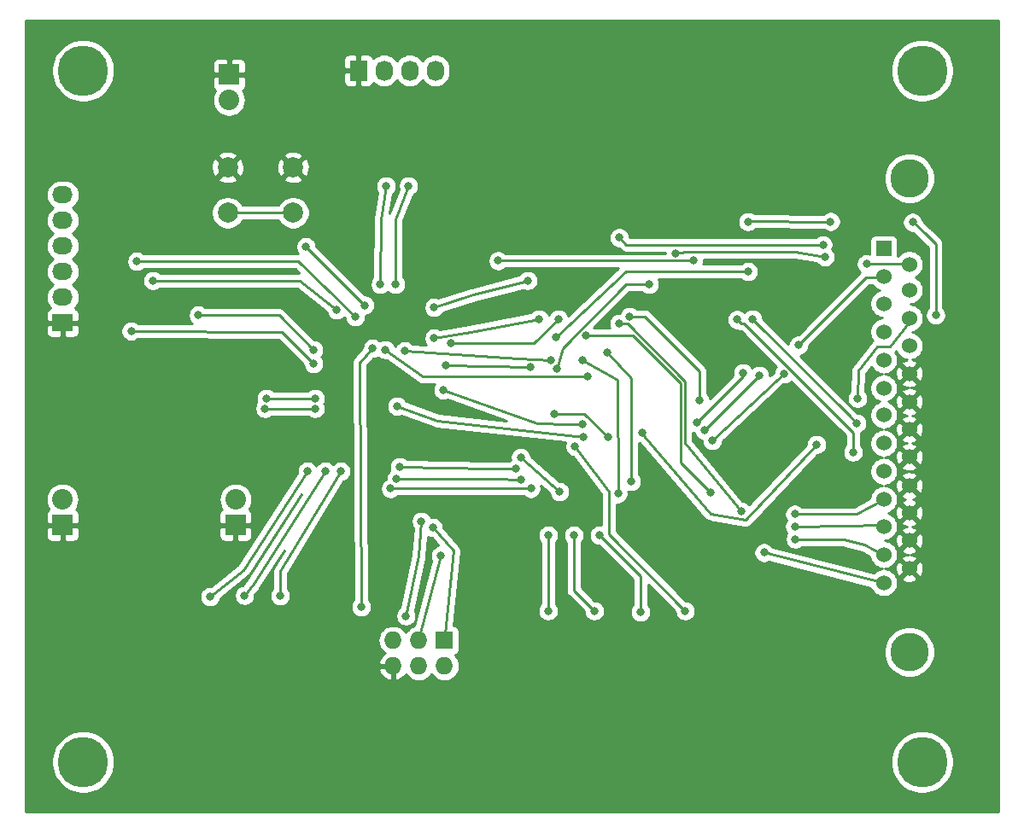
<source format=gbr>
G04 #@! TF.GenerationSoftware,KiCad,Pcbnew,(5.1.2-1)-1*
G04 #@! TF.CreationDate,2019-07-15T09:01:35+02:00*
G04 #@! TF.ProjectId,SmartParallel,536d6172-7450-4617-9261-6c6c656c2e6b,rev?*
G04 #@! TF.SameCoordinates,Original*
G04 #@! TF.FileFunction,Copper,L2,Bot*
G04 #@! TF.FilePolarity,Positive*
%FSLAX46Y46*%
G04 Gerber Fmt 4.6, Leading zero omitted, Abs format (unit mm)*
G04 Created by KiCad (PCBNEW (5.1.2-1)-1) date 2019-07-15 09:01:35*
%MOMM*%
%LPD*%
G04 APERTURE LIST*
%ADD10O,2.032000X2.032000*%
%ADD11R,2.032000X2.032000*%
%ADD12C,5.000000*%
%ADD13O,2.032000X1.727200*%
%ADD14R,2.032000X1.727200*%
%ADD15C,2.000000*%
%ADD16O,1.727200X2.032000*%
%ADD17R,1.727200X2.032000*%
%ADD18C,1.524000*%
%ADD19R,1.524000X1.524000*%
%ADD20C,3.810000*%
%ADD21O,1.727200X1.727200*%
%ADD22R,1.727200X1.727200*%
%ADD23C,0.800000*%
%ADD24C,0.250000*%
%ADD25C,0.254000*%
G04 APERTURE END LIST*
D10*
X143637000Y-33528000D03*
D11*
X143637000Y-30988000D03*
D12*
X212344000Y-99187000D03*
X129159000Y-99187000D03*
X129159000Y-30607000D03*
X212344000Y-30607000D03*
D10*
X127127000Y-73152000D03*
D11*
X127127000Y-75692000D03*
D13*
X127127000Y-42926000D03*
X127127000Y-45466000D03*
X127127000Y-48006000D03*
X127127000Y-50546000D03*
X127127000Y-53086000D03*
D14*
X127127000Y-55626000D03*
D15*
X143487000Y-44704000D03*
X143487000Y-40204000D03*
X149987000Y-44704000D03*
X149987000Y-40204000D03*
D16*
X164084000Y-30607000D03*
X161544000Y-30607000D03*
X159004000Y-30607000D03*
D17*
X156464000Y-30607000D03*
D10*
X144272000Y-73152000D03*
D11*
X144272000Y-75692000D03*
D18*
X211074000Y-80010000D03*
X211074000Y-77216000D03*
X211074000Y-74472800D03*
X211074000Y-71780400D03*
X211074000Y-68935600D03*
X211074000Y-66192400D03*
X211074000Y-63449200D03*
X211074000Y-60655200D03*
X211074000Y-57912000D03*
X211074000Y-55168800D03*
X211074000Y-52374800D03*
X211074000Y-49834800D03*
X208534000Y-81407000D03*
X208534000Y-78613000D03*
X208534000Y-75819000D03*
X208534000Y-73152000D03*
X208534000Y-70358000D03*
X208534000Y-67564000D03*
X208534000Y-64770000D03*
X208534000Y-62103000D03*
X208534000Y-59309000D03*
X208534000Y-56515000D03*
X208534000Y-53721000D03*
X208534000Y-51054000D03*
D19*
X208534000Y-48260000D03*
D20*
X211074000Y-41275000D03*
X211074000Y-88265000D03*
D21*
X159893000Y-89662000D03*
X159893000Y-87122000D03*
X162433000Y-89662000D03*
X162433000Y-87122000D03*
X164973000Y-89662000D03*
D22*
X164973000Y-87122000D03*
D23*
X132588000Y-63373000D03*
X145034000Y-59055000D03*
X155448000Y-61595000D03*
X184785000Y-75311000D03*
X160782000Y-61087000D03*
X171323000Y-53467000D03*
X185420000Y-53340000D03*
X172593000Y-74041000D03*
X191262000Y-53721000D03*
X192214500Y-40957500D03*
X197485000Y-63944500D03*
X175323500Y-97536000D03*
X179959000Y-97472500D03*
X184404000Y-97536000D03*
X189103000Y-97599500D03*
X189039500Y-57086500D03*
X185420000Y-53340000D03*
X172656500Y-30607000D03*
X146304000Y-95504000D03*
X141986000Y-95504000D03*
X147320000Y-63119000D03*
X152146000Y-63119000D03*
X147193000Y-64135000D03*
X152146000Y-64135000D03*
X157068654Y-53878346D03*
X157861000Y-58166000D03*
X156718000Y-83820000D03*
X151257000Y-48075315D03*
X161163000Y-84709000D03*
X162687000Y-75311000D03*
X164592000Y-78740000D03*
X163830000Y-75946000D03*
X154686000Y-70358000D03*
X148693845Y-82700155D03*
X153162000Y-70358000D03*
X145161000Y-82677000D03*
X151384000Y-70358000D03*
X141732000Y-82804000D03*
X184404000Y-84328000D03*
X180340000Y-76708000D03*
X177800000Y-76708000D03*
X179832000Y-84201000D03*
X175260000Y-76708000D03*
X175260000Y-84201000D03*
X188849000Y-84201000D03*
X177927000Y-67881500D03*
X173482000Y-60007500D03*
X165100000Y-59880500D03*
X170307000Y-49466500D03*
X189674500Y-49403000D03*
X213677500Y-54864000D03*
X211391500Y-45656500D03*
X195072000Y-45593000D03*
X203249389Y-45578889D03*
X181165500Y-66992500D03*
X184594500Y-66548000D03*
X205930500Y-63119000D03*
X201866500Y-67691000D03*
X175831500Y-64706500D03*
X182308500Y-47180500D03*
X202501500Y-47879000D03*
X178689000Y-59372500D03*
X182181500Y-72580500D03*
X176403000Y-72390000D03*
X195072000Y-50546000D03*
X206819500Y-49784000D03*
X172529500Y-68961000D03*
X176028498Y-57086500D03*
X196659500Y-78422500D03*
X183515000Y-71374000D03*
X181102000Y-58610500D03*
X194373500Y-74295000D03*
X199771000Y-77089000D03*
X182308500Y-55689500D03*
X179006500Y-56896000D03*
X191325500Y-72453500D03*
X199707500Y-75819000D03*
X183335428Y-54994535D03*
X190246000Y-63309500D03*
X199707500Y-74612500D03*
X193992500Y-55308500D03*
X205486000Y-68453000D03*
X195516500Y-55245000D03*
X205867000Y-65595500D03*
X200087036Y-57841395D03*
X202692000Y-49085500D03*
X187896500Y-48741500D03*
X185293000Y-51816000D03*
X176085500Y-60198000D03*
X152019000Y-58293000D03*
X140589000Y-54864000D03*
X156127824Y-55035824D03*
X134493000Y-49530000D03*
X154305000Y-54356000D03*
X136080500Y-51435000D03*
X152019000Y-59690000D03*
X133921500Y-56451500D03*
X160147000Y-51816000D03*
X161417000Y-42037000D03*
X158623000Y-51816000D03*
X159194500Y-42037000D03*
X173228000Y-51435000D03*
X163957000Y-54102000D03*
X163957000Y-57150000D03*
X174371000Y-55245000D03*
X165608000Y-57658000D03*
X176276000Y-55245000D03*
X159131000Y-58293000D03*
X179133500Y-60960000D03*
X178689000Y-65659000D03*
X164846000Y-62293500D03*
X189992000Y-65532000D03*
X194564000Y-60579000D03*
X172085000Y-70104000D03*
X160528000Y-69913500D03*
X190754000Y-66294000D03*
X196215000Y-60833000D03*
X172529500Y-71183500D03*
X160210500Y-71120000D03*
X198628000Y-60706000D03*
X191516000Y-67310000D03*
X173545500Y-72072500D03*
X159639000Y-72072500D03*
X160274000Y-63894000D03*
X178752500Y-66929000D03*
X161036000Y-58420000D03*
X175514000Y-59372500D03*
D24*
X147320000Y-63119000D02*
X152146000Y-63119000D01*
X147193000Y-64135000D02*
X152146000Y-64135000D01*
X149987000Y-44704000D02*
X148572787Y-44704000D01*
X148572787Y-44704000D02*
X143383000Y-44704000D01*
X156591000Y-59563000D02*
X157861000Y-58166000D01*
X156718000Y-83820000D02*
X156591000Y-59563000D01*
X151831308Y-48641000D02*
X157068654Y-53878346D01*
X151257000Y-48075315D02*
X151831308Y-48641000D01*
X162433000Y-78740000D02*
X161163000Y-84709000D01*
X162687000Y-75311000D02*
X162433000Y-78740000D01*
X164592000Y-78740000D02*
X162433000Y-86995000D01*
X165862000Y-78232000D02*
X164973000Y-87249000D01*
X163830000Y-75946000D02*
X165862000Y-78232000D01*
X148693845Y-82700155D02*
X148717000Y-80264000D01*
X148717000Y-80264000D02*
X154686000Y-70358000D01*
X146050000Y-81534000D02*
X153162000Y-70358000D01*
X145161000Y-82677000D02*
X146050000Y-81534000D01*
X145034000Y-80137000D02*
X151384000Y-70358000D01*
X141732000Y-82804000D02*
X145034000Y-80137000D01*
X184404000Y-80772000D02*
X180340000Y-76708000D01*
X184404000Y-84328000D02*
X184404000Y-80772000D01*
X177800000Y-82169000D02*
X179832000Y-84201000D01*
X177800000Y-76708000D02*
X177800000Y-82169000D01*
X175260000Y-76708000D02*
X175260000Y-84201000D01*
X181261999Y-76613999D02*
X188849000Y-84201000D01*
X181261999Y-72353001D02*
X181261999Y-76613999D01*
X178181000Y-68262500D02*
X181261999Y-72353001D01*
X177927000Y-67881500D02*
X178181000Y-68262500D01*
X165100000Y-59880500D02*
X173482000Y-60007500D01*
X189611000Y-49466500D02*
X189674500Y-49403000D01*
X170307000Y-49466500D02*
X189611000Y-49466500D01*
X213677500Y-47815500D02*
X213677500Y-54864000D01*
X211391500Y-45656500D02*
X212661500Y-46799500D01*
X212661500Y-46799500D02*
X213677500Y-47815500D01*
X195113250Y-45551750D02*
X195072000Y-45593000D01*
X203249389Y-45578889D02*
X195113250Y-45551750D01*
X211010500Y-55647262D02*
X211010500Y-55181500D01*
X209169000Y-57975500D02*
X211010500Y-55647262D01*
X207899000Y-57975500D02*
X209169000Y-57975500D01*
X205994000Y-60388500D02*
X207899000Y-57975500D01*
X205930500Y-63119000D02*
X205994000Y-60388500D01*
X191389000Y-74549000D02*
X184848500Y-66992500D01*
X194818000Y-75184000D02*
X191389000Y-74549000D01*
X184848500Y-66992500D02*
X184594500Y-66548000D01*
X201866500Y-67691000D02*
X194818000Y-75184000D01*
X178860501Y-64687501D02*
X181165500Y-66992500D01*
X177800000Y-64687501D02*
X178860501Y-64687501D01*
X175831500Y-64706500D02*
X177800000Y-64687501D01*
X183007000Y-47879000D02*
X202501500Y-47879000D01*
X182308500Y-47180500D02*
X183007000Y-47879000D01*
X182118000Y-61277500D02*
X178689000Y-59372500D01*
X182181500Y-72580500D02*
X182118000Y-61277500D01*
X206819500Y-49784000D02*
X210947000Y-49784000D01*
X210947000Y-49784000D02*
X211010500Y-49847500D01*
X172529500Y-68961000D02*
X176403000Y-72390000D01*
X184283498Y-50546000D02*
X195072000Y-50546000D01*
X183007000Y-50546000D02*
X184283498Y-50546000D01*
X176028498Y-57086500D02*
X183007000Y-50546000D01*
X208597500Y-81470500D02*
X208597500Y-81534000D01*
X196659500Y-78422500D02*
X208597500Y-81470500D01*
X183515000Y-61150500D02*
X183478001Y-70267999D01*
X181102000Y-58610500D02*
X183515000Y-61150500D01*
X183478001Y-70267999D02*
X183515000Y-71374000D01*
X206629000Y-77660500D02*
X208597500Y-78740000D01*
X204533500Y-77089000D02*
X206629000Y-77660500D01*
X199771000Y-77089000D02*
X204533500Y-77089000D01*
X188854510Y-67551509D02*
X194373500Y-74295000D01*
X188854510Y-61415098D02*
X188854510Y-67551509D01*
X183128912Y-55689500D02*
X188854510Y-61415098D01*
X182308500Y-55689500D02*
X183128912Y-55689500D01*
X183699002Y-56896000D02*
X188404500Y-61601498D01*
X179006500Y-56896000D02*
X183699002Y-56896000D01*
X188404500Y-69532500D02*
X191325500Y-72453500D01*
X188404500Y-61601498D02*
X188404500Y-69532500D01*
X204470000Y-75755500D02*
X208470500Y-75692000D01*
X199707500Y-75819000D02*
X204470000Y-75755500D01*
X184845537Y-54994535D02*
X190246000Y-60394998D01*
X190246000Y-60394998D02*
X190246000Y-63309500D01*
X183335428Y-54994535D02*
X184845537Y-54994535D01*
X205803500Y-74612500D02*
X208534000Y-73152000D01*
X199707500Y-74612500D02*
X205803500Y-74612500D01*
X205486000Y-66490998D02*
X205486000Y-68453000D01*
X194703501Y-55708499D02*
X205486000Y-66490998D01*
X194392499Y-55708499D02*
X194703501Y-55708499D01*
X193992500Y-55308500D02*
X194392499Y-55708499D01*
X205041500Y-64770000D02*
X195516500Y-55245000D01*
X205867000Y-65595500D02*
X205041500Y-64770000D01*
X200087036Y-57841395D02*
X206810931Y-51117500D01*
X206810931Y-51117500D02*
X208597500Y-51117500D01*
X208597500Y-51117500D02*
X208534000Y-51117500D01*
X183013498Y-51816000D02*
X185293000Y-51816000D01*
X176720500Y-58108998D02*
X183013498Y-51816000D01*
X176085500Y-60198000D02*
X176720500Y-58108998D01*
X188912500Y-48577500D02*
X187896500Y-48741500D01*
X199771000Y-48577500D02*
X188912500Y-48577500D01*
X202692000Y-49085500D02*
X199771000Y-48577500D01*
X148590000Y-54864000D02*
X152019000Y-58293000D01*
X140589000Y-54864000D02*
X148590000Y-54864000D01*
X150495000Y-49530000D02*
X156127824Y-55035824D01*
X134493000Y-49530000D02*
X150495000Y-49530000D01*
X150622000Y-51435000D02*
X154305000Y-54356000D01*
X136080500Y-51435000D02*
X150622000Y-51435000D01*
X148844000Y-56515000D02*
X152019000Y-59690000D01*
X133921500Y-56451500D02*
X148844000Y-56515000D01*
X160147000Y-45339000D02*
X160147000Y-51816000D01*
X161417000Y-42037000D02*
X160147000Y-45339000D01*
X158686500Y-45339000D02*
X158623000Y-51816000D01*
X159194500Y-42037000D02*
X158686500Y-45339000D01*
X167830500Y-52832000D02*
X173228000Y-51435000D01*
X163957000Y-54102000D02*
X167830500Y-52832000D01*
X167576500Y-56515000D02*
X174371000Y-55245000D01*
X163957000Y-57150000D02*
X167576500Y-56515000D01*
X173863000Y-57658000D02*
X176276000Y-55245000D01*
X165608000Y-57658000D02*
X173863000Y-57658000D01*
X162814000Y-60960000D02*
X159131000Y-58293000D01*
X179133500Y-60960000D02*
X162814000Y-60960000D01*
X177292000Y-65659000D02*
X178689000Y-65659000D01*
X174180500Y-65595500D02*
X177292000Y-65659000D01*
X164846000Y-62293500D02*
X174180500Y-65595500D01*
X194564000Y-60960000D02*
X194564000Y-60579000D01*
X189992000Y-65532000D02*
X194564000Y-60960000D01*
X160528000Y-69913500D02*
X169481500Y-70104000D01*
X169481500Y-70104000D02*
X172085000Y-70104000D01*
X194945000Y-62103000D02*
X190754000Y-66294000D01*
X196215000Y-60833000D02*
X194945000Y-62103000D01*
X160210500Y-71120000D02*
X170053000Y-71120000D01*
X170053000Y-71120000D02*
X172529500Y-71183500D01*
X197866000Y-61341000D02*
X198628000Y-60706000D01*
X191516000Y-67310000D02*
X197866000Y-61341000D01*
X168656000Y-72072500D02*
X173545500Y-72072500D01*
X159639000Y-72072500D02*
X168656000Y-72072500D01*
X164274500Y-65341500D02*
X160274000Y-63894000D01*
X178752500Y-66929000D02*
X164274500Y-65341500D01*
X172339000Y-59182000D02*
X161036000Y-58420000D01*
X175514000Y-59372500D02*
X172339000Y-59182000D01*
D25*
G36*
X219939000Y-104140000D02*
G01*
X123469000Y-104140000D01*
X123469000Y-98878229D01*
X126024000Y-98878229D01*
X126024000Y-99495771D01*
X126144476Y-100101446D01*
X126380799Y-100671979D01*
X126723886Y-101185446D01*
X127160554Y-101622114D01*
X127674021Y-101965201D01*
X128244554Y-102201524D01*
X128850229Y-102322000D01*
X129467771Y-102322000D01*
X130073446Y-102201524D01*
X130643979Y-101965201D01*
X131157446Y-101622114D01*
X131594114Y-101185446D01*
X131937201Y-100671979D01*
X132173524Y-100101446D01*
X132294000Y-99495771D01*
X132294000Y-98878229D01*
X209209000Y-98878229D01*
X209209000Y-99495771D01*
X209329476Y-100101446D01*
X209565799Y-100671979D01*
X209908886Y-101185446D01*
X210345554Y-101622114D01*
X210859021Y-101965201D01*
X211429554Y-102201524D01*
X212035229Y-102322000D01*
X212652771Y-102322000D01*
X213258446Y-102201524D01*
X213828979Y-101965201D01*
X214342446Y-101622114D01*
X214779114Y-101185446D01*
X215122201Y-100671979D01*
X215358524Y-100101446D01*
X215479000Y-99495771D01*
X215479000Y-98878229D01*
X215358524Y-98272554D01*
X215122201Y-97702021D01*
X214779114Y-97188554D01*
X214342446Y-96751886D01*
X213828979Y-96408799D01*
X213258446Y-96172476D01*
X212652771Y-96052000D01*
X212035229Y-96052000D01*
X211429554Y-96172476D01*
X210859021Y-96408799D01*
X210345554Y-96751886D01*
X209908886Y-97188554D01*
X209565799Y-97702021D01*
X209329476Y-98272554D01*
X209209000Y-98878229D01*
X132294000Y-98878229D01*
X132173524Y-98272554D01*
X131937201Y-97702021D01*
X131594114Y-97188554D01*
X131157446Y-96751886D01*
X130643979Y-96408799D01*
X130073446Y-96172476D01*
X129467771Y-96052000D01*
X128850229Y-96052000D01*
X128244554Y-96172476D01*
X127674021Y-96408799D01*
X127160554Y-96751886D01*
X126723886Y-97188554D01*
X126380799Y-97702021D01*
X126144476Y-98272554D01*
X126024000Y-98878229D01*
X123469000Y-98878229D01*
X123469000Y-90021027D01*
X158438037Y-90021027D01*
X158536036Y-90297978D01*
X158686183Y-90550488D01*
X158882707Y-90768854D01*
X159118056Y-90944684D01*
X159383186Y-91071222D01*
X159533974Y-91116958D01*
X159766000Y-90995817D01*
X159766000Y-89789000D01*
X158558536Y-89789000D01*
X158438037Y-90021027D01*
X123469000Y-90021027D01*
X123469000Y-87122000D01*
X158387149Y-87122000D01*
X158416084Y-87415777D01*
X158501775Y-87698264D01*
X158640931Y-87958606D01*
X158828203Y-88186797D01*
X159056394Y-88374069D01*
X159096433Y-88395470D01*
X158882707Y-88555146D01*
X158686183Y-88773512D01*
X158536036Y-89026022D01*
X158438037Y-89302973D01*
X158558536Y-89535000D01*
X159766000Y-89535000D01*
X159766000Y-89515000D01*
X160020000Y-89515000D01*
X160020000Y-89535000D01*
X160040000Y-89535000D01*
X160040000Y-89789000D01*
X160020000Y-89789000D01*
X160020000Y-90995817D01*
X160252026Y-91116958D01*
X160402814Y-91071222D01*
X160667944Y-90944684D01*
X160903293Y-90768854D01*
X161099817Y-90550488D01*
X161157137Y-90454090D01*
X161180931Y-90498606D01*
X161368203Y-90726797D01*
X161596394Y-90914069D01*
X161856736Y-91053225D01*
X162139223Y-91138916D01*
X162359381Y-91160600D01*
X162506619Y-91160600D01*
X162726777Y-91138916D01*
X163009264Y-91053225D01*
X163269606Y-90914069D01*
X163497797Y-90726797D01*
X163685069Y-90498606D01*
X163703000Y-90465060D01*
X163720931Y-90498606D01*
X163908203Y-90726797D01*
X164136394Y-90914069D01*
X164396736Y-91053225D01*
X164679223Y-91138916D01*
X164899381Y-91160600D01*
X165046619Y-91160600D01*
X165266777Y-91138916D01*
X165549264Y-91053225D01*
X165809606Y-90914069D01*
X166037797Y-90726797D01*
X166225069Y-90498606D01*
X166364225Y-90238264D01*
X166449916Y-89955777D01*
X166478851Y-89662000D01*
X166449916Y-89368223D01*
X166364225Y-89085736D01*
X166225069Y-88825394D01*
X166037797Y-88597203D01*
X166029735Y-88590586D01*
X166080780Y-88575102D01*
X166191094Y-88516137D01*
X166287785Y-88436785D01*
X166367137Y-88340094D01*
X166426102Y-88229780D01*
X166462412Y-88110082D01*
X166471792Y-88014832D01*
X208534000Y-88014832D01*
X208534000Y-88515168D01*
X208631611Y-89005891D01*
X208823081Y-89468141D01*
X209101053Y-89884156D01*
X209454844Y-90237947D01*
X209870859Y-90515919D01*
X210333109Y-90707389D01*
X210823832Y-90805000D01*
X211324168Y-90805000D01*
X211814891Y-90707389D01*
X212277141Y-90515919D01*
X212693156Y-90237947D01*
X213046947Y-89884156D01*
X213324919Y-89468141D01*
X213516389Y-89005891D01*
X213614000Y-88515168D01*
X213614000Y-88014832D01*
X213516389Y-87524109D01*
X213324919Y-87061859D01*
X213046947Y-86645844D01*
X212693156Y-86292053D01*
X212277141Y-86014081D01*
X211814891Y-85822611D01*
X211324168Y-85725000D01*
X210823832Y-85725000D01*
X210333109Y-85822611D01*
X209870859Y-86014081D01*
X209454844Y-86292053D01*
X209101053Y-86645844D01*
X208823081Y-87061859D01*
X208631611Y-87524109D01*
X208534000Y-88014832D01*
X166471792Y-88014832D01*
X166474672Y-87985600D01*
X166474672Y-86258400D01*
X166462412Y-86133918D01*
X166426102Y-86014220D01*
X166367137Y-85903906D01*
X166287785Y-85807215D01*
X166191094Y-85727863D01*
X166080780Y-85668898D01*
X165961082Y-85632588D01*
X165896674Y-85626245D01*
X166616146Y-78328746D01*
X166624358Y-78276844D01*
X166622000Y-78217052D01*
X166622006Y-78157222D01*
X166619056Y-78142381D01*
X166618459Y-78127254D01*
X166604480Y-78069066D01*
X166592815Y-78010389D01*
X166587025Y-77996407D01*
X166583489Y-77981688D01*
X166558424Y-77927340D01*
X166535538Y-77872073D01*
X166527133Y-77859491D01*
X166520792Y-77845742D01*
X166485605Y-77797326D01*
X166452378Y-77747588D01*
X166415230Y-77710433D01*
X165433567Y-76606061D01*
X174225000Y-76606061D01*
X174225000Y-76809939D01*
X174264774Y-77009898D01*
X174342795Y-77198256D01*
X174456063Y-77367774D01*
X174500000Y-77411711D01*
X174500001Y-83497288D01*
X174456063Y-83541226D01*
X174342795Y-83710744D01*
X174264774Y-83899102D01*
X174225000Y-84099061D01*
X174225000Y-84302939D01*
X174264774Y-84502898D01*
X174342795Y-84691256D01*
X174456063Y-84860774D01*
X174600226Y-85004937D01*
X174769744Y-85118205D01*
X174958102Y-85196226D01*
X175158061Y-85236000D01*
X175361939Y-85236000D01*
X175561898Y-85196226D01*
X175750256Y-85118205D01*
X175919774Y-85004937D01*
X176063937Y-84860774D01*
X176177205Y-84691256D01*
X176255226Y-84502898D01*
X176295000Y-84302939D01*
X176295000Y-84099061D01*
X176255226Y-83899102D01*
X176177205Y-83710744D01*
X176063937Y-83541226D01*
X176020000Y-83497289D01*
X176020000Y-77411711D01*
X176063937Y-77367774D01*
X176177205Y-77198256D01*
X176255226Y-77009898D01*
X176295000Y-76809939D01*
X176295000Y-76606061D01*
X176765000Y-76606061D01*
X176765000Y-76809939D01*
X176804774Y-77009898D01*
X176882795Y-77198256D01*
X176996063Y-77367774D01*
X177040000Y-77411711D01*
X177040001Y-82131668D01*
X177036324Y-82169000D01*
X177040001Y-82206333D01*
X177047553Y-82283003D01*
X177050998Y-82317985D01*
X177094454Y-82461246D01*
X177165026Y-82593276D01*
X177236201Y-82680002D01*
X177260000Y-82709001D01*
X177288998Y-82732799D01*
X178797000Y-84240802D01*
X178797000Y-84302939D01*
X178836774Y-84502898D01*
X178914795Y-84691256D01*
X179028063Y-84860774D01*
X179172226Y-85004937D01*
X179341744Y-85118205D01*
X179530102Y-85196226D01*
X179730061Y-85236000D01*
X179933939Y-85236000D01*
X180133898Y-85196226D01*
X180322256Y-85118205D01*
X180491774Y-85004937D01*
X180635937Y-84860774D01*
X180749205Y-84691256D01*
X180827226Y-84502898D01*
X180867000Y-84302939D01*
X180867000Y-84099061D01*
X180827226Y-83899102D01*
X180749205Y-83710744D01*
X180635937Y-83541226D01*
X180491774Y-83397063D01*
X180322256Y-83283795D01*
X180133898Y-83205774D01*
X179933939Y-83166000D01*
X179871802Y-83166000D01*
X178560000Y-81854199D01*
X178560000Y-77411711D01*
X178603937Y-77367774D01*
X178717205Y-77198256D01*
X178795226Y-77009898D01*
X178835000Y-76809939D01*
X178835000Y-76606061D01*
X178795226Y-76406102D01*
X178717205Y-76217744D01*
X178603937Y-76048226D01*
X178459774Y-75904063D01*
X178290256Y-75790795D01*
X178101898Y-75712774D01*
X177901939Y-75673000D01*
X177698061Y-75673000D01*
X177498102Y-75712774D01*
X177309744Y-75790795D01*
X177140226Y-75904063D01*
X176996063Y-76048226D01*
X176882795Y-76217744D01*
X176804774Y-76406102D01*
X176765000Y-76606061D01*
X176295000Y-76606061D01*
X176255226Y-76406102D01*
X176177205Y-76217744D01*
X176063937Y-76048226D01*
X175919774Y-75904063D01*
X175750256Y-75790795D01*
X175561898Y-75712774D01*
X175361939Y-75673000D01*
X175158061Y-75673000D01*
X174958102Y-75712774D01*
X174769744Y-75790795D01*
X174600226Y-75904063D01*
X174456063Y-76048226D01*
X174342795Y-76217744D01*
X174264774Y-76406102D01*
X174225000Y-76606061D01*
X165433567Y-76606061D01*
X164865000Y-75966424D01*
X164865000Y-75844061D01*
X164825226Y-75644102D01*
X164747205Y-75455744D01*
X164633937Y-75286226D01*
X164489774Y-75142063D01*
X164320256Y-75028795D01*
X164131898Y-74950774D01*
X163931939Y-74911000D01*
X163728061Y-74911000D01*
X163648173Y-74926891D01*
X163604205Y-74820744D01*
X163490937Y-74651226D01*
X163346774Y-74507063D01*
X163177256Y-74393795D01*
X162988898Y-74315774D01*
X162788939Y-74276000D01*
X162585061Y-74276000D01*
X162385102Y-74315774D01*
X162196744Y-74393795D01*
X162027226Y-74507063D01*
X161883063Y-74651226D01*
X161769795Y-74820744D01*
X161691774Y-75009102D01*
X161652000Y-75209061D01*
X161652000Y-75412939D01*
X161691774Y-75612898D01*
X161769795Y-75801256D01*
X161876747Y-75961321D01*
X161678893Y-78632345D01*
X160565957Y-83863147D01*
X160503226Y-83905063D01*
X160359063Y-84049226D01*
X160245795Y-84218744D01*
X160167774Y-84407102D01*
X160128000Y-84607061D01*
X160128000Y-84810939D01*
X160167774Y-85010898D01*
X160245795Y-85199256D01*
X160359063Y-85368774D01*
X160503226Y-85512937D01*
X160672744Y-85626205D01*
X160861102Y-85704226D01*
X161061061Y-85744000D01*
X161264939Y-85744000D01*
X161464898Y-85704226D01*
X161653256Y-85626205D01*
X161822774Y-85512937D01*
X161966937Y-85368774D01*
X162080205Y-85199256D01*
X162158226Y-85010898D01*
X162198000Y-84810939D01*
X162198000Y-84607061D01*
X162158226Y-84407102D01*
X162080205Y-84218744D01*
X162052988Y-84178011D01*
X163163774Y-78957315D01*
X163168950Y-78943909D01*
X163179325Y-78884225D01*
X163184129Y-78861647D01*
X163185718Y-78847447D01*
X163188165Y-78833373D01*
X163189870Y-78810359D01*
X163196609Y-78750150D01*
X163195390Y-78735829D01*
X163334370Y-76859614D01*
X163339744Y-76863205D01*
X163528102Y-76941226D01*
X163728061Y-76981000D01*
X163733155Y-76981000D01*
X164393741Y-77724159D01*
X164290102Y-77744774D01*
X164101744Y-77822795D01*
X163932226Y-77936063D01*
X163788063Y-78080226D01*
X163674795Y-78249744D01*
X163596774Y-78438102D01*
X163557000Y-78638061D01*
X163557000Y-78841939D01*
X163596774Y-79041898D01*
X163674795Y-79230256D01*
X163677254Y-79233936D01*
X161988537Y-85690794D01*
X161856736Y-85730775D01*
X161596394Y-85869931D01*
X161368203Y-86057203D01*
X161180931Y-86285394D01*
X161163000Y-86318940D01*
X161145069Y-86285394D01*
X160957797Y-86057203D01*
X160729606Y-85869931D01*
X160469264Y-85730775D01*
X160186777Y-85645084D01*
X159966619Y-85623400D01*
X159819381Y-85623400D01*
X159599223Y-85645084D01*
X159316736Y-85730775D01*
X159056394Y-85869931D01*
X158828203Y-86057203D01*
X158640931Y-86285394D01*
X158501775Y-86545736D01*
X158416084Y-86828223D01*
X158387149Y-87122000D01*
X123469000Y-87122000D01*
X123469000Y-82702061D01*
X140697000Y-82702061D01*
X140697000Y-82905939D01*
X140736774Y-83105898D01*
X140814795Y-83294256D01*
X140928063Y-83463774D01*
X141072226Y-83607937D01*
X141241744Y-83721205D01*
X141430102Y-83799226D01*
X141630061Y-83839000D01*
X141833939Y-83839000D01*
X142033898Y-83799226D01*
X142222256Y-83721205D01*
X142391774Y-83607937D01*
X142535937Y-83463774D01*
X142649205Y-83294256D01*
X142727226Y-83105898D01*
X142757749Y-82952448D01*
X145459552Y-80770223D01*
X145466576Y-80766349D01*
X145517684Y-80723270D01*
X145540579Y-80704778D01*
X145546271Y-80699174D01*
X145581044Y-80669864D01*
X145599478Y-80646791D01*
X145620528Y-80626067D01*
X145646096Y-80588442D01*
X145651074Y-80582211D01*
X145667075Y-80557569D01*
X145704671Y-80502244D01*
X145707801Y-80494852D01*
X150839827Y-72591531D01*
X145428081Y-81095706D01*
X144992960Y-81655148D01*
X144859102Y-81681774D01*
X144670744Y-81759795D01*
X144501226Y-81873063D01*
X144357063Y-82017226D01*
X144243795Y-82186744D01*
X144165774Y-82375102D01*
X144126000Y-82575061D01*
X144126000Y-82778939D01*
X144165774Y-82978898D01*
X144243795Y-83167256D01*
X144357063Y-83336774D01*
X144501226Y-83480937D01*
X144670744Y-83594205D01*
X144859102Y-83672226D01*
X145059061Y-83712000D01*
X145262939Y-83712000D01*
X145462898Y-83672226D01*
X145651256Y-83594205D01*
X145820774Y-83480937D01*
X145964937Y-83336774D01*
X146078205Y-83167256D01*
X146156226Y-82978898D01*
X146196000Y-82778939D01*
X146196000Y-82584190D01*
X146649180Y-82001530D01*
X146671139Y-81973521D01*
X146671921Y-81972292D01*
X146672828Y-81971126D01*
X146692022Y-81940706D01*
X149089662Y-78172986D01*
X148096385Y-79821402D01*
X148086088Y-79833709D01*
X148057830Y-79885388D01*
X148046775Y-79903734D01*
X148039917Y-79918147D01*
X148014264Y-79965061D01*
X148007818Y-79985605D01*
X147998569Y-80005043D01*
X147985454Y-80056885D01*
X147969447Y-80107903D01*
X147967134Y-80129302D01*
X147961853Y-80150177D01*
X147959104Y-80203590D01*
X147957390Y-80219446D01*
X147957187Y-80240841D01*
X147954158Y-80299685D01*
X147956476Y-80315570D01*
X147940564Y-81989725D01*
X147889908Y-82040381D01*
X147776640Y-82209899D01*
X147698619Y-82398257D01*
X147658845Y-82598216D01*
X147658845Y-82802094D01*
X147698619Y-83002053D01*
X147776640Y-83190411D01*
X147889908Y-83359929D01*
X148034071Y-83504092D01*
X148203589Y-83617360D01*
X148391947Y-83695381D01*
X148591906Y-83735155D01*
X148795784Y-83735155D01*
X148881722Y-83718061D01*
X155683000Y-83718061D01*
X155683000Y-83921939D01*
X155722774Y-84121898D01*
X155800795Y-84310256D01*
X155914063Y-84479774D01*
X156058226Y-84623937D01*
X156227744Y-84737205D01*
X156416102Y-84815226D01*
X156616061Y-84855000D01*
X156819939Y-84855000D01*
X157019898Y-84815226D01*
X157208256Y-84737205D01*
X157377774Y-84623937D01*
X157521937Y-84479774D01*
X157635205Y-84310256D01*
X157713226Y-84121898D01*
X157753000Y-83921939D01*
X157753000Y-83718061D01*
X157713226Y-83518102D01*
X157635205Y-83329744D01*
X157521937Y-83160226D01*
X157474307Y-83112596D01*
X157415972Y-71970561D01*
X158604000Y-71970561D01*
X158604000Y-72174439D01*
X158643774Y-72374398D01*
X158721795Y-72562756D01*
X158835063Y-72732274D01*
X158979226Y-72876437D01*
X159148744Y-72989705D01*
X159337102Y-73067726D01*
X159537061Y-73107500D01*
X159740939Y-73107500D01*
X159940898Y-73067726D01*
X160129256Y-72989705D01*
X160298774Y-72876437D01*
X160342711Y-72832500D01*
X172841789Y-72832500D01*
X172885726Y-72876437D01*
X173055244Y-72989705D01*
X173243602Y-73067726D01*
X173443561Y-73107500D01*
X173647439Y-73107500D01*
X173847398Y-73067726D01*
X174035756Y-72989705D01*
X174205274Y-72876437D01*
X174349437Y-72732274D01*
X174462705Y-72562756D01*
X174540726Y-72374398D01*
X174580500Y-72174439D01*
X174580500Y-71970561D01*
X174540726Y-71770602D01*
X174531462Y-71748236D01*
X175368000Y-72488779D01*
X175368000Y-72491939D01*
X175407774Y-72691898D01*
X175485795Y-72880256D01*
X175599063Y-73049774D01*
X175743226Y-73193937D01*
X175912744Y-73307205D01*
X176101102Y-73385226D01*
X176301061Y-73425000D01*
X176504939Y-73425000D01*
X176704898Y-73385226D01*
X176893256Y-73307205D01*
X177062774Y-73193937D01*
X177206937Y-73049774D01*
X177320205Y-72880256D01*
X177398226Y-72691898D01*
X177438000Y-72491939D01*
X177438000Y-72288061D01*
X177398226Y-72088102D01*
X177320205Y-71899744D01*
X177206937Y-71730226D01*
X177062774Y-71586063D01*
X176893256Y-71472795D01*
X176704898Y-71394774D01*
X176504939Y-71355000D01*
X176380416Y-71355000D01*
X173564500Y-68862222D01*
X173564500Y-68859061D01*
X173524726Y-68659102D01*
X173446705Y-68470744D01*
X173333437Y-68301226D01*
X173189274Y-68157063D01*
X173019756Y-68043795D01*
X172831398Y-67965774D01*
X172631439Y-67926000D01*
X172427561Y-67926000D01*
X172227602Y-67965774D01*
X172039244Y-68043795D01*
X171869726Y-68157063D01*
X171725563Y-68301226D01*
X171612295Y-68470744D01*
X171534274Y-68659102D01*
X171494500Y-68859061D01*
X171494500Y-69062939D01*
X171528006Y-69231388D01*
X171425226Y-69300063D01*
X171381289Y-69344000D01*
X169489541Y-69344000D01*
X161246834Y-69168623D01*
X161187774Y-69109563D01*
X161018256Y-68996295D01*
X160829898Y-68918274D01*
X160629939Y-68878500D01*
X160426061Y-68878500D01*
X160226102Y-68918274D01*
X160037744Y-68996295D01*
X159868226Y-69109563D01*
X159724063Y-69253726D01*
X159610795Y-69423244D01*
X159532774Y-69611602D01*
X159493000Y-69811561D01*
X159493000Y-70015439D01*
X159532774Y-70215398D01*
X159569324Y-70303636D01*
X159550726Y-70316063D01*
X159406563Y-70460226D01*
X159293295Y-70629744D01*
X159215274Y-70818102D01*
X159175500Y-71018061D01*
X159175500Y-71144212D01*
X159148744Y-71155295D01*
X158979226Y-71268563D01*
X158835063Y-71412726D01*
X158721795Y-71582244D01*
X158643774Y-71770602D01*
X158604000Y-71970561D01*
X157415972Y-71970561D01*
X157352540Y-59855126D01*
X157947200Y-59201000D01*
X157962939Y-59201000D01*
X158162898Y-59161226D01*
X158351256Y-59083205D01*
X158414941Y-59040652D01*
X158471226Y-59096937D01*
X158640744Y-59210205D01*
X158829102Y-59288226D01*
X159029061Y-59328000D01*
X159232939Y-59328000D01*
X159257688Y-59323077D01*
X162349639Y-61562077D01*
X162389724Y-61594974D01*
X162443106Y-61623508D01*
X162495372Y-61654031D01*
X162509018Y-61658739D01*
X162521753Y-61665546D01*
X162579672Y-61683115D01*
X162636893Y-61702857D01*
X162651201Y-61704813D01*
X162665014Y-61709003D01*
X162725250Y-61714936D01*
X162785220Y-61723134D01*
X162836974Y-61720000D01*
X163984417Y-61720000D01*
X163928795Y-61803244D01*
X163850774Y-61991602D01*
X163811000Y-62191561D01*
X163811000Y-62395439D01*
X163850774Y-62595398D01*
X163928795Y-62783756D01*
X164042063Y-62953274D01*
X164186226Y-63097437D01*
X164355744Y-63210705D01*
X164544102Y-63288726D01*
X164744061Y-63328500D01*
X164947939Y-63328500D01*
X165147898Y-63288726D01*
X165255044Y-63244344D01*
X171154926Y-65331378D01*
X164447652Y-64595931D01*
X161197982Y-63420104D01*
X161191205Y-63403744D01*
X161077937Y-63234226D01*
X160933774Y-63090063D01*
X160764256Y-62976795D01*
X160575898Y-62898774D01*
X160375939Y-62859000D01*
X160172061Y-62859000D01*
X159972102Y-62898774D01*
X159783744Y-62976795D01*
X159614226Y-63090063D01*
X159470063Y-63234226D01*
X159356795Y-63403744D01*
X159278774Y-63592102D01*
X159239000Y-63792061D01*
X159239000Y-63995939D01*
X159278774Y-64195898D01*
X159356795Y-64384256D01*
X159470063Y-64553774D01*
X159614226Y-64697937D01*
X159783744Y-64811205D01*
X159972102Y-64889226D01*
X160172061Y-64929000D01*
X160375939Y-64929000D01*
X160575898Y-64889226D01*
X160676112Y-64847716D01*
X163995705Y-66048843D01*
X164044764Y-66069801D01*
X164102526Y-66081955D01*
X164159754Y-66096507D01*
X164213044Y-66099316D01*
X176965725Y-67497637D01*
X176931774Y-67579602D01*
X176892000Y-67779561D01*
X176892000Y-67983439D01*
X176931774Y-68183398D01*
X177009795Y-68371756D01*
X177123063Y-68541274D01*
X177267226Y-68685437D01*
X177436744Y-68798705D01*
X177625102Y-68876726D01*
X177703996Y-68892419D01*
X180501999Y-72607200D01*
X180502000Y-75684947D01*
X180441939Y-75673000D01*
X180238061Y-75673000D01*
X180038102Y-75712774D01*
X179849744Y-75790795D01*
X179680226Y-75904063D01*
X179536063Y-76048226D01*
X179422795Y-76217744D01*
X179344774Y-76406102D01*
X179305000Y-76606061D01*
X179305000Y-76809939D01*
X179344774Y-77009898D01*
X179422795Y-77198256D01*
X179536063Y-77367774D01*
X179680226Y-77511937D01*
X179849744Y-77625205D01*
X180038102Y-77703226D01*
X180238061Y-77743000D01*
X180300199Y-77743000D01*
X183644001Y-81086803D01*
X183644000Y-83624289D01*
X183600063Y-83668226D01*
X183486795Y-83837744D01*
X183408774Y-84026102D01*
X183369000Y-84226061D01*
X183369000Y-84429939D01*
X183408774Y-84629898D01*
X183486795Y-84818256D01*
X183600063Y-84987774D01*
X183744226Y-85131937D01*
X183913744Y-85245205D01*
X184102102Y-85323226D01*
X184302061Y-85363000D01*
X184505939Y-85363000D01*
X184705898Y-85323226D01*
X184894256Y-85245205D01*
X185063774Y-85131937D01*
X185207937Y-84987774D01*
X185321205Y-84818256D01*
X185399226Y-84629898D01*
X185439000Y-84429939D01*
X185439000Y-84226061D01*
X185399226Y-84026102D01*
X185321205Y-83837744D01*
X185207937Y-83668226D01*
X185164000Y-83624289D01*
X185164000Y-81590802D01*
X187814000Y-84240802D01*
X187814000Y-84302939D01*
X187853774Y-84502898D01*
X187931795Y-84691256D01*
X188045063Y-84860774D01*
X188189226Y-85004937D01*
X188358744Y-85118205D01*
X188547102Y-85196226D01*
X188747061Y-85236000D01*
X188950939Y-85236000D01*
X189150898Y-85196226D01*
X189339256Y-85118205D01*
X189508774Y-85004937D01*
X189652937Y-84860774D01*
X189766205Y-84691256D01*
X189844226Y-84502898D01*
X189884000Y-84302939D01*
X189884000Y-84099061D01*
X189844226Y-83899102D01*
X189766205Y-83710744D01*
X189652937Y-83541226D01*
X189508774Y-83397063D01*
X189339256Y-83283795D01*
X189150898Y-83205774D01*
X188950939Y-83166000D01*
X188888802Y-83166000D01*
X182021999Y-76299198D01*
X182021999Y-73604050D01*
X182079561Y-73615500D01*
X182283439Y-73615500D01*
X182483398Y-73575726D01*
X182671756Y-73497705D01*
X182841274Y-73384437D01*
X182985437Y-73240274D01*
X183098705Y-73070756D01*
X183176726Y-72882398D01*
X183216500Y-72682439D01*
X183216500Y-72478561D01*
X183193104Y-72360943D01*
X183213102Y-72369226D01*
X183413061Y-72409000D01*
X183616939Y-72409000D01*
X183816898Y-72369226D01*
X184005256Y-72291205D01*
X184174774Y-72177937D01*
X184318937Y-72033774D01*
X184432205Y-71864256D01*
X184510226Y-71675898D01*
X184550000Y-71475939D01*
X184550000Y-71272061D01*
X184510226Y-71072102D01*
X184432205Y-70883744D01*
X184318937Y-70714226D01*
X184251083Y-70646372D01*
X184238052Y-70256849D01*
X184249137Y-67525222D01*
X184292602Y-67543226D01*
X184325738Y-67549817D01*
X190811209Y-75042742D01*
X190856196Y-75096102D01*
X190889366Y-75122597D01*
X190920176Y-75151832D01*
X190947723Y-75169211D01*
X190973167Y-75189535D01*
X191010873Y-75209052D01*
X191046791Y-75231712D01*
X191077202Y-75243384D01*
X191106120Y-75258352D01*
X191146909Y-75270138D01*
X191186557Y-75285355D01*
X191255455Y-75297191D01*
X194649392Y-75925698D01*
X194691969Y-75937205D01*
X194760090Y-75941818D01*
X194828110Y-75947609D01*
X194834705Y-75946871D01*
X194841332Y-75947320D01*
X194909042Y-75938555D01*
X194976889Y-75930965D01*
X194983218Y-75928953D01*
X194989801Y-75928101D01*
X195054503Y-75906294D01*
X195119561Y-75885614D01*
X195125372Y-75882408D01*
X195131666Y-75880287D01*
X195190871Y-75846276D01*
X195250645Y-75813301D01*
X195255722Y-75809021D01*
X195261478Y-75805714D01*
X195312918Y-75760799D01*
X195365102Y-75716804D01*
X195392626Y-75682346D01*
X201936308Y-68726000D01*
X201968439Y-68726000D01*
X202168398Y-68686226D01*
X202356756Y-68608205D01*
X202526274Y-68494937D01*
X202670437Y-68350774D01*
X202783705Y-68181256D01*
X202861726Y-67992898D01*
X202901500Y-67792939D01*
X202901500Y-67589061D01*
X202861726Y-67389102D01*
X202783705Y-67200744D01*
X202670437Y-67031226D01*
X202526274Y-66887063D01*
X202356756Y-66773795D01*
X202168398Y-66695774D01*
X201968439Y-66656000D01*
X201764561Y-66656000D01*
X201564602Y-66695774D01*
X201376244Y-66773795D01*
X201206726Y-66887063D01*
X201062563Y-67031226D01*
X200949295Y-67200744D01*
X200871274Y-67389102D01*
X200831500Y-67589061D01*
X200831500Y-67682060D01*
X195199885Y-73668822D01*
X195177437Y-73635226D01*
X195033274Y-73491063D01*
X194863756Y-73377795D01*
X194675398Y-73299774D01*
X194514950Y-73267859D01*
X189614510Y-67280158D01*
X189614510Y-66495915D01*
X189690102Y-66527226D01*
X189747381Y-66538619D01*
X189758774Y-66595898D01*
X189836795Y-66784256D01*
X189950063Y-66953774D01*
X190094226Y-67097937D01*
X190263744Y-67211205D01*
X190452102Y-67289226D01*
X190481000Y-67294974D01*
X190481000Y-67411939D01*
X190520774Y-67611898D01*
X190598795Y-67800256D01*
X190712063Y-67969774D01*
X190856226Y-68113937D01*
X191025744Y-68227205D01*
X191214102Y-68305226D01*
X191414061Y-68345000D01*
X191617939Y-68345000D01*
X191817898Y-68305226D01*
X192006256Y-68227205D01*
X192175774Y-68113937D01*
X192319937Y-67969774D01*
X192433205Y-67800256D01*
X192511226Y-67611898D01*
X192551000Y-67411939D01*
X192551000Y-67380155D01*
X198369981Y-61910314D01*
X198573158Y-61741000D01*
X198729939Y-61741000D01*
X198929898Y-61701226D01*
X199118256Y-61623205D01*
X199287774Y-61509937D01*
X199358956Y-61438755D01*
X204726000Y-66805800D01*
X204726001Y-67749288D01*
X204682063Y-67793226D01*
X204568795Y-67962744D01*
X204490774Y-68151102D01*
X204451000Y-68351061D01*
X204451000Y-68554939D01*
X204490774Y-68754898D01*
X204568795Y-68943256D01*
X204682063Y-69112774D01*
X204826226Y-69256937D01*
X204995744Y-69370205D01*
X205184102Y-69448226D01*
X205384061Y-69488000D01*
X205587939Y-69488000D01*
X205787898Y-69448226D01*
X205976256Y-69370205D01*
X206145774Y-69256937D01*
X206289937Y-69112774D01*
X206403205Y-68943256D01*
X206481226Y-68754898D01*
X206521000Y-68554939D01*
X206521000Y-68351061D01*
X206481226Y-68151102D01*
X206403205Y-67962744D01*
X206289937Y-67793226D01*
X206246000Y-67749289D01*
X206246000Y-66558789D01*
X206357256Y-66512705D01*
X206526774Y-66399437D01*
X206670937Y-66255274D01*
X206784205Y-66085756D01*
X206862226Y-65897398D01*
X206902000Y-65697439D01*
X206902000Y-65493561D01*
X206862226Y-65293602D01*
X206784205Y-65105244D01*
X206670937Y-64935726D01*
X206526774Y-64791563D01*
X206357256Y-64678295D01*
X206168898Y-64600274D01*
X205968939Y-64560500D01*
X205906801Y-64560500D01*
X205605303Y-64259002D01*
X205605299Y-64258997D01*
X200217102Y-58870800D01*
X200388934Y-58836621D01*
X200577292Y-58758600D01*
X200746810Y-58645332D01*
X200890973Y-58501169D01*
X201004241Y-58331651D01*
X201082262Y-58143293D01*
X201122036Y-57943334D01*
X201122036Y-57881196D01*
X207125733Y-51877500D01*
X207404089Y-51877500D01*
X207448880Y-51944535D01*
X207643465Y-52139120D01*
X207872273Y-52292005D01*
X208102817Y-52387500D01*
X207872273Y-52482995D01*
X207643465Y-52635880D01*
X207448880Y-52830465D01*
X207295995Y-53059273D01*
X207190686Y-53313510D01*
X207137000Y-53583408D01*
X207137000Y-53858592D01*
X207190686Y-54128490D01*
X207295995Y-54382727D01*
X207448880Y-54611535D01*
X207643465Y-54806120D01*
X207872273Y-54959005D01*
X208126510Y-55064314D01*
X208396408Y-55118000D01*
X208126510Y-55171686D01*
X207872273Y-55276995D01*
X207643465Y-55429880D01*
X207448880Y-55624465D01*
X207295995Y-55853273D01*
X207190686Y-56107510D01*
X207137000Y-56377408D01*
X207137000Y-56652592D01*
X207190686Y-56922490D01*
X207295995Y-57176727D01*
X207429400Y-57376381D01*
X207403438Y-57394449D01*
X207382421Y-57416277D01*
X207358999Y-57435499D01*
X207330630Y-57470066D01*
X207325621Y-57475269D01*
X207306909Y-57498971D01*
X207264026Y-57551224D01*
X207260607Y-57557620D01*
X205407410Y-59905005D01*
X205369062Y-59949577D01*
X205342715Y-59996225D01*
X205313803Y-60041322D01*
X205305981Y-60061266D01*
X205295440Y-60079929D01*
X205278702Y-60130816D01*
X205259140Y-60180693D01*
X205255357Y-60201792D01*
X205248664Y-60222141D01*
X205242176Y-60275309D01*
X205232720Y-60328049D01*
X205233833Y-60386854D01*
X205187045Y-62398744D01*
X205126563Y-62459226D01*
X205013295Y-62628744D01*
X204935274Y-62817102D01*
X204895500Y-63017061D01*
X204895500Y-63220939D01*
X204935274Y-63420898D01*
X205013295Y-63609256D01*
X205126563Y-63778774D01*
X205270726Y-63922937D01*
X205440244Y-64036205D01*
X205628602Y-64114226D01*
X205828561Y-64154000D01*
X206032439Y-64154000D01*
X206232398Y-64114226D01*
X206420756Y-64036205D01*
X206590274Y-63922937D01*
X206734437Y-63778774D01*
X206847705Y-63609256D01*
X206925726Y-63420898D01*
X206965500Y-63220939D01*
X206965500Y-63017061D01*
X206925726Y-62817102D01*
X206847705Y-62628744D01*
X206734437Y-62459226D01*
X206706694Y-62431483D01*
X206747889Y-60660082D01*
X207294661Y-59967506D01*
X207295995Y-59970727D01*
X207448880Y-60199535D01*
X207643465Y-60394120D01*
X207872273Y-60547005D01*
X208126510Y-60652314D01*
X208396408Y-60706000D01*
X208126510Y-60759686D01*
X207872273Y-60864995D01*
X207643465Y-61017880D01*
X207448880Y-61212465D01*
X207295995Y-61441273D01*
X207190686Y-61695510D01*
X207137000Y-61965408D01*
X207137000Y-62240592D01*
X207190686Y-62510490D01*
X207295995Y-62764727D01*
X207448880Y-62993535D01*
X207643465Y-63188120D01*
X207872273Y-63341005D01*
X208102817Y-63436500D01*
X207872273Y-63531995D01*
X207643465Y-63684880D01*
X207448880Y-63879465D01*
X207295995Y-64108273D01*
X207190686Y-64362510D01*
X207137000Y-64632408D01*
X207137000Y-64907592D01*
X207190686Y-65177490D01*
X207295995Y-65431727D01*
X207448880Y-65660535D01*
X207643465Y-65855120D01*
X207872273Y-66008005D01*
X208126510Y-66113314D01*
X208396408Y-66167000D01*
X208126510Y-66220686D01*
X207872273Y-66325995D01*
X207643465Y-66478880D01*
X207448880Y-66673465D01*
X207295995Y-66902273D01*
X207190686Y-67156510D01*
X207137000Y-67426408D01*
X207137000Y-67701592D01*
X207190686Y-67971490D01*
X207295995Y-68225727D01*
X207448880Y-68454535D01*
X207643465Y-68649120D01*
X207872273Y-68802005D01*
X208126510Y-68907314D01*
X208396408Y-68961000D01*
X208126510Y-69014686D01*
X207872273Y-69119995D01*
X207643465Y-69272880D01*
X207448880Y-69467465D01*
X207295995Y-69696273D01*
X207190686Y-69950510D01*
X207137000Y-70220408D01*
X207137000Y-70495592D01*
X207190686Y-70765490D01*
X207295995Y-71019727D01*
X207448880Y-71248535D01*
X207643465Y-71443120D01*
X207872273Y-71596005D01*
X208126510Y-71701314D01*
X208396408Y-71755000D01*
X208126510Y-71808686D01*
X207872273Y-71913995D01*
X207643465Y-72066880D01*
X207448880Y-72261465D01*
X207295995Y-72490273D01*
X207190686Y-72744510D01*
X207137000Y-73014408D01*
X207137000Y-73037344D01*
X205613013Y-73852500D01*
X200411211Y-73852500D01*
X200367274Y-73808563D01*
X200197756Y-73695295D01*
X200009398Y-73617274D01*
X199809439Y-73577500D01*
X199605561Y-73577500D01*
X199405602Y-73617274D01*
X199217244Y-73695295D01*
X199047726Y-73808563D01*
X198903563Y-73952726D01*
X198790295Y-74122244D01*
X198712274Y-74310602D01*
X198672500Y-74510561D01*
X198672500Y-74714439D01*
X198712274Y-74914398D01*
X198790295Y-75102756D01*
X198865795Y-75215750D01*
X198790295Y-75328744D01*
X198712274Y-75517102D01*
X198672500Y-75717061D01*
X198672500Y-75920939D01*
X198712274Y-76120898D01*
X198790295Y-76309256D01*
X198903563Y-76478774D01*
X198921782Y-76496993D01*
X198853795Y-76598744D01*
X198775774Y-76787102D01*
X198736000Y-76987061D01*
X198736000Y-77190939D01*
X198775774Y-77390898D01*
X198853795Y-77579256D01*
X198967063Y-77748774D01*
X199111226Y-77892937D01*
X199280744Y-78006205D01*
X199469102Y-78084226D01*
X199669061Y-78124000D01*
X199872939Y-78124000D01*
X200072898Y-78084226D01*
X200261256Y-78006205D01*
X200430774Y-77892937D01*
X200474711Y-77849000D01*
X204431725Y-77849000D01*
X206342350Y-78370080D01*
X207149339Y-78812622D01*
X207190686Y-79020490D01*
X207295995Y-79274727D01*
X207448880Y-79503535D01*
X207643465Y-79698120D01*
X207872273Y-79851005D01*
X208126510Y-79956314D01*
X208396408Y-80010000D01*
X208126510Y-80063686D01*
X207872273Y-80168995D01*
X207643465Y-80321880D01*
X207547349Y-80417996D01*
X197528413Y-77859970D01*
X197463437Y-77762726D01*
X197319274Y-77618563D01*
X197149756Y-77505295D01*
X196961398Y-77427274D01*
X196761439Y-77387500D01*
X196557561Y-77387500D01*
X196357602Y-77427274D01*
X196169244Y-77505295D01*
X195999726Y-77618563D01*
X195855563Y-77762726D01*
X195742295Y-77932244D01*
X195664274Y-78120602D01*
X195624500Y-78320561D01*
X195624500Y-78524439D01*
X195664274Y-78724398D01*
X195742295Y-78912756D01*
X195855563Y-79082274D01*
X195999726Y-79226437D01*
X196169244Y-79339705D01*
X196357602Y-79417726D01*
X196557561Y-79457500D01*
X196761439Y-79457500D01*
X196961398Y-79417726D01*
X197149756Y-79339705D01*
X197158044Y-79334167D01*
X207228300Y-81905297D01*
X207295995Y-82068727D01*
X207448880Y-82297535D01*
X207643465Y-82492120D01*
X207872273Y-82645005D01*
X208126510Y-82750314D01*
X208396408Y-82804000D01*
X208671592Y-82804000D01*
X208941490Y-82750314D01*
X209195727Y-82645005D01*
X209424535Y-82492120D01*
X209619120Y-82297535D01*
X209772005Y-82068727D01*
X209877314Y-81814490D01*
X209931000Y-81544592D01*
X209931000Y-81269408D01*
X209877314Y-80999510D01*
X209867396Y-80975565D01*
X210288040Y-80975565D01*
X210355020Y-81215656D01*
X210604048Y-81332756D01*
X210871135Y-81399023D01*
X211146017Y-81411910D01*
X211418133Y-81370922D01*
X211677023Y-81277636D01*
X211792980Y-81215656D01*
X211859960Y-80975565D01*
X211074000Y-80189605D01*
X210288040Y-80975565D01*
X209867396Y-80975565D01*
X209772005Y-80745273D01*
X209619120Y-80516465D01*
X209424535Y-80321880D01*
X209195727Y-80168995D01*
X208985745Y-80082017D01*
X209672090Y-80082017D01*
X209713078Y-80354133D01*
X209806364Y-80613023D01*
X209868344Y-80728980D01*
X210108435Y-80795960D01*
X210894395Y-80010000D01*
X211253605Y-80010000D01*
X212039565Y-80795960D01*
X212279656Y-80728980D01*
X212396756Y-80479952D01*
X212463023Y-80212865D01*
X212475910Y-79937983D01*
X212434922Y-79665867D01*
X212341636Y-79406977D01*
X212279656Y-79291020D01*
X212039565Y-79224040D01*
X211253605Y-80010000D01*
X210894395Y-80010000D01*
X210108435Y-79224040D01*
X209868344Y-79291020D01*
X209751244Y-79540048D01*
X209684977Y-79807135D01*
X209672090Y-80082017D01*
X208985745Y-80082017D01*
X208941490Y-80063686D01*
X208671592Y-80010000D01*
X208941490Y-79956314D01*
X209195727Y-79851005D01*
X209424535Y-79698120D01*
X209619120Y-79503535D01*
X209772005Y-79274727D01*
X209877314Y-79020490D01*
X209931000Y-78750592D01*
X209931000Y-78475408D01*
X209877314Y-78205510D01*
X209867396Y-78181565D01*
X210288040Y-78181565D01*
X210355020Y-78421656D01*
X210604048Y-78538756D01*
X210871135Y-78605023D01*
X210986453Y-78610429D01*
X210729867Y-78649078D01*
X210470977Y-78742364D01*
X210355020Y-78804344D01*
X210288040Y-79044435D01*
X211074000Y-79830395D01*
X211859960Y-79044435D01*
X211792980Y-78804344D01*
X211543952Y-78687244D01*
X211276865Y-78620977D01*
X211161547Y-78615571D01*
X211418133Y-78576922D01*
X211677023Y-78483636D01*
X211792980Y-78421656D01*
X211859960Y-78181565D01*
X211074000Y-77395605D01*
X210288040Y-78181565D01*
X209867396Y-78181565D01*
X209772005Y-77951273D01*
X209619120Y-77722465D01*
X209424535Y-77527880D01*
X209195727Y-77374995D01*
X208985745Y-77288017D01*
X209672090Y-77288017D01*
X209713078Y-77560133D01*
X209806364Y-77819023D01*
X209868344Y-77934980D01*
X210108435Y-78001960D01*
X210894395Y-77216000D01*
X211253605Y-77216000D01*
X212039565Y-78001960D01*
X212279656Y-77934980D01*
X212396756Y-77685952D01*
X212463023Y-77418865D01*
X212475910Y-77143983D01*
X212434922Y-76871867D01*
X212341636Y-76612977D01*
X212279656Y-76497020D01*
X212039565Y-76430040D01*
X211253605Y-77216000D01*
X210894395Y-77216000D01*
X210108435Y-76430040D01*
X209868344Y-76497020D01*
X209751244Y-76746048D01*
X209684977Y-77013135D01*
X209672090Y-77288017D01*
X208985745Y-77288017D01*
X208941490Y-77269686D01*
X208671592Y-77216000D01*
X208941490Y-77162314D01*
X209195727Y-77057005D01*
X209424535Y-76904120D01*
X209619120Y-76709535D01*
X209772005Y-76480727D01*
X209877314Y-76226490D01*
X209931000Y-75956592D01*
X209931000Y-75681408D01*
X209882656Y-75438365D01*
X210288040Y-75438365D01*
X210355020Y-75678456D01*
X210604048Y-75795556D01*
X210800854Y-75844385D01*
X210729867Y-75855078D01*
X210470977Y-75948364D01*
X210355020Y-76010344D01*
X210288040Y-76250435D01*
X211074000Y-77036395D01*
X211859960Y-76250435D01*
X211792980Y-76010344D01*
X211543952Y-75893244D01*
X211347146Y-75844415D01*
X211418133Y-75833722D01*
X211677023Y-75740436D01*
X211792980Y-75678456D01*
X211859960Y-75438365D01*
X211074000Y-74652405D01*
X210288040Y-75438365D01*
X209882656Y-75438365D01*
X209877314Y-75411510D01*
X209772005Y-75157273D01*
X209619120Y-74928465D01*
X209424535Y-74733880D01*
X209195727Y-74580995D01*
X209108387Y-74544817D01*
X209672090Y-74544817D01*
X209713078Y-74816933D01*
X209806364Y-75075823D01*
X209868344Y-75191780D01*
X210108435Y-75258760D01*
X210894395Y-74472800D01*
X211253605Y-74472800D01*
X212039565Y-75258760D01*
X212279656Y-75191780D01*
X212396756Y-74942752D01*
X212463023Y-74675665D01*
X212475910Y-74400783D01*
X212434922Y-74128667D01*
X212341636Y-73869777D01*
X212279656Y-73753820D01*
X212039565Y-73686840D01*
X211253605Y-74472800D01*
X210894395Y-74472800D01*
X210108435Y-73686840D01*
X209868344Y-73753820D01*
X209751244Y-74002848D01*
X209684977Y-74269935D01*
X209672090Y-74544817D01*
X209108387Y-74544817D01*
X208965183Y-74485500D01*
X209195727Y-74390005D01*
X209424535Y-74237120D01*
X209619120Y-74042535D01*
X209772005Y-73813727D01*
X209877314Y-73559490D01*
X209931000Y-73289592D01*
X209931000Y-73014408D01*
X209877604Y-72745965D01*
X210288040Y-72745965D01*
X210355020Y-72986056D01*
X210604048Y-73103156D01*
X210692895Y-73125200D01*
X210470977Y-73205164D01*
X210355020Y-73267144D01*
X210288040Y-73507235D01*
X211074000Y-74293195D01*
X211859960Y-73507235D01*
X211792980Y-73267144D01*
X211543952Y-73150044D01*
X211455105Y-73128000D01*
X211677023Y-73048036D01*
X211792980Y-72986056D01*
X211859960Y-72745965D01*
X211074000Y-71960005D01*
X210288040Y-72745965D01*
X209877604Y-72745965D01*
X209877314Y-72744510D01*
X209772005Y-72490273D01*
X209619120Y-72261465D01*
X209424535Y-72066880D01*
X209195727Y-71913995D01*
X209047066Y-71852417D01*
X209672090Y-71852417D01*
X209713078Y-72124533D01*
X209806364Y-72383423D01*
X209868344Y-72499380D01*
X210108435Y-72566360D01*
X210894395Y-71780400D01*
X211253605Y-71780400D01*
X212039565Y-72566360D01*
X212279656Y-72499380D01*
X212396756Y-72250352D01*
X212463023Y-71983265D01*
X212475910Y-71708383D01*
X212434922Y-71436267D01*
X212341636Y-71177377D01*
X212279656Y-71061420D01*
X212039565Y-70994440D01*
X211253605Y-71780400D01*
X210894395Y-71780400D01*
X210108435Y-70994440D01*
X209868344Y-71061420D01*
X209751244Y-71310448D01*
X209684977Y-71577535D01*
X209672090Y-71852417D01*
X209047066Y-71852417D01*
X208941490Y-71808686D01*
X208671592Y-71755000D01*
X208941490Y-71701314D01*
X209195727Y-71596005D01*
X209424535Y-71443120D01*
X209619120Y-71248535D01*
X209772005Y-71019727D01*
X209856874Y-70814835D01*
X210288040Y-70814835D01*
X211074000Y-71600795D01*
X211859960Y-70814835D01*
X211792980Y-70574744D01*
X211543952Y-70457644D01*
X211276865Y-70391377D01*
X211001983Y-70378490D01*
X210729867Y-70419478D01*
X210470977Y-70512764D01*
X210355020Y-70574744D01*
X210288040Y-70814835D01*
X209856874Y-70814835D01*
X209877314Y-70765490D01*
X209931000Y-70495592D01*
X209931000Y-70220408D01*
X209877314Y-69950510D01*
X209856875Y-69901165D01*
X210288040Y-69901165D01*
X210355020Y-70141256D01*
X210604048Y-70258356D01*
X210871135Y-70324623D01*
X211146017Y-70337510D01*
X211418133Y-70296522D01*
X211677023Y-70203236D01*
X211792980Y-70141256D01*
X211859960Y-69901165D01*
X211074000Y-69115205D01*
X210288040Y-69901165D01*
X209856875Y-69901165D01*
X209772005Y-69696273D01*
X209619120Y-69467465D01*
X209424535Y-69272880D01*
X209195727Y-69119995D01*
X208941490Y-69014686D01*
X208905952Y-69007617D01*
X209672090Y-69007617D01*
X209713078Y-69279733D01*
X209806364Y-69538623D01*
X209868344Y-69654580D01*
X210108435Y-69721560D01*
X210894395Y-68935600D01*
X211253605Y-68935600D01*
X212039565Y-69721560D01*
X212279656Y-69654580D01*
X212396756Y-69405552D01*
X212463023Y-69138465D01*
X212475910Y-68863583D01*
X212434922Y-68591467D01*
X212341636Y-68332577D01*
X212279656Y-68216620D01*
X212039565Y-68149640D01*
X211253605Y-68935600D01*
X210894395Y-68935600D01*
X210108435Y-68149640D01*
X209868344Y-68216620D01*
X209751244Y-68465648D01*
X209684977Y-68732735D01*
X209672090Y-69007617D01*
X208905952Y-69007617D01*
X208671592Y-68961000D01*
X208941490Y-68907314D01*
X209195727Y-68802005D01*
X209424535Y-68649120D01*
X209619120Y-68454535D01*
X209772005Y-68225727D01*
X209877314Y-67971490D01*
X209931000Y-67701592D01*
X209931000Y-67426408D01*
X209877604Y-67157965D01*
X210288040Y-67157965D01*
X210355020Y-67398056D01*
X210604048Y-67515156D01*
X210800854Y-67563985D01*
X210729867Y-67574678D01*
X210470977Y-67667964D01*
X210355020Y-67729944D01*
X210288040Y-67970035D01*
X211074000Y-68755995D01*
X211859960Y-67970035D01*
X211792980Y-67729944D01*
X211543952Y-67612844D01*
X211347146Y-67564015D01*
X211418133Y-67553322D01*
X211677023Y-67460036D01*
X211792980Y-67398056D01*
X211859960Y-67157965D01*
X211074000Y-66372005D01*
X210288040Y-67157965D01*
X209877604Y-67157965D01*
X209877314Y-67156510D01*
X209772005Y-66902273D01*
X209619120Y-66673465D01*
X209424535Y-66478880D01*
X209195727Y-66325995D01*
X209047066Y-66264417D01*
X209672090Y-66264417D01*
X209713078Y-66536533D01*
X209806364Y-66795423D01*
X209868344Y-66911380D01*
X210108435Y-66978360D01*
X210894395Y-66192400D01*
X211253605Y-66192400D01*
X212039565Y-66978360D01*
X212279656Y-66911380D01*
X212396756Y-66662352D01*
X212463023Y-66395265D01*
X212475910Y-66120383D01*
X212434922Y-65848267D01*
X212341636Y-65589377D01*
X212279656Y-65473420D01*
X212039565Y-65406440D01*
X211253605Y-66192400D01*
X210894395Y-66192400D01*
X210108435Y-65406440D01*
X209868344Y-65473420D01*
X209751244Y-65722448D01*
X209684977Y-65989535D01*
X209672090Y-66264417D01*
X209047066Y-66264417D01*
X208941490Y-66220686D01*
X208671592Y-66167000D01*
X208941490Y-66113314D01*
X209195727Y-66008005D01*
X209424535Y-65855120D01*
X209619120Y-65660535D01*
X209772005Y-65431727D01*
X209877314Y-65177490D01*
X209931000Y-64907592D01*
X209931000Y-64632408D01*
X209887709Y-64414765D01*
X210288040Y-64414765D01*
X210355020Y-64654856D01*
X210604048Y-64771956D01*
X210800854Y-64820785D01*
X210729867Y-64831478D01*
X210470977Y-64924764D01*
X210355020Y-64986744D01*
X210288040Y-65226835D01*
X211074000Y-66012795D01*
X211859960Y-65226835D01*
X211792980Y-64986744D01*
X211543952Y-64869644D01*
X211347146Y-64820815D01*
X211418133Y-64810122D01*
X211677023Y-64716836D01*
X211792980Y-64654856D01*
X211859960Y-64414765D01*
X211074000Y-63628805D01*
X210288040Y-64414765D01*
X209887709Y-64414765D01*
X209877314Y-64362510D01*
X209772005Y-64108273D01*
X209619120Y-63879465D01*
X209424535Y-63684880D01*
X209195727Y-63531995D01*
X209169707Y-63521217D01*
X209672090Y-63521217D01*
X209713078Y-63793333D01*
X209806364Y-64052223D01*
X209868344Y-64168180D01*
X210108435Y-64235160D01*
X210894395Y-63449200D01*
X211253605Y-63449200D01*
X212039565Y-64235160D01*
X212279656Y-64168180D01*
X212396756Y-63919152D01*
X212463023Y-63652065D01*
X212475910Y-63377183D01*
X212434922Y-63105067D01*
X212341636Y-62846177D01*
X212279656Y-62730220D01*
X212039565Y-62663240D01*
X211253605Y-63449200D01*
X210894395Y-63449200D01*
X210108435Y-62663240D01*
X209868344Y-62730220D01*
X209751244Y-62979248D01*
X209684977Y-63246335D01*
X209672090Y-63521217D01*
X209169707Y-63521217D01*
X208965183Y-63436500D01*
X209195727Y-63341005D01*
X209424535Y-63188120D01*
X209619120Y-62993535D01*
X209772005Y-62764727D01*
X209877314Y-62510490D01*
X209931000Y-62240592D01*
X209931000Y-61965408D01*
X209877314Y-61695510D01*
X209846354Y-61620765D01*
X210288040Y-61620765D01*
X210355020Y-61860856D01*
X210604048Y-61977956D01*
X210871135Y-62044223D01*
X210986453Y-62049629D01*
X210729867Y-62088278D01*
X210470977Y-62181564D01*
X210355020Y-62243544D01*
X210288040Y-62483635D01*
X211074000Y-63269595D01*
X211859960Y-62483635D01*
X211792980Y-62243544D01*
X211543952Y-62126444D01*
X211276865Y-62060177D01*
X211161547Y-62054771D01*
X211418133Y-62016122D01*
X211677023Y-61922836D01*
X211792980Y-61860856D01*
X211859960Y-61620765D01*
X211074000Y-60834805D01*
X210288040Y-61620765D01*
X209846354Y-61620765D01*
X209772005Y-61441273D01*
X209619120Y-61212465D01*
X209424535Y-61017880D01*
X209195727Y-60864995D01*
X208941490Y-60759686D01*
X208778258Y-60727217D01*
X209672090Y-60727217D01*
X209713078Y-60999333D01*
X209806364Y-61258223D01*
X209868344Y-61374180D01*
X210108435Y-61441160D01*
X210894395Y-60655200D01*
X211253605Y-60655200D01*
X212039565Y-61441160D01*
X212279656Y-61374180D01*
X212396756Y-61125152D01*
X212463023Y-60858065D01*
X212475910Y-60583183D01*
X212434922Y-60311067D01*
X212341636Y-60052177D01*
X212279656Y-59936220D01*
X212039565Y-59869240D01*
X211253605Y-60655200D01*
X210894395Y-60655200D01*
X210108435Y-59869240D01*
X209868344Y-59936220D01*
X209751244Y-60185248D01*
X209684977Y-60452335D01*
X209672090Y-60727217D01*
X208778258Y-60727217D01*
X208671592Y-60706000D01*
X208941490Y-60652314D01*
X209195727Y-60547005D01*
X209424535Y-60394120D01*
X209619120Y-60199535D01*
X209772005Y-59970727D01*
X209877314Y-59716490D01*
X209931000Y-59446592D01*
X209931000Y-59171408D01*
X209877314Y-58901510D01*
X209772005Y-58647273D01*
X209692827Y-58528775D01*
X209709001Y-58515501D01*
X209737161Y-58481188D01*
X209741925Y-58476249D01*
X209760829Y-58452348D01*
X209777370Y-58432194D01*
X209835995Y-58573727D01*
X209988880Y-58802535D01*
X210183465Y-58997120D01*
X210412273Y-59150005D01*
X210666510Y-59255314D01*
X210805285Y-59282918D01*
X210729867Y-59294278D01*
X210470977Y-59387564D01*
X210355020Y-59449544D01*
X210288040Y-59689635D01*
X211074000Y-60475595D01*
X211859960Y-59689635D01*
X211792980Y-59449544D01*
X211543952Y-59332444D01*
X211343616Y-59282739D01*
X211481490Y-59255314D01*
X211735727Y-59150005D01*
X211964535Y-58997120D01*
X212159120Y-58802535D01*
X212312005Y-58573727D01*
X212417314Y-58319490D01*
X212471000Y-58049592D01*
X212471000Y-57774408D01*
X212417314Y-57504510D01*
X212312005Y-57250273D01*
X212159120Y-57021465D01*
X211964535Y-56826880D01*
X211735727Y-56673995D01*
X211481490Y-56568686D01*
X211339287Y-56540400D01*
X211481490Y-56512114D01*
X211735727Y-56406805D01*
X211964535Y-56253920D01*
X212159120Y-56059335D01*
X212312005Y-55830527D01*
X212417314Y-55576290D01*
X212471000Y-55306392D01*
X212471000Y-55031208D01*
X212417314Y-54761310D01*
X212312005Y-54507073D01*
X212159120Y-54278265D01*
X211964535Y-54083680D01*
X211735727Y-53930795D01*
X211481490Y-53825486D01*
X211211592Y-53771800D01*
X211481490Y-53718114D01*
X211735727Y-53612805D01*
X211964535Y-53459920D01*
X212159120Y-53265335D01*
X212312005Y-53036527D01*
X212417314Y-52782290D01*
X212471000Y-52512392D01*
X212471000Y-52237208D01*
X212417314Y-51967310D01*
X212312005Y-51713073D01*
X212159120Y-51484265D01*
X211964535Y-51289680D01*
X211735727Y-51136795D01*
X211658485Y-51104800D01*
X211735727Y-51072805D01*
X211964535Y-50919920D01*
X212159120Y-50725335D01*
X212312005Y-50496527D01*
X212417314Y-50242290D01*
X212471000Y-49972392D01*
X212471000Y-49697208D01*
X212417314Y-49427310D01*
X212312005Y-49173073D01*
X212159120Y-48944265D01*
X211964535Y-48749680D01*
X211735727Y-48596795D01*
X211481490Y-48491486D01*
X211211592Y-48437800D01*
X210936408Y-48437800D01*
X210666510Y-48491486D01*
X210412273Y-48596795D01*
X210183465Y-48749680D01*
X209988880Y-48944265D01*
X209935603Y-49024000D01*
X209933875Y-49024000D01*
X209934072Y-49022000D01*
X209934072Y-47498000D01*
X209921812Y-47373518D01*
X209885502Y-47253820D01*
X209826537Y-47143506D01*
X209747185Y-47046815D01*
X209650494Y-46967463D01*
X209540180Y-46908498D01*
X209420482Y-46872188D01*
X209296000Y-46859928D01*
X207772000Y-46859928D01*
X207647518Y-46872188D01*
X207527820Y-46908498D01*
X207417506Y-46967463D01*
X207320815Y-47046815D01*
X207241463Y-47143506D01*
X207182498Y-47253820D01*
X207146188Y-47373518D01*
X207133928Y-47498000D01*
X207133928Y-48793964D01*
X207121398Y-48788774D01*
X206921439Y-48749000D01*
X206717561Y-48749000D01*
X206517602Y-48788774D01*
X206329244Y-48866795D01*
X206159726Y-48980063D01*
X206015563Y-49124226D01*
X205902295Y-49293744D01*
X205824274Y-49482102D01*
X205784500Y-49682061D01*
X205784500Y-49885939D01*
X205824274Y-50085898D01*
X205902295Y-50274256D01*
X206015563Y-50443774D01*
X206159726Y-50587937D01*
X206223248Y-50630381D01*
X200047235Y-56806395D01*
X199985097Y-56806395D01*
X199785138Y-56846169D01*
X199596780Y-56924190D01*
X199427262Y-57037458D01*
X199283099Y-57181621D01*
X199169831Y-57351139D01*
X199091810Y-57539497D01*
X199057631Y-57711329D01*
X196551500Y-55205199D01*
X196551500Y-55143061D01*
X196511726Y-54943102D01*
X196433705Y-54754744D01*
X196320437Y-54585226D01*
X196176274Y-54441063D01*
X196006756Y-54327795D01*
X195818398Y-54249774D01*
X195618439Y-54210000D01*
X195414561Y-54210000D01*
X195214602Y-54249774D01*
X195026244Y-54327795D01*
X194856726Y-54441063D01*
X194722750Y-54575039D01*
X194652274Y-54504563D01*
X194482756Y-54391295D01*
X194294398Y-54313274D01*
X194094439Y-54273500D01*
X193890561Y-54273500D01*
X193690602Y-54313274D01*
X193502244Y-54391295D01*
X193332726Y-54504563D01*
X193188563Y-54648726D01*
X193075295Y-54818244D01*
X192997274Y-55006602D01*
X192957500Y-55206561D01*
X192957500Y-55410439D01*
X192997274Y-55610398D01*
X193075295Y-55798756D01*
X193188563Y-55968274D01*
X193332726Y-56112437D01*
X193502244Y-56225705D01*
X193690602Y-56303726D01*
X193890561Y-56343500D01*
X193968274Y-56343500D01*
X194100252Y-56414045D01*
X194243513Y-56457502D01*
X194355166Y-56468499D01*
X194355176Y-56468499D01*
X194392363Y-56472162D01*
X197895245Y-59975044D01*
X197824063Y-60046226D01*
X197710795Y-60215744D01*
X197632774Y-60404102D01*
X197598927Y-60574263D01*
X197390682Y-60747801D01*
X197372670Y-60761673D01*
X197362008Y-60771696D01*
X197350780Y-60781052D01*
X197334844Y-60797229D01*
X197250000Y-60876983D01*
X197250000Y-60731061D01*
X197210226Y-60531102D01*
X197132205Y-60342744D01*
X197018937Y-60173226D01*
X196874774Y-60029063D01*
X196705256Y-59915795D01*
X196516898Y-59837774D01*
X196316939Y-59798000D01*
X196113061Y-59798000D01*
X195913102Y-59837774D01*
X195724744Y-59915795D01*
X195555226Y-60029063D01*
X195485405Y-60098884D01*
X195481205Y-60088744D01*
X195367937Y-59919226D01*
X195223774Y-59775063D01*
X195054256Y-59661795D01*
X194865898Y-59583774D01*
X194665939Y-59544000D01*
X194462061Y-59544000D01*
X194262102Y-59583774D01*
X194073744Y-59661795D01*
X193904226Y-59775063D01*
X193760063Y-59919226D01*
X193646795Y-60088744D01*
X193568774Y-60277102D01*
X193529000Y-60477061D01*
X193529000Y-60680939D01*
X193568695Y-60880502D01*
X191274469Y-63174729D01*
X191241226Y-63007602D01*
X191163205Y-62819244D01*
X191049937Y-62649726D01*
X191006000Y-62605789D01*
X191006000Y-60432320D01*
X191009676Y-60394997D01*
X191006000Y-60357675D01*
X191006000Y-60357665D01*
X190995003Y-60246012D01*
X190951546Y-60102751D01*
X190924513Y-60052177D01*
X190880974Y-59970721D01*
X190809799Y-59883995D01*
X190786001Y-59854997D01*
X190757004Y-59831200D01*
X185409341Y-54483538D01*
X185385538Y-54454534D01*
X185269813Y-54359561D01*
X185137784Y-54288989D01*
X184994523Y-54245532D01*
X184882870Y-54234535D01*
X184882859Y-54234535D01*
X184845537Y-54230859D01*
X184808215Y-54234535D01*
X184039139Y-54234535D01*
X183995202Y-54190598D01*
X183825684Y-54077330D01*
X183637326Y-53999309D01*
X183437367Y-53959535D01*
X183233489Y-53959535D01*
X183033530Y-53999309D01*
X182845172Y-54077330D01*
X182675654Y-54190598D01*
X182531491Y-54334761D01*
X182418223Y-54504279D01*
X182355999Y-54654500D01*
X182206561Y-54654500D01*
X182006602Y-54694274D01*
X181818244Y-54772295D01*
X181648726Y-54885563D01*
X181504563Y-55029726D01*
X181391295Y-55199244D01*
X181313274Y-55387602D01*
X181273500Y-55587561D01*
X181273500Y-55791439D01*
X181313274Y-55991398D01*
X181373171Y-56136000D01*
X179768299Y-56136000D01*
X183328300Y-52576000D01*
X184589289Y-52576000D01*
X184633226Y-52619937D01*
X184802744Y-52733205D01*
X184991102Y-52811226D01*
X185191061Y-52851000D01*
X185394939Y-52851000D01*
X185594898Y-52811226D01*
X185783256Y-52733205D01*
X185952774Y-52619937D01*
X186096937Y-52475774D01*
X186210205Y-52306256D01*
X186288226Y-52117898D01*
X186328000Y-51917939D01*
X186328000Y-51714061D01*
X186288226Y-51514102D01*
X186210205Y-51325744D01*
X186197013Y-51306000D01*
X194368289Y-51306000D01*
X194412226Y-51349937D01*
X194581744Y-51463205D01*
X194770102Y-51541226D01*
X194970061Y-51581000D01*
X195173939Y-51581000D01*
X195373898Y-51541226D01*
X195562256Y-51463205D01*
X195731774Y-51349937D01*
X195875937Y-51205774D01*
X195989205Y-51036256D01*
X196067226Y-50847898D01*
X196107000Y-50647939D01*
X196107000Y-50444061D01*
X196067226Y-50244102D01*
X195989205Y-50055744D01*
X195875937Y-49886226D01*
X195731774Y-49742063D01*
X195562256Y-49628795D01*
X195373898Y-49550774D01*
X195173939Y-49511000D01*
X194970061Y-49511000D01*
X194770102Y-49550774D01*
X194581744Y-49628795D01*
X194412226Y-49742063D01*
X194368289Y-49786000D01*
X190636132Y-49786000D01*
X190669726Y-49704898D01*
X190709500Y-49504939D01*
X190709500Y-49337500D01*
X199705407Y-49337500D01*
X201866757Y-49713387D01*
X201888063Y-49745274D01*
X202032226Y-49889437D01*
X202201744Y-50002705D01*
X202390102Y-50080726D01*
X202590061Y-50120500D01*
X202793939Y-50120500D01*
X202993898Y-50080726D01*
X203182256Y-50002705D01*
X203351774Y-49889437D01*
X203495937Y-49745274D01*
X203609205Y-49575756D01*
X203687226Y-49387398D01*
X203727000Y-49187439D01*
X203727000Y-48983561D01*
X203687226Y-48783602D01*
X203609205Y-48595244D01*
X203495937Y-48425726D01*
X203424786Y-48354575D01*
X203496726Y-48180898D01*
X203536500Y-47980939D01*
X203536500Y-47777061D01*
X203496726Y-47577102D01*
X203418705Y-47388744D01*
X203305437Y-47219226D01*
X203161274Y-47075063D01*
X202991756Y-46961795D01*
X202803398Y-46883774D01*
X202603439Y-46844000D01*
X202399561Y-46844000D01*
X202199602Y-46883774D01*
X202011244Y-46961795D01*
X201841726Y-47075063D01*
X201797789Y-47119000D01*
X183343500Y-47119000D01*
X183343500Y-47078561D01*
X183303726Y-46878602D01*
X183225705Y-46690244D01*
X183112437Y-46520726D01*
X182968274Y-46376563D01*
X182798756Y-46263295D01*
X182610398Y-46185274D01*
X182410439Y-46145500D01*
X182206561Y-46145500D01*
X182006602Y-46185274D01*
X181818244Y-46263295D01*
X181648726Y-46376563D01*
X181504563Y-46520726D01*
X181391295Y-46690244D01*
X181313274Y-46878602D01*
X181273500Y-47078561D01*
X181273500Y-47282439D01*
X181313274Y-47482398D01*
X181391295Y-47670756D01*
X181504563Y-47840274D01*
X181648726Y-47984437D01*
X181818244Y-48097705D01*
X182006602Y-48175726D01*
X182206561Y-48215500D01*
X182268698Y-48215500D01*
X182443201Y-48390002D01*
X182466999Y-48419001D01*
X182582724Y-48513974D01*
X182714753Y-48584546D01*
X182858014Y-48628003D01*
X182969667Y-48639000D01*
X182969676Y-48639000D01*
X183006999Y-48642676D01*
X183044322Y-48639000D01*
X186861612Y-48639000D01*
X186861500Y-48639561D01*
X186861500Y-48706500D01*
X171010711Y-48706500D01*
X170966774Y-48662563D01*
X170797256Y-48549295D01*
X170608898Y-48471274D01*
X170408939Y-48431500D01*
X170205061Y-48431500D01*
X170005102Y-48471274D01*
X169816744Y-48549295D01*
X169647226Y-48662563D01*
X169503063Y-48806726D01*
X169389795Y-48976244D01*
X169311774Y-49164602D01*
X169272000Y-49364561D01*
X169272000Y-49568439D01*
X169311774Y-49768398D01*
X169389795Y-49956756D01*
X169503063Y-50126274D01*
X169647226Y-50270437D01*
X169816744Y-50383705D01*
X170005102Y-50461726D01*
X170205061Y-50501500D01*
X170408939Y-50501500D01*
X170608898Y-50461726D01*
X170797256Y-50383705D01*
X170966774Y-50270437D01*
X171010711Y-50226500D01*
X182236523Y-50226500D01*
X177252443Y-54897757D01*
X177193205Y-54754744D01*
X177079937Y-54585226D01*
X176935774Y-54441063D01*
X176766256Y-54327795D01*
X176577898Y-54249774D01*
X176377939Y-54210000D01*
X176174061Y-54210000D01*
X175974102Y-54249774D01*
X175785744Y-54327795D01*
X175616226Y-54441063D01*
X175472063Y-54585226D01*
X175358795Y-54754744D01*
X175323500Y-54839953D01*
X175288205Y-54754744D01*
X175174937Y-54585226D01*
X175030774Y-54441063D01*
X174861256Y-54327795D01*
X174672898Y-54249774D01*
X174472939Y-54210000D01*
X174269061Y-54210000D01*
X174069102Y-54249774D01*
X173880744Y-54327795D01*
X173711226Y-54441063D01*
X173567063Y-54585226D01*
X173538903Y-54627370D01*
X167441012Y-55767163D01*
X164517890Y-56279991D01*
X164447256Y-56232795D01*
X164258898Y-56154774D01*
X164058939Y-56115000D01*
X163855061Y-56115000D01*
X163655102Y-56154774D01*
X163466744Y-56232795D01*
X163297226Y-56346063D01*
X163153063Y-56490226D01*
X163039795Y-56659744D01*
X162961774Y-56848102D01*
X162922000Y-57048061D01*
X162922000Y-57251939D01*
X162961774Y-57451898D01*
X163039795Y-57640256D01*
X163146923Y-57800585D01*
X161788733Y-57709022D01*
X161695774Y-57616063D01*
X161526256Y-57502795D01*
X161337898Y-57424774D01*
X161137939Y-57385000D01*
X160934061Y-57385000D01*
X160734102Y-57424774D01*
X160545744Y-57502795D01*
X160376226Y-57616063D01*
X160232063Y-57760226D01*
X160118795Y-57929744D01*
X160109803Y-57951453D01*
X160048205Y-57802744D01*
X159934937Y-57633226D01*
X159790774Y-57489063D01*
X159621256Y-57375795D01*
X159432898Y-57297774D01*
X159232939Y-57258000D01*
X159029061Y-57258000D01*
X158829102Y-57297774D01*
X158640744Y-57375795D01*
X158577059Y-57418348D01*
X158520774Y-57362063D01*
X158351256Y-57248795D01*
X158162898Y-57170774D01*
X157962939Y-57131000D01*
X157759061Y-57131000D01*
X157559102Y-57170774D01*
X157370744Y-57248795D01*
X157201226Y-57362063D01*
X157057063Y-57506226D01*
X156943795Y-57675744D01*
X156865774Y-57864102D01*
X156826000Y-58064061D01*
X156826000Y-58174679D01*
X156064619Y-59012198D01*
X156048180Y-59025834D01*
X156014386Y-59067455D01*
X156003533Y-59079393D01*
X155990840Y-59096454D01*
X155953814Y-59142055D01*
X155946246Y-59156393D01*
X155936564Y-59169407D01*
X155911360Y-59222489D01*
X155883934Y-59274451D01*
X155879308Y-59289994D01*
X155872352Y-59304644D01*
X155857988Y-59361625D01*
X155841228Y-59417938D01*
X155839723Y-59434085D01*
X155835759Y-59449810D01*
X155832788Y-59508480D01*
X155830815Y-59529647D01*
X155830899Y-59545778D01*
X155828188Y-59599324D01*
X155831290Y-59620458D01*
X155954325Y-83119964D01*
X155914063Y-83160226D01*
X155800795Y-83329744D01*
X155722774Y-83518102D01*
X155683000Y-83718061D01*
X148881722Y-83718061D01*
X148995743Y-83695381D01*
X149184101Y-83617360D01*
X149353619Y-83504092D01*
X149497782Y-83359929D01*
X149611050Y-83190411D01*
X149689071Y-83002053D01*
X149728845Y-82802094D01*
X149728845Y-82598216D01*
X149689071Y-82398257D01*
X149611050Y-82209899D01*
X149497782Y-82040381D01*
X149460504Y-82003103D01*
X149474994Y-80478606D01*
X154971677Y-71356452D01*
X154987898Y-71353226D01*
X155176256Y-71275205D01*
X155345774Y-71161937D01*
X155489937Y-71017774D01*
X155603205Y-70848256D01*
X155681226Y-70659898D01*
X155721000Y-70459939D01*
X155721000Y-70256061D01*
X155681226Y-70056102D01*
X155603205Y-69867744D01*
X155489937Y-69698226D01*
X155345774Y-69554063D01*
X155176256Y-69440795D01*
X154987898Y-69362774D01*
X154787939Y-69323000D01*
X154584061Y-69323000D01*
X154384102Y-69362774D01*
X154195744Y-69440795D01*
X154026226Y-69554063D01*
X153924000Y-69656289D01*
X153821774Y-69554063D01*
X153652256Y-69440795D01*
X153463898Y-69362774D01*
X153263939Y-69323000D01*
X153060061Y-69323000D01*
X152860102Y-69362774D01*
X152671744Y-69440795D01*
X152502226Y-69554063D01*
X152358063Y-69698226D01*
X152273000Y-69825532D01*
X152187937Y-69698226D01*
X152043774Y-69554063D01*
X151874256Y-69440795D01*
X151685898Y-69362774D01*
X151485939Y-69323000D01*
X151282061Y-69323000D01*
X151082102Y-69362774D01*
X150893744Y-69440795D01*
X150724226Y-69554063D01*
X150580063Y-69698226D01*
X150466795Y-69867744D01*
X150388774Y-70056102D01*
X150349000Y-70256061D01*
X150349000Y-70459939D01*
X150363687Y-70533777D01*
X144462429Y-79621715D01*
X141803887Y-81769000D01*
X141630061Y-81769000D01*
X141430102Y-81808774D01*
X141241744Y-81886795D01*
X141072226Y-82000063D01*
X140928063Y-82144226D01*
X140814795Y-82313744D01*
X140736774Y-82502102D01*
X140697000Y-82702061D01*
X123469000Y-82702061D01*
X123469000Y-76708000D01*
X125472928Y-76708000D01*
X125485188Y-76832482D01*
X125521498Y-76952180D01*
X125580463Y-77062494D01*
X125659815Y-77159185D01*
X125756506Y-77238537D01*
X125866820Y-77297502D01*
X125986518Y-77333812D01*
X126111000Y-77346072D01*
X126841250Y-77343000D01*
X127000000Y-77184250D01*
X127000000Y-75819000D01*
X127254000Y-75819000D01*
X127254000Y-77184250D01*
X127412750Y-77343000D01*
X128143000Y-77346072D01*
X128267482Y-77333812D01*
X128387180Y-77297502D01*
X128497494Y-77238537D01*
X128594185Y-77159185D01*
X128673537Y-77062494D01*
X128732502Y-76952180D01*
X128768812Y-76832482D01*
X128781072Y-76708000D01*
X142617928Y-76708000D01*
X142630188Y-76832482D01*
X142666498Y-76952180D01*
X142725463Y-77062494D01*
X142804815Y-77159185D01*
X142901506Y-77238537D01*
X143011820Y-77297502D01*
X143131518Y-77333812D01*
X143256000Y-77346072D01*
X143986250Y-77343000D01*
X144145000Y-77184250D01*
X144145000Y-75819000D01*
X144399000Y-75819000D01*
X144399000Y-77184250D01*
X144557750Y-77343000D01*
X145288000Y-77346072D01*
X145412482Y-77333812D01*
X145532180Y-77297502D01*
X145642494Y-77238537D01*
X145739185Y-77159185D01*
X145818537Y-77062494D01*
X145877502Y-76952180D01*
X145913812Y-76832482D01*
X145926072Y-76708000D01*
X145923000Y-75977750D01*
X145764250Y-75819000D01*
X144399000Y-75819000D01*
X144145000Y-75819000D01*
X142779750Y-75819000D01*
X142621000Y-75977750D01*
X142617928Y-76708000D01*
X128781072Y-76708000D01*
X128778000Y-75977750D01*
X128619250Y-75819000D01*
X127254000Y-75819000D01*
X127000000Y-75819000D01*
X125634750Y-75819000D01*
X125476000Y-75977750D01*
X125472928Y-76708000D01*
X123469000Y-76708000D01*
X123469000Y-73152000D01*
X125468012Y-73152000D01*
X125499889Y-73475653D01*
X125594295Y-73786867D01*
X125747602Y-74073684D01*
X125791263Y-74126885D01*
X125756506Y-74145463D01*
X125659815Y-74224815D01*
X125580463Y-74321506D01*
X125521498Y-74431820D01*
X125485188Y-74551518D01*
X125472928Y-74676000D01*
X125476000Y-75406250D01*
X125634750Y-75565000D01*
X127000000Y-75565000D01*
X127000000Y-75545000D01*
X127254000Y-75545000D01*
X127254000Y-75565000D01*
X128619250Y-75565000D01*
X128778000Y-75406250D01*
X128781072Y-74676000D01*
X128768812Y-74551518D01*
X128732502Y-74431820D01*
X128673537Y-74321506D01*
X128594185Y-74224815D01*
X128497494Y-74145463D01*
X128462737Y-74126885D01*
X128506398Y-74073684D01*
X128659705Y-73786867D01*
X128754111Y-73475653D01*
X128785988Y-73152000D01*
X142613012Y-73152000D01*
X142644889Y-73475653D01*
X142739295Y-73786867D01*
X142892602Y-74073684D01*
X142936263Y-74126885D01*
X142901506Y-74145463D01*
X142804815Y-74224815D01*
X142725463Y-74321506D01*
X142666498Y-74431820D01*
X142630188Y-74551518D01*
X142617928Y-74676000D01*
X142621000Y-75406250D01*
X142779750Y-75565000D01*
X144145000Y-75565000D01*
X144145000Y-75545000D01*
X144399000Y-75545000D01*
X144399000Y-75565000D01*
X145764250Y-75565000D01*
X145923000Y-75406250D01*
X145926072Y-74676000D01*
X145913812Y-74551518D01*
X145877502Y-74431820D01*
X145818537Y-74321506D01*
X145739185Y-74224815D01*
X145642494Y-74145463D01*
X145607737Y-74126885D01*
X145651398Y-74073684D01*
X145804705Y-73786867D01*
X145899111Y-73475653D01*
X145930988Y-73152000D01*
X145899111Y-72828347D01*
X145804705Y-72517133D01*
X145651398Y-72230316D01*
X145445082Y-71978918D01*
X145193684Y-71772602D01*
X144906867Y-71619295D01*
X144595653Y-71524889D01*
X144353104Y-71501000D01*
X144190896Y-71501000D01*
X143948347Y-71524889D01*
X143637133Y-71619295D01*
X143350316Y-71772602D01*
X143098918Y-71978918D01*
X142892602Y-72230316D01*
X142739295Y-72517133D01*
X142644889Y-72828347D01*
X142613012Y-73152000D01*
X128785988Y-73152000D01*
X128754111Y-72828347D01*
X128659705Y-72517133D01*
X128506398Y-72230316D01*
X128300082Y-71978918D01*
X128048684Y-71772602D01*
X127761867Y-71619295D01*
X127450653Y-71524889D01*
X127208104Y-71501000D01*
X127045896Y-71501000D01*
X126803347Y-71524889D01*
X126492133Y-71619295D01*
X126205316Y-71772602D01*
X125953918Y-71978918D01*
X125747602Y-72230316D01*
X125594295Y-72517133D01*
X125499889Y-72828347D01*
X125468012Y-73152000D01*
X123469000Y-73152000D01*
X123469000Y-64033061D01*
X146158000Y-64033061D01*
X146158000Y-64236939D01*
X146197774Y-64436898D01*
X146275795Y-64625256D01*
X146389063Y-64794774D01*
X146533226Y-64938937D01*
X146702744Y-65052205D01*
X146891102Y-65130226D01*
X147091061Y-65170000D01*
X147294939Y-65170000D01*
X147494898Y-65130226D01*
X147683256Y-65052205D01*
X147852774Y-64938937D01*
X147896711Y-64895000D01*
X151442289Y-64895000D01*
X151486226Y-64938937D01*
X151655744Y-65052205D01*
X151844102Y-65130226D01*
X152044061Y-65170000D01*
X152247939Y-65170000D01*
X152447898Y-65130226D01*
X152636256Y-65052205D01*
X152805774Y-64938937D01*
X152949937Y-64794774D01*
X153063205Y-64625256D01*
X153141226Y-64436898D01*
X153181000Y-64236939D01*
X153181000Y-64033061D01*
X153141226Y-63833102D01*
X153063205Y-63644744D01*
X153051349Y-63627000D01*
X153063205Y-63609256D01*
X153141226Y-63420898D01*
X153181000Y-63220939D01*
X153181000Y-63017061D01*
X153141226Y-62817102D01*
X153063205Y-62628744D01*
X152949937Y-62459226D01*
X152805774Y-62315063D01*
X152636256Y-62201795D01*
X152447898Y-62123774D01*
X152247939Y-62084000D01*
X152044061Y-62084000D01*
X151844102Y-62123774D01*
X151655744Y-62201795D01*
X151486226Y-62315063D01*
X151442289Y-62359000D01*
X148023711Y-62359000D01*
X147979774Y-62315063D01*
X147810256Y-62201795D01*
X147621898Y-62123774D01*
X147421939Y-62084000D01*
X147218061Y-62084000D01*
X147018102Y-62123774D01*
X146829744Y-62201795D01*
X146660226Y-62315063D01*
X146516063Y-62459226D01*
X146402795Y-62628744D01*
X146324774Y-62817102D01*
X146285000Y-63017061D01*
X146285000Y-63220939D01*
X146324774Y-63420898D01*
X146363268Y-63513831D01*
X146275795Y-63644744D01*
X146197774Y-63833102D01*
X146158000Y-64033061D01*
X123469000Y-64033061D01*
X123469000Y-56489600D01*
X125472928Y-56489600D01*
X125485188Y-56614082D01*
X125521498Y-56733780D01*
X125580463Y-56844094D01*
X125659815Y-56940785D01*
X125756506Y-57020137D01*
X125866820Y-57079102D01*
X125986518Y-57115412D01*
X126111000Y-57127672D01*
X126841250Y-57124600D01*
X127000000Y-56965850D01*
X127000000Y-55753000D01*
X127254000Y-55753000D01*
X127254000Y-56965850D01*
X127412750Y-57124600D01*
X128143000Y-57127672D01*
X128267482Y-57115412D01*
X128387180Y-57079102D01*
X128497494Y-57020137D01*
X128594185Y-56940785D01*
X128673537Y-56844094D01*
X128732502Y-56733780D01*
X128768812Y-56614082D01*
X128781072Y-56489600D01*
X128780328Y-56349561D01*
X132886500Y-56349561D01*
X132886500Y-56553439D01*
X132926274Y-56753398D01*
X133004295Y-56941756D01*
X133117563Y-57111274D01*
X133261726Y-57255437D01*
X133431244Y-57368705D01*
X133619602Y-57446726D01*
X133819561Y-57486500D01*
X134023439Y-57486500D01*
X134223398Y-57446726D01*
X134411756Y-57368705D01*
X134581274Y-57255437D01*
X134622223Y-57214488D01*
X148527860Y-57273661D01*
X150984000Y-59729802D01*
X150984000Y-59791939D01*
X151023774Y-59991898D01*
X151101795Y-60180256D01*
X151215063Y-60349774D01*
X151359226Y-60493937D01*
X151528744Y-60607205D01*
X151717102Y-60685226D01*
X151917061Y-60725000D01*
X152120939Y-60725000D01*
X152320898Y-60685226D01*
X152509256Y-60607205D01*
X152678774Y-60493937D01*
X152822937Y-60349774D01*
X152936205Y-60180256D01*
X153014226Y-59991898D01*
X153054000Y-59791939D01*
X153054000Y-59588061D01*
X153014226Y-59388102D01*
X152936205Y-59199744D01*
X152822937Y-59030226D01*
X152784211Y-58991500D01*
X152822937Y-58952774D01*
X152936205Y-58783256D01*
X153014226Y-58594898D01*
X153054000Y-58394939D01*
X153054000Y-58191061D01*
X153014226Y-57991102D01*
X152936205Y-57802744D01*
X152822937Y-57633226D01*
X152678774Y-57489063D01*
X152509256Y-57375795D01*
X152320898Y-57297774D01*
X152120939Y-57258000D01*
X152058802Y-57258000D01*
X149153804Y-54353003D01*
X149130001Y-54323999D01*
X149014276Y-54229026D01*
X148882247Y-54158454D01*
X148738986Y-54114997D01*
X148627333Y-54104000D01*
X148627322Y-54104000D01*
X148590000Y-54100324D01*
X148552678Y-54104000D01*
X141292711Y-54104000D01*
X141248774Y-54060063D01*
X141079256Y-53946795D01*
X140890898Y-53868774D01*
X140690939Y-53829000D01*
X140487061Y-53829000D01*
X140287102Y-53868774D01*
X140098744Y-53946795D01*
X139929226Y-54060063D01*
X139785063Y-54204226D01*
X139671795Y-54373744D01*
X139593774Y-54562102D01*
X139554000Y-54762061D01*
X139554000Y-54965939D01*
X139593774Y-55165898D01*
X139671795Y-55354256D01*
X139785063Y-55523774D01*
X139929226Y-55667937D01*
X140003213Y-55717373D01*
X134628212Y-55694501D01*
X134581274Y-55647563D01*
X134411756Y-55534295D01*
X134223398Y-55456274D01*
X134023439Y-55416500D01*
X133819561Y-55416500D01*
X133619602Y-55456274D01*
X133431244Y-55534295D01*
X133261726Y-55647563D01*
X133117563Y-55791726D01*
X133004295Y-55961244D01*
X132926274Y-56149602D01*
X132886500Y-56349561D01*
X128780328Y-56349561D01*
X128778000Y-55911750D01*
X128619250Y-55753000D01*
X127254000Y-55753000D01*
X127000000Y-55753000D01*
X125634750Y-55753000D01*
X125476000Y-55911750D01*
X125472928Y-56489600D01*
X123469000Y-56489600D01*
X123469000Y-42926000D01*
X125468749Y-42926000D01*
X125497684Y-43219777D01*
X125583375Y-43502264D01*
X125722531Y-43762606D01*
X125909803Y-43990797D01*
X126137994Y-44178069D01*
X126171540Y-44196000D01*
X126137994Y-44213931D01*
X125909803Y-44401203D01*
X125722531Y-44629394D01*
X125583375Y-44889736D01*
X125497684Y-45172223D01*
X125468749Y-45466000D01*
X125497684Y-45759777D01*
X125583375Y-46042264D01*
X125722531Y-46302606D01*
X125909803Y-46530797D01*
X126137994Y-46718069D01*
X126171540Y-46736000D01*
X126137994Y-46753931D01*
X125909803Y-46941203D01*
X125722531Y-47169394D01*
X125583375Y-47429736D01*
X125497684Y-47712223D01*
X125468749Y-48006000D01*
X125497684Y-48299777D01*
X125583375Y-48582264D01*
X125722531Y-48842606D01*
X125909803Y-49070797D01*
X126137994Y-49258069D01*
X126171540Y-49276000D01*
X126137994Y-49293931D01*
X125909803Y-49481203D01*
X125722531Y-49709394D01*
X125583375Y-49969736D01*
X125497684Y-50252223D01*
X125468749Y-50546000D01*
X125497684Y-50839777D01*
X125583375Y-51122264D01*
X125722531Y-51382606D01*
X125909803Y-51610797D01*
X126137994Y-51798069D01*
X126171540Y-51816000D01*
X126137994Y-51833931D01*
X125909803Y-52021203D01*
X125722531Y-52249394D01*
X125583375Y-52509736D01*
X125497684Y-52792223D01*
X125468749Y-53086000D01*
X125497684Y-53379777D01*
X125583375Y-53662264D01*
X125722531Y-53922606D01*
X125909803Y-54150797D01*
X125917865Y-54157414D01*
X125866820Y-54172898D01*
X125756506Y-54231863D01*
X125659815Y-54311215D01*
X125580463Y-54407906D01*
X125521498Y-54518220D01*
X125485188Y-54637918D01*
X125472928Y-54762400D01*
X125476000Y-55340250D01*
X125634750Y-55499000D01*
X127000000Y-55499000D01*
X127000000Y-55479000D01*
X127254000Y-55479000D01*
X127254000Y-55499000D01*
X128619250Y-55499000D01*
X128778000Y-55340250D01*
X128781072Y-54762400D01*
X128768812Y-54637918D01*
X128732502Y-54518220D01*
X128673537Y-54407906D01*
X128594185Y-54311215D01*
X128497494Y-54231863D01*
X128387180Y-54172898D01*
X128336135Y-54157414D01*
X128344197Y-54150797D01*
X128531469Y-53922606D01*
X128670625Y-53662264D01*
X128756316Y-53379777D01*
X128785251Y-53086000D01*
X128756316Y-52792223D01*
X128670625Y-52509736D01*
X128531469Y-52249394D01*
X128344197Y-52021203D01*
X128116006Y-51833931D01*
X128082460Y-51816000D01*
X128116006Y-51798069D01*
X128344197Y-51610797D01*
X128531469Y-51382606D01*
X128670625Y-51122264D01*
X128756316Y-50839777D01*
X128785251Y-50546000D01*
X128756316Y-50252223D01*
X128670625Y-49969736D01*
X128531469Y-49709394D01*
X128344197Y-49481203D01*
X128279444Y-49428061D01*
X133458000Y-49428061D01*
X133458000Y-49631939D01*
X133497774Y-49831898D01*
X133575795Y-50020256D01*
X133689063Y-50189774D01*
X133833226Y-50333937D01*
X134002744Y-50447205D01*
X134191102Y-50525226D01*
X134391061Y-50565000D01*
X134594939Y-50565000D01*
X134794898Y-50525226D01*
X134983256Y-50447205D01*
X135152774Y-50333937D01*
X135196711Y-50290000D01*
X150185263Y-50290000D01*
X150579143Y-50675000D01*
X136784211Y-50675000D01*
X136740274Y-50631063D01*
X136570756Y-50517795D01*
X136382398Y-50439774D01*
X136182439Y-50400000D01*
X135978561Y-50400000D01*
X135778602Y-50439774D01*
X135590244Y-50517795D01*
X135420726Y-50631063D01*
X135276563Y-50775226D01*
X135163295Y-50944744D01*
X135085274Y-51133102D01*
X135045500Y-51333061D01*
X135045500Y-51536939D01*
X135085274Y-51736898D01*
X135163295Y-51925256D01*
X135276563Y-52094774D01*
X135420726Y-52238937D01*
X135590244Y-52352205D01*
X135778602Y-52430226D01*
X135978561Y-52470000D01*
X136182439Y-52470000D01*
X136382398Y-52430226D01*
X136570756Y-52352205D01*
X136740274Y-52238937D01*
X136784211Y-52195000D01*
X150357207Y-52195000D01*
X153281149Y-54513989D01*
X153309774Y-54657898D01*
X153387795Y-54846256D01*
X153501063Y-55015774D01*
X153645226Y-55159937D01*
X153814744Y-55273205D01*
X154003102Y-55351226D01*
X154203061Y-55391000D01*
X154406939Y-55391000D01*
X154606898Y-55351226D01*
X154795256Y-55273205D01*
X154964774Y-55159937D01*
X155064997Y-55059714D01*
X155092824Y-55086914D01*
X155092824Y-55137763D01*
X155132598Y-55337722D01*
X155210619Y-55526080D01*
X155323887Y-55695598D01*
X155468050Y-55839761D01*
X155637568Y-55953029D01*
X155825926Y-56031050D01*
X156025885Y-56070824D01*
X156229763Y-56070824D01*
X156429722Y-56031050D01*
X156618080Y-55953029D01*
X156787598Y-55839761D01*
X156931761Y-55695598D01*
X157045029Y-55526080D01*
X157123050Y-55337722D01*
X157162824Y-55137763D01*
X157162824Y-54933885D01*
X157158739Y-54913346D01*
X157170593Y-54913346D01*
X157370552Y-54873572D01*
X157558910Y-54795551D01*
X157728428Y-54682283D01*
X157872591Y-54538120D01*
X157985859Y-54368602D01*
X158063880Y-54180244D01*
X158099720Y-54000061D01*
X162922000Y-54000061D01*
X162922000Y-54203939D01*
X162961774Y-54403898D01*
X163039795Y-54592256D01*
X163153063Y-54761774D01*
X163297226Y-54905937D01*
X163466744Y-55019205D01*
X163655102Y-55097226D01*
X163855061Y-55137000D01*
X164058939Y-55137000D01*
X164258898Y-55097226D01*
X164447256Y-55019205D01*
X164616774Y-54905937D01*
X164760937Y-54761774D01*
X164866652Y-54603560D01*
X168044339Y-53561696D01*
X172732058Y-52348406D01*
X172737744Y-52352205D01*
X172926102Y-52430226D01*
X173126061Y-52470000D01*
X173329939Y-52470000D01*
X173529898Y-52430226D01*
X173718256Y-52352205D01*
X173887774Y-52238937D01*
X174031937Y-52094774D01*
X174145205Y-51925256D01*
X174223226Y-51736898D01*
X174263000Y-51536939D01*
X174263000Y-51333061D01*
X174223226Y-51133102D01*
X174145205Y-50944744D01*
X174031937Y-50775226D01*
X173887774Y-50631063D01*
X173718256Y-50517795D01*
X173529898Y-50439774D01*
X173329939Y-50400000D01*
X173126061Y-50400000D01*
X172926102Y-50439774D01*
X172737744Y-50517795D01*
X172568226Y-50631063D01*
X172424063Y-50775226D01*
X172357162Y-50875351D01*
X167652795Y-52092951D01*
X167629195Y-52098195D01*
X167616677Y-52102299D01*
X167603928Y-52105599D01*
X167581238Y-52113919D01*
X164388852Y-53160603D01*
X164258898Y-53106774D01*
X164058939Y-53067000D01*
X163855061Y-53067000D01*
X163655102Y-53106774D01*
X163466744Y-53184795D01*
X163297226Y-53298063D01*
X163153063Y-53442226D01*
X163039795Y-53611744D01*
X162961774Y-53800102D01*
X162922000Y-54000061D01*
X158099720Y-54000061D01*
X158103654Y-53980285D01*
X158103654Y-53776407D01*
X158063880Y-53576448D01*
X157985859Y-53388090D01*
X157872591Y-53218572D01*
X157728428Y-53074409D01*
X157558910Y-52961141D01*
X157370552Y-52883120D01*
X157170593Y-52843346D01*
X157108456Y-52843346D01*
X155979171Y-51714061D01*
X157588000Y-51714061D01*
X157588000Y-51917939D01*
X157627774Y-52117898D01*
X157705795Y-52306256D01*
X157819063Y-52475774D01*
X157963226Y-52619937D01*
X158132744Y-52733205D01*
X158321102Y-52811226D01*
X158521061Y-52851000D01*
X158724939Y-52851000D01*
X158924898Y-52811226D01*
X159113256Y-52733205D01*
X159282774Y-52619937D01*
X159385000Y-52517711D01*
X159487226Y-52619937D01*
X159656744Y-52733205D01*
X159845102Y-52811226D01*
X160045061Y-52851000D01*
X160248939Y-52851000D01*
X160448898Y-52811226D01*
X160637256Y-52733205D01*
X160806774Y-52619937D01*
X160950937Y-52475774D01*
X161064205Y-52306256D01*
X161142226Y-52117898D01*
X161182000Y-51917939D01*
X161182000Y-51714061D01*
X161142226Y-51514102D01*
X161064205Y-51325744D01*
X160950937Y-51156226D01*
X160907000Y-51112289D01*
X160907000Y-45491061D01*
X194037000Y-45491061D01*
X194037000Y-45694939D01*
X194076774Y-45894898D01*
X194154795Y-46083256D01*
X194268063Y-46252774D01*
X194412226Y-46396937D01*
X194581744Y-46510205D01*
X194770102Y-46588226D01*
X194970061Y-46628000D01*
X195173939Y-46628000D01*
X195373898Y-46588226D01*
X195562256Y-46510205D01*
X195731774Y-46396937D01*
X195814618Y-46314093D01*
X202543327Y-46336538D01*
X202589615Y-46382826D01*
X202759133Y-46496094D01*
X202947491Y-46574115D01*
X203147450Y-46613889D01*
X203351328Y-46613889D01*
X203551287Y-46574115D01*
X203739645Y-46496094D01*
X203909163Y-46382826D01*
X204053326Y-46238663D01*
X204166594Y-46069145D01*
X204244615Y-45880787D01*
X204284389Y-45680828D01*
X204284389Y-45554561D01*
X210356500Y-45554561D01*
X210356500Y-45758439D01*
X210396274Y-45958398D01*
X210474295Y-46146756D01*
X210587563Y-46316274D01*
X210731726Y-46460437D01*
X210901244Y-46573705D01*
X211089602Y-46651726D01*
X211289561Y-46691500D01*
X211405417Y-46691500D01*
X212138236Y-47351037D01*
X212917500Y-48130302D01*
X212917501Y-54160288D01*
X212873563Y-54204226D01*
X212760295Y-54373744D01*
X212682274Y-54562102D01*
X212642500Y-54762061D01*
X212642500Y-54965939D01*
X212682274Y-55165898D01*
X212760295Y-55354256D01*
X212873563Y-55523774D01*
X213017726Y-55667937D01*
X213187244Y-55781205D01*
X213375602Y-55859226D01*
X213575561Y-55899000D01*
X213779439Y-55899000D01*
X213979398Y-55859226D01*
X214167756Y-55781205D01*
X214337274Y-55667937D01*
X214481437Y-55523774D01*
X214594705Y-55354256D01*
X214672726Y-55165898D01*
X214712500Y-54965939D01*
X214712500Y-54762061D01*
X214672726Y-54562102D01*
X214594705Y-54373744D01*
X214481437Y-54204226D01*
X214437500Y-54160289D01*
X214437500Y-47852822D01*
X214441176Y-47815500D01*
X214437500Y-47778177D01*
X214437500Y-47778167D01*
X214426503Y-47666514D01*
X214383046Y-47523253D01*
X214346416Y-47454724D01*
X214312474Y-47391223D01*
X214241299Y-47304497D01*
X214217501Y-47275499D01*
X214188504Y-47251702D01*
X213211163Y-46274362D01*
X213197662Y-46259570D01*
X213184752Y-46247951D01*
X213172502Y-46235701D01*
X213157056Y-46223025D01*
X212426500Y-45565525D01*
X212426500Y-45554561D01*
X212386726Y-45354602D01*
X212308705Y-45166244D01*
X212195437Y-44996726D01*
X212051274Y-44852563D01*
X211881756Y-44739295D01*
X211693398Y-44661274D01*
X211493439Y-44621500D01*
X211289561Y-44621500D01*
X211089602Y-44661274D01*
X210901244Y-44739295D01*
X210731726Y-44852563D01*
X210587563Y-44996726D01*
X210474295Y-45166244D01*
X210396274Y-45354602D01*
X210356500Y-45554561D01*
X204284389Y-45554561D01*
X204284389Y-45476950D01*
X204244615Y-45276991D01*
X204166594Y-45088633D01*
X204053326Y-44919115D01*
X203909163Y-44774952D01*
X203739645Y-44661684D01*
X203551287Y-44583663D01*
X203351328Y-44543889D01*
X203147450Y-44543889D01*
X202947491Y-44583663D01*
X202759133Y-44661684D01*
X202589615Y-44774952D01*
X202548021Y-44816546D01*
X195736536Y-44793825D01*
X195731774Y-44789063D01*
X195562256Y-44675795D01*
X195373898Y-44597774D01*
X195173939Y-44558000D01*
X194970061Y-44558000D01*
X194770102Y-44597774D01*
X194581744Y-44675795D01*
X194412226Y-44789063D01*
X194268063Y-44933226D01*
X194154795Y-45102744D01*
X194076774Y-45291102D01*
X194037000Y-45491061D01*
X160907000Y-45491061D01*
X160907000Y-45480112D01*
X161873055Y-42968372D01*
X161907256Y-42954205D01*
X162076774Y-42840937D01*
X162220937Y-42696774D01*
X162334205Y-42527256D01*
X162412226Y-42338898D01*
X162452000Y-42138939D01*
X162452000Y-41935061D01*
X162412226Y-41735102D01*
X162334205Y-41546744D01*
X162220937Y-41377226D01*
X162076774Y-41233063D01*
X161907256Y-41119795D01*
X161718898Y-41041774D01*
X161633725Y-41024832D01*
X208534000Y-41024832D01*
X208534000Y-41525168D01*
X208631611Y-42015891D01*
X208823081Y-42478141D01*
X209101053Y-42894156D01*
X209454844Y-43247947D01*
X209870859Y-43525919D01*
X210333109Y-43717389D01*
X210823832Y-43815000D01*
X211324168Y-43815000D01*
X211814891Y-43717389D01*
X212277141Y-43525919D01*
X212693156Y-43247947D01*
X213046947Y-42894156D01*
X213324919Y-42478141D01*
X213516389Y-42015891D01*
X213614000Y-41525168D01*
X213614000Y-41024832D01*
X213516389Y-40534109D01*
X213324919Y-40071859D01*
X213046947Y-39655844D01*
X212693156Y-39302053D01*
X212277141Y-39024081D01*
X211814891Y-38832611D01*
X211324168Y-38735000D01*
X210823832Y-38735000D01*
X210333109Y-38832611D01*
X209870859Y-39024081D01*
X209454844Y-39302053D01*
X209101053Y-39655844D01*
X208823081Y-40071859D01*
X208631611Y-40534109D01*
X208534000Y-41024832D01*
X161633725Y-41024832D01*
X161518939Y-41002000D01*
X161315061Y-41002000D01*
X161115102Y-41041774D01*
X160926744Y-41119795D01*
X160757226Y-41233063D01*
X160613063Y-41377226D01*
X160499795Y-41546744D01*
X160421774Y-41735102D01*
X160382000Y-41935061D01*
X160382000Y-42138939D01*
X160421774Y-42338898D01*
X160455393Y-42420062D01*
X159537251Y-44807234D01*
X159838095Y-42851747D01*
X159854274Y-42840937D01*
X159998437Y-42696774D01*
X160111705Y-42527256D01*
X160189726Y-42338898D01*
X160229500Y-42138939D01*
X160229500Y-41935061D01*
X160189726Y-41735102D01*
X160111705Y-41546744D01*
X159998437Y-41377226D01*
X159854274Y-41233063D01*
X159684756Y-41119795D01*
X159496398Y-41041774D01*
X159296439Y-41002000D01*
X159092561Y-41002000D01*
X158892602Y-41041774D01*
X158704244Y-41119795D01*
X158534726Y-41233063D01*
X158390563Y-41377226D01*
X158277295Y-41546744D01*
X158199274Y-41735102D01*
X158159500Y-41935061D01*
X158159500Y-42138939D01*
X158199274Y-42338898D01*
X158277295Y-42527256D01*
X158336503Y-42615867D01*
X157944118Y-45166363D01*
X157938994Y-45182679D01*
X157932758Y-45240204D01*
X157929661Y-45260336D01*
X157928735Y-45277318D01*
X157926903Y-45294219D01*
X157926703Y-45314582D01*
X157923553Y-45372362D01*
X157925971Y-45389291D01*
X157869931Y-51105358D01*
X157819063Y-51156226D01*
X157705795Y-51325744D01*
X157627774Y-51514102D01*
X157588000Y-51714061D01*
X155979171Y-51714061D01*
X152393077Y-48127968D01*
X152391226Y-48125747D01*
X152366587Y-48101478D01*
X152342310Y-48077201D01*
X152340091Y-48075380D01*
X152292000Y-48028011D01*
X152292000Y-47973376D01*
X152252226Y-47773417D01*
X152174205Y-47585059D01*
X152060937Y-47415541D01*
X151916774Y-47271378D01*
X151747256Y-47158110D01*
X151558898Y-47080089D01*
X151358939Y-47040315D01*
X151155061Y-47040315D01*
X150955102Y-47080089D01*
X150766744Y-47158110D01*
X150597226Y-47271378D01*
X150453063Y-47415541D01*
X150339795Y-47585059D01*
X150261774Y-47773417D01*
X150222000Y-47973376D01*
X150222000Y-48177254D01*
X150261774Y-48377213D01*
X150339795Y-48565571D01*
X150453063Y-48735089D01*
X150484540Y-48766566D01*
X150453327Y-48770000D01*
X135196711Y-48770000D01*
X135152774Y-48726063D01*
X134983256Y-48612795D01*
X134794898Y-48534774D01*
X134594939Y-48495000D01*
X134391061Y-48495000D01*
X134191102Y-48534774D01*
X134002744Y-48612795D01*
X133833226Y-48726063D01*
X133689063Y-48870226D01*
X133575795Y-49039744D01*
X133497774Y-49228102D01*
X133458000Y-49428061D01*
X128279444Y-49428061D01*
X128116006Y-49293931D01*
X128082460Y-49276000D01*
X128116006Y-49258069D01*
X128344197Y-49070797D01*
X128531469Y-48842606D01*
X128670625Y-48582264D01*
X128756316Y-48299777D01*
X128785251Y-48006000D01*
X128756316Y-47712223D01*
X128670625Y-47429736D01*
X128531469Y-47169394D01*
X128344197Y-46941203D01*
X128116006Y-46753931D01*
X128082460Y-46736000D01*
X128116006Y-46718069D01*
X128344197Y-46530797D01*
X128531469Y-46302606D01*
X128670625Y-46042264D01*
X128756316Y-45759777D01*
X128785251Y-45466000D01*
X128756316Y-45172223D01*
X128670625Y-44889736D01*
X128531469Y-44629394D01*
X128460541Y-44542967D01*
X141852000Y-44542967D01*
X141852000Y-44865033D01*
X141914832Y-45180912D01*
X142038082Y-45478463D01*
X142217013Y-45746252D01*
X142444748Y-45973987D01*
X142712537Y-46152918D01*
X143010088Y-46276168D01*
X143325967Y-46339000D01*
X143648033Y-46339000D01*
X143963912Y-46276168D01*
X144261463Y-46152918D01*
X144529252Y-45973987D01*
X144756987Y-45746252D01*
X144935918Y-45478463D01*
X144941909Y-45464000D01*
X148532091Y-45464000D01*
X148538082Y-45478463D01*
X148717013Y-45746252D01*
X148944748Y-45973987D01*
X149212537Y-46152918D01*
X149510088Y-46276168D01*
X149825967Y-46339000D01*
X150148033Y-46339000D01*
X150463912Y-46276168D01*
X150761463Y-46152918D01*
X151029252Y-45973987D01*
X151256987Y-45746252D01*
X151435918Y-45478463D01*
X151559168Y-45180912D01*
X151622000Y-44865033D01*
X151622000Y-44542967D01*
X151559168Y-44227088D01*
X151435918Y-43929537D01*
X151256987Y-43661748D01*
X151029252Y-43434013D01*
X150761463Y-43255082D01*
X150463912Y-43131832D01*
X150148033Y-43069000D01*
X149825967Y-43069000D01*
X149510088Y-43131832D01*
X149212537Y-43255082D01*
X148944748Y-43434013D01*
X148717013Y-43661748D01*
X148538082Y-43929537D01*
X148532091Y-43944000D01*
X144941909Y-43944000D01*
X144935918Y-43929537D01*
X144756987Y-43661748D01*
X144529252Y-43434013D01*
X144261463Y-43255082D01*
X143963912Y-43131832D01*
X143648033Y-43069000D01*
X143325967Y-43069000D01*
X143010088Y-43131832D01*
X142712537Y-43255082D01*
X142444748Y-43434013D01*
X142217013Y-43661748D01*
X142038082Y-43929537D01*
X141914832Y-44227088D01*
X141852000Y-44542967D01*
X128460541Y-44542967D01*
X128344197Y-44401203D01*
X128116006Y-44213931D01*
X128082460Y-44196000D01*
X128116006Y-44178069D01*
X128344197Y-43990797D01*
X128531469Y-43762606D01*
X128670625Y-43502264D01*
X128756316Y-43219777D01*
X128785251Y-42926000D01*
X128756316Y-42632223D01*
X128670625Y-42349736D01*
X128531469Y-42089394D01*
X128344197Y-41861203D01*
X128116006Y-41673931D01*
X127855664Y-41534775D01*
X127573177Y-41449084D01*
X127353019Y-41427400D01*
X126900981Y-41427400D01*
X126680823Y-41449084D01*
X126398336Y-41534775D01*
X126137994Y-41673931D01*
X125909803Y-41861203D01*
X125722531Y-42089394D01*
X125583375Y-42349736D01*
X125497684Y-42632223D01*
X125468749Y-42926000D01*
X123469000Y-42926000D01*
X123469000Y-41339413D01*
X142531192Y-41339413D01*
X142626956Y-41603814D01*
X142916571Y-41744704D01*
X143228108Y-41826384D01*
X143549595Y-41845718D01*
X143868675Y-41801961D01*
X144173088Y-41696795D01*
X144347044Y-41603814D01*
X144442808Y-41339413D01*
X149031192Y-41339413D01*
X149126956Y-41603814D01*
X149416571Y-41744704D01*
X149728108Y-41826384D01*
X150049595Y-41845718D01*
X150368675Y-41801961D01*
X150673088Y-41696795D01*
X150847044Y-41603814D01*
X150942808Y-41339413D01*
X149987000Y-40383605D01*
X149031192Y-41339413D01*
X144442808Y-41339413D01*
X143487000Y-40383605D01*
X142531192Y-41339413D01*
X123469000Y-41339413D01*
X123469000Y-40266595D01*
X141845282Y-40266595D01*
X141889039Y-40585675D01*
X141994205Y-40890088D01*
X142087186Y-41064044D01*
X142351587Y-41159808D01*
X143307395Y-40204000D01*
X143666605Y-40204000D01*
X144622413Y-41159808D01*
X144886814Y-41064044D01*
X145027704Y-40774429D01*
X145109384Y-40462892D01*
X145121189Y-40266595D01*
X148345282Y-40266595D01*
X148389039Y-40585675D01*
X148494205Y-40890088D01*
X148587186Y-41064044D01*
X148851587Y-41159808D01*
X149807395Y-40204000D01*
X150166605Y-40204000D01*
X151122413Y-41159808D01*
X151386814Y-41064044D01*
X151527704Y-40774429D01*
X151609384Y-40462892D01*
X151628718Y-40141405D01*
X151584961Y-39822325D01*
X151479795Y-39517912D01*
X151386814Y-39343956D01*
X151122413Y-39248192D01*
X150166605Y-40204000D01*
X149807395Y-40204000D01*
X148851587Y-39248192D01*
X148587186Y-39343956D01*
X148446296Y-39633571D01*
X148364616Y-39945108D01*
X148345282Y-40266595D01*
X145121189Y-40266595D01*
X145128718Y-40141405D01*
X145084961Y-39822325D01*
X144979795Y-39517912D01*
X144886814Y-39343956D01*
X144622413Y-39248192D01*
X143666605Y-40204000D01*
X143307395Y-40204000D01*
X142351587Y-39248192D01*
X142087186Y-39343956D01*
X141946296Y-39633571D01*
X141864616Y-39945108D01*
X141845282Y-40266595D01*
X123469000Y-40266595D01*
X123469000Y-39068587D01*
X142531192Y-39068587D01*
X143487000Y-40024395D01*
X144442808Y-39068587D01*
X149031192Y-39068587D01*
X149987000Y-40024395D01*
X150942808Y-39068587D01*
X150847044Y-38804186D01*
X150557429Y-38663296D01*
X150245892Y-38581616D01*
X149924405Y-38562282D01*
X149605325Y-38606039D01*
X149300912Y-38711205D01*
X149126956Y-38804186D01*
X149031192Y-39068587D01*
X144442808Y-39068587D01*
X144347044Y-38804186D01*
X144057429Y-38663296D01*
X143745892Y-38581616D01*
X143424405Y-38562282D01*
X143105325Y-38606039D01*
X142800912Y-38711205D01*
X142626956Y-38804186D01*
X142531192Y-39068587D01*
X123469000Y-39068587D01*
X123469000Y-30298229D01*
X126024000Y-30298229D01*
X126024000Y-30915771D01*
X126144476Y-31521446D01*
X126380799Y-32091979D01*
X126723886Y-32605446D01*
X127160554Y-33042114D01*
X127674021Y-33385201D01*
X128244554Y-33621524D01*
X128850229Y-33742000D01*
X129467771Y-33742000D01*
X130073446Y-33621524D01*
X130299232Y-33528000D01*
X141978012Y-33528000D01*
X142009889Y-33851653D01*
X142104295Y-34162867D01*
X142257602Y-34449684D01*
X142463918Y-34701082D01*
X142715316Y-34907398D01*
X143002133Y-35060705D01*
X143313347Y-35155111D01*
X143555896Y-35179000D01*
X143718104Y-35179000D01*
X143960653Y-35155111D01*
X144271867Y-35060705D01*
X144558684Y-34907398D01*
X144810082Y-34701082D01*
X145016398Y-34449684D01*
X145169705Y-34162867D01*
X145264111Y-33851653D01*
X145295988Y-33528000D01*
X145264111Y-33204347D01*
X145169705Y-32893133D01*
X145016398Y-32606316D01*
X144972737Y-32553115D01*
X145007494Y-32534537D01*
X145104185Y-32455185D01*
X145183537Y-32358494D01*
X145242502Y-32248180D01*
X145278812Y-32128482D01*
X145291072Y-32004000D01*
X145289470Y-31623000D01*
X154962328Y-31623000D01*
X154974588Y-31747482D01*
X155010898Y-31867180D01*
X155069863Y-31977494D01*
X155149215Y-32074185D01*
X155245906Y-32153537D01*
X155356220Y-32212502D01*
X155475918Y-32248812D01*
X155600400Y-32261072D01*
X156178250Y-32258000D01*
X156337000Y-32099250D01*
X156337000Y-30734000D01*
X155124150Y-30734000D01*
X154965400Y-30892750D01*
X154962328Y-31623000D01*
X145289470Y-31623000D01*
X145288000Y-31273750D01*
X145129250Y-31115000D01*
X143764000Y-31115000D01*
X143764000Y-31135000D01*
X143510000Y-31135000D01*
X143510000Y-31115000D01*
X142144750Y-31115000D01*
X141986000Y-31273750D01*
X141982928Y-32004000D01*
X141995188Y-32128482D01*
X142031498Y-32248180D01*
X142090463Y-32358494D01*
X142169815Y-32455185D01*
X142266506Y-32534537D01*
X142301263Y-32553115D01*
X142257602Y-32606316D01*
X142104295Y-32893133D01*
X142009889Y-33204347D01*
X141978012Y-33528000D01*
X130299232Y-33528000D01*
X130643979Y-33385201D01*
X131157446Y-33042114D01*
X131594114Y-32605446D01*
X131937201Y-32091979D01*
X132173524Y-31521446D01*
X132294000Y-30915771D01*
X132294000Y-30298229D01*
X132229110Y-29972000D01*
X141982928Y-29972000D01*
X141986000Y-30702250D01*
X142144750Y-30861000D01*
X143510000Y-30861000D01*
X143510000Y-29495750D01*
X143764000Y-29495750D01*
X143764000Y-30861000D01*
X145129250Y-30861000D01*
X145288000Y-30702250D01*
X145291072Y-29972000D01*
X145278812Y-29847518D01*
X145242502Y-29727820D01*
X145183537Y-29617506D01*
X145161785Y-29591000D01*
X154962328Y-29591000D01*
X154965400Y-30321250D01*
X155124150Y-30480000D01*
X156337000Y-30480000D01*
X156337000Y-29114750D01*
X156591000Y-29114750D01*
X156591000Y-30480000D01*
X156611000Y-30480000D01*
X156611000Y-30734000D01*
X156591000Y-30734000D01*
X156591000Y-32099250D01*
X156749750Y-32258000D01*
X157327600Y-32261072D01*
X157452082Y-32248812D01*
X157571780Y-32212502D01*
X157682094Y-32153537D01*
X157778785Y-32074185D01*
X157858137Y-31977494D01*
X157917102Y-31867180D01*
X157932586Y-31816135D01*
X157939203Y-31824197D01*
X158167395Y-32011469D01*
X158427737Y-32150625D01*
X158710224Y-32236316D01*
X159004000Y-32265251D01*
X159297777Y-32236316D01*
X159580264Y-32150625D01*
X159840606Y-32011469D01*
X160068797Y-31824197D01*
X160256069Y-31596006D01*
X160274000Y-31562459D01*
X160291931Y-31596006D01*
X160479203Y-31824197D01*
X160707395Y-32011469D01*
X160967737Y-32150625D01*
X161250224Y-32236316D01*
X161544000Y-32265251D01*
X161837777Y-32236316D01*
X162120264Y-32150625D01*
X162380606Y-32011469D01*
X162608797Y-31824197D01*
X162796069Y-31596006D01*
X162814000Y-31562459D01*
X162831931Y-31596006D01*
X163019203Y-31824197D01*
X163247395Y-32011469D01*
X163507737Y-32150625D01*
X163790224Y-32236316D01*
X164084000Y-32265251D01*
X164377777Y-32236316D01*
X164660264Y-32150625D01*
X164920606Y-32011469D01*
X165148797Y-31824197D01*
X165336069Y-31596006D01*
X165475225Y-31335663D01*
X165560916Y-31053176D01*
X165582600Y-30833018D01*
X165582600Y-30380981D01*
X165574450Y-30298229D01*
X209209000Y-30298229D01*
X209209000Y-30915771D01*
X209329476Y-31521446D01*
X209565799Y-32091979D01*
X209908886Y-32605446D01*
X210345554Y-33042114D01*
X210859021Y-33385201D01*
X211429554Y-33621524D01*
X212035229Y-33742000D01*
X212652771Y-33742000D01*
X213258446Y-33621524D01*
X213828979Y-33385201D01*
X214342446Y-33042114D01*
X214779114Y-32605446D01*
X215122201Y-32091979D01*
X215358524Y-31521446D01*
X215479000Y-30915771D01*
X215479000Y-30298229D01*
X215358524Y-29692554D01*
X215122201Y-29122021D01*
X214779114Y-28608554D01*
X214342446Y-28171886D01*
X213828979Y-27828799D01*
X213258446Y-27592476D01*
X212652771Y-27472000D01*
X212035229Y-27472000D01*
X211429554Y-27592476D01*
X210859021Y-27828799D01*
X210345554Y-28171886D01*
X209908886Y-28608554D01*
X209565799Y-29122021D01*
X209329476Y-29692554D01*
X209209000Y-30298229D01*
X165574450Y-30298229D01*
X165560916Y-30160823D01*
X165475225Y-29878336D01*
X165336069Y-29617994D01*
X165148797Y-29389803D01*
X164920605Y-29202531D01*
X164660263Y-29063375D01*
X164377776Y-28977684D01*
X164084000Y-28948749D01*
X163790223Y-28977684D01*
X163507736Y-29063375D01*
X163247394Y-29202531D01*
X163019203Y-29389803D01*
X162831931Y-29617995D01*
X162814000Y-29651541D01*
X162796069Y-29617994D01*
X162608797Y-29389803D01*
X162380605Y-29202531D01*
X162120263Y-29063375D01*
X161837776Y-28977684D01*
X161544000Y-28948749D01*
X161250223Y-28977684D01*
X160967736Y-29063375D01*
X160707394Y-29202531D01*
X160479203Y-29389803D01*
X160291931Y-29617995D01*
X160274000Y-29651541D01*
X160256069Y-29617994D01*
X160068797Y-29389803D01*
X159840605Y-29202531D01*
X159580263Y-29063375D01*
X159297776Y-28977684D01*
X159004000Y-28948749D01*
X158710223Y-28977684D01*
X158427736Y-29063375D01*
X158167394Y-29202531D01*
X157939203Y-29389803D01*
X157932586Y-29397865D01*
X157917102Y-29346820D01*
X157858137Y-29236506D01*
X157778785Y-29139815D01*
X157682094Y-29060463D01*
X157571780Y-29001498D01*
X157452082Y-28965188D01*
X157327600Y-28952928D01*
X156749750Y-28956000D01*
X156591000Y-29114750D01*
X156337000Y-29114750D01*
X156178250Y-28956000D01*
X155600400Y-28952928D01*
X155475918Y-28965188D01*
X155356220Y-29001498D01*
X155245906Y-29060463D01*
X155149215Y-29139815D01*
X155069863Y-29236506D01*
X155010898Y-29346820D01*
X154974588Y-29466518D01*
X154962328Y-29591000D01*
X145161785Y-29591000D01*
X145104185Y-29520815D01*
X145007494Y-29441463D01*
X144897180Y-29382498D01*
X144777482Y-29346188D01*
X144653000Y-29333928D01*
X143922750Y-29337000D01*
X143764000Y-29495750D01*
X143510000Y-29495750D01*
X143351250Y-29337000D01*
X142621000Y-29333928D01*
X142496518Y-29346188D01*
X142376820Y-29382498D01*
X142266506Y-29441463D01*
X142169815Y-29520815D01*
X142090463Y-29617506D01*
X142031498Y-29727820D01*
X141995188Y-29847518D01*
X141982928Y-29972000D01*
X132229110Y-29972000D01*
X132173524Y-29692554D01*
X131937201Y-29122021D01*
X131594114Y-28608554D01*
X131157446Y-28171886D01*
X130643979Y-27828799D01*
X130073446Y-27592476D01*
X129467771Y-27472000D01*
X128850229Y-27472000D01*
X128244554Y-27592476D01*
X127674021Y-27828799D01*
X127160554Y-28171886D01*
X126723886Y-28608554D01*
X126380799Y-29122021D01*
X126144476Y-29692554D01*
X126024000Y-30298229D01*
X123469000Y-30298229D01*
X123469000Y-25654000D01*
X219939001Y-25654000D01*
X219939000Y-104140000D01*
X219939000Y-104140000D01*
G37*
X219939000Y-104140000D02*
X123469000Y-104140000D01*
X123469000Y-98878229D01*
X126024000Y-98878229D01*
X126024000Y-99495771D01*
X126144476Y-100101446D01*
X126380799Y-100671979D01*
X126723886Y-101185446D01*
X127160554Y-101622114D01*
X127674021Y-101965201D01*
X128244554Y-102201524D01*
X128850229Y-102322000D01*
X129467771Y-102322000D01*
X130073446Y-102201524D01*
X130643979Y-101965201D01*
X131157446Y-101622114D01*
X131594114Y-101185446D01*
X131937201Y-100671979D01*
X132173524Y-100101446D01*
X132294000Y-99495771D01*
X132294000Y-98878229D01*
X209209000Y-98878229D01*
X209209000Y-99495771D01*
X209329476Y-100101446D01*
X209565799Y-100671979D01*
X209908886Y-101185446D01*
X210345554Y-101622114D01*
X210859021Y-101965201D01*
X211429554Y-102201524D01*
X212035229Y-102322000D01*
X212652771Y-102322000D01*
X213258446Y-102201524D01*
X213828979Y-101965201D01*
X214342446Y-101622114D01*
X214779114Y-101185446D01*
X215122201Y-100671979D01*
X215358524Y-100101446D01*
X215479000Y-99495771D01*
X215479000Y-98878229D01*
X215358524Y-98272554D01*
X215122201Y-97702021D01*
X214779114Y-97188554D01*
X214342446Y-96751886D01*
X213828979Y-96408799D01*
X213258446Y-96172476D01*
X212652771Y-96052000D01*
X212035229Y-96052000D01*
X211429554Y-96172476D01*
X210859021Y-96408799D01*
X210345554Y-96751886D01*
X209908886Y-97188554D01*
X209565799Y-97702021D01*
X209329476Y-98272554D01*
X209209000Y-98878229D01*
X132294000Y-98878229D01*
X132173524Y-98272554D01*
X131937201Y-97702021D01*
X131594114Y-97188554D01*
X131157446Y-96751886D01*
X130643979Y-96408799D01*
X130073446Y-96172476D01*
X129467771Y-96052000D01*
X128850229Y-96052000D01*
X128244554Y-96172476D01*
X127674021Y-96408799D01*
X127160554Y-96751886D01*
X126723886Y-97188554D01*
X126380799Y-97702021D01*
X126144476Y-98272554D01*
X126024000Y-98878229D01*
X123469000Y-98878229D01*
X123469000Y-90021027D01*
X158438037Y-90021027D01*
X158536036Y-90297978D01*
X158686183Y-90550488D01*
X158882707Y-90768854D01*
X159118056Y-90944684D01*
X159383186Y-91071222D01*
X159533974Y-91116958D01*
X159766000Y-90995817D01*
X159766000Y-89789000D01*
X158558536Y-89789000D01*
X158438037Y-90021027D01*
X123469000Y-90021027D01*
X123469000Y-87122000D01*
X158387149Y-87122000D01*
X158416084Y-87415777D01*
X158501775Y-87698264D01*
X158640931Y-87958606D01*
X158828203Y-88186797D01*
X159056394Y-88374069D01*
X159096433Y-88395470D01*
X158882707Y-88555146D01*
X158686183Y-88773512D01*
X158536036Y-89026022D01*
X158438037Y-89302973D01*
X158558536Y-89535000D01*
X159766000Y-89535000D01*
X159766000Y-89515000D01*
X160020000Y-89515000D01*
X160020000Y-89535000D01*
X160040000Y-89535000D01*
X160040000Y-89789000D01*
X160020000Y-89789000D01*
X160020000Y-90995817D01*
X160252026Y-91116958D01*
X160402814Y-91071222D01*
X160667944Y-90944684D01*
X160903293Y-90768854D01*
X161099817Y-90550488D01*
X161157137Y-90454090D01*
X161180931Y-90498606D01*
X161368203Y-90726797D01*
X161596394Y-90914069D01*
X161856736Y-91053225D01*
X162139223Y-91138916D01*
X162359381Y-91160600D01*
X162506619Y-91160600D01*
X162726777Y-91138916D01*
X163009264Y-91053225D01*
X163269606Y-90914069D01*
X163497797Y-90726797D01*
X163685069Y-90498606D01*
X163703000Y-90465060D01*
X163720931Y-90498606D01*
X163908203Y-90726797D01*
X164136394Y-90914069D01*
X164396736Y-91053225D01*
X164679223Y-91138916D01*
X164899381Y-91160600D01*
X165046619Y-91160600D01*
X165266777Y-91138916D01*
X165549264Y-91053225D01*
X165809606Y-90914069D01*
X166037797Y-90726797D01*
X166225069Y-90498606D01*
X166364225Y-90238264D01*
X166449916Y-89955777D01*
X166478851Y-89662000D01*
X166449916Y-89368223D01*
X166364225Y-89085736D01*
X166225069Y-88825394D01*
X166037797Y-88597203D01*
X166029735Y-88590586D01*
X166080780Y-88575102D01*
X166191094Y-88516137D01*
X166287785Y-88436785D01*
X166367137Y-88340094D01*
X166426102Y-88229780D01*
X166462412Y-88110082D01*
X166471792Y-88014832D01*
X208534000Y-88014832D01*
X208534000Y-88515168D01*
X208631611Y-89005891D01*
X208823081Y-89468141D01*
X209101053Y-89884156D01*
X209454844Y-90237947D01*
X209870859Y-90515919D01*
X210333109Y-90707389D01*
X210823832Y-90805000D01*
X211324168Y-90805000D01*
X211814891Y-90707389D01*
X212277141Y-90515919D01*
X212693156Y-90237947D01*
X213046947Y-89884156D01*
X213324919Y-89468141D01*
X213516389Y-89005891D01*
X213614000Y-88515168D01*
X213614000Y-88014832D01*
X213516389Y-87524109D01*
X213324919Y-87061859D01*
X213046947Y-86645844D01*
X212693156Y-86292053D01*
X212277141Y-86014081D01*
X211814891Y-85822611D01*
X211324168Y-85725000D01*
X210823832Y-85725000D01*
X210333109Y-85822611D01*
X209870859Y-86014081D01*
X209454844Y-86292053D01*
X209101053Y-86645844D01*
X208823081Y-87061859D01*
X208631611Y-87524109D01*
X208534000Y-88014832D01*
X166471792Y-88014832D01*
X166474672Y-87985600D01*
X166474672Y-86258400D01*
X166462412Y-86133918D01*
X166426102Y-86014220D01*
X166367137Y-85903906D01*
X166287785Y-85807215D01*
X166191094Y-85727863D01*
X166080780Y-85668898D01*
X165961082Y-85632588D01*
X165896674Y-85626245D01*
X166616146Y-78328746D01*
X166624358Y-78276844D01*
X166622000Y-78217052D01*
X166622006Y-78157222D01*
X166619056Y-78142381D01*
X166618459Y-78127254D01*
X166604480Y-78069066D01*
X166592815Y-78010389D01*
X166587025Y-77996407D01*
X166583489Y-77981688D01*
X166558424Y-77927340D01*
X166535538Y-77872073D01*
X166527133Y-77859491D01*
X166520792Y-77845742D01*
X166485605Y-77797326D01*
X166452378Y-77747588D01*
X166415230Y-77710433D01*
X165433567Y-76606061D01*
X174225000Y-76606061D01*
X174225000Y-76809939D01*
X174264774Y-77009898D01*
X174342795Y-77198256D01*
X174456063Y-77367774D01*
X174500000Y-77411711D01*
X174500001Y-83497288D01*
X174456063Y-83541226D01*
X174342795Y-83710744D01*
X174264774Y-83899102D01*
X174225000Y-84099061D01*
X174225000Y-84302939D01*
X174264774Y-84502898D01*
X174342795Y-84691256D01*
X174456063Y-84860774D01*
X174600226Y-85004937D01*
X174769744Y-85118205D01*
X174958102Y-85196226D01*
X175158061Y-85236000D01*
X175361939Y-85236000D01*
X175561898Y-85196226D01*
X175750256Y-85118205D01*
X175919774Y-85004937D01*
X176063937Y-84860774D01*
X176177205Y-84691256D01*
X176255226Y-84502898D01*
X176295000Y-84302939D01*
X176295000Y-84099061D01*
X176255226Y-83899102D01*
X176177205Y-83710744D01*
X176063937Y-83541226D01*
X176020000Y-83497289D01*
X176020000Y-77411711D01*
X176063937Y-77367774D01*
X176177205Y-77198256D01*
X176255226Y-77009898D01*
X176295000Y-76809939D01*
X176295000Y-76606061D01*
X176765000Y-76606061D01*
X176765000Y-76809939D01*
X176804774Y-77009898D01*
X176882795Y-77198256D01*
X176996063Y-77367774D01*
X177040000Y-77411711D01*
X177040001Y-82131668D01*
X177036324Y-82169000D01*
X177040001Y-82206333D01*
X177047553Y-82283003D01*
X177050998Y-82317985D01*
X177094454Y-82461246D01*
X177165026Y-82593276D01*
X177236201Y-82680002D01*
X177260000Y-82709001D01*
X177288998Y-82732799D01*
X178797000Y-84240802D01*
X178797000Y-84302939D01*
X178836774Y-84502898D01*
X178914795Y-84691256D01*
X179028063Y-84860774D01*
X179172226Y-85004937D01*
X179341744Y-85118205D01*
X179530102Y-85196226D01*
X179730061Y-85236000D01*
X179933939Y-85236000D01*
X180133898Y-85196226D01*
X180322256Y-85118205D01*
X180491774Y-85004937D01*
X180635937Y-84860774D01*
X180749205Y-84691256D01*
X180827226Y-84502898D01*
X180867000Y-84302939D01*
X180867000Y-84099061D01*
X180827226Y-83899102D01*
X180749205Y-83710744D01*
X180635937Y-83541226D01*
X180491774Y-83397063D01*
X180322256Y-83283795D01*
X180133898Y-83205774D01*
X179933939Y-83166000D01*
X179871802Y-83166000D01*
X178560000Y-81854199D01*
X178560000Y-77411711D01*
X178603937Y-77367774D01*
X178717205Y-77198256D01*
X178795226Y-77009898D01*
X178835000Y-76809939D01*
X178835000Y-76606061D01*
X178795226Y-76406102D01*
X178717205Y-76217744D01*
X178603937Y-76048226D01*
X178459774Y-75904063D01*
X178290256Y-75790795D01*
X178101898Y-75712774D01*
X177901939Y-75673000D01*
X177698061Y-75673000D01*
X177498102Y-75712774D01*
X177309744Y-75790795D01*
X177140226Y-75904063D01*
X176996063Y-76048226D01*
X176882795Y-76217744D01*
X176804774Y-76406102D01*
X176765000Y-76606061D01*
X176295000Y-76606061D01*
X176255226Y-76406102D01*
X176177205Y-76217744D01*
X176063937Y-76048226D01*
X175919774Y-75904063D01*
X175750256Y-75790795D01*
X175561898Y-75712774D01*
X175361939Y-75673000D01*
X175158061Y-75673000D01*
X174958102Y-75712774D01*
X174769744Y-75790795D01*
X174600226Y-75904063D01*
X174456063Y-76048226D01*
X174342795Y-76217744D01*
X174264774Y-76406102D01*
X174225000Y-76606061D01*
X165433567Y-76606061D01*
X164865000Y-75966424D01*
X164865000Y-75844061D01*
X164825226Y-75644102D01*
X164747205Y-75455744D01*
X164633937Y-75286226D01*
X164489774Y-75142063D01*
X164320256Y-75028795D01*
X164131898Y-74950774D01*
X163931939Y-74911000D01*
X163728061Y-74911000D01*
X163648173Y-74926891D01*
X163604205Y-74820744D01*
X163490937Y-74651226D01*
X163346774Y-74507063D01*
X163177256Y-74393795D01*
X162988898Y-74315774D01*
X162788939Y-74276000D01*
X162585061Y-74276000D01*
X162385102Y-74315774D01*
X162196744Y-74393795D01*
X162027226Y-74507063D01*
X161883063Y-74651226D01*
X161769795Y-74820744D01*
X161691774Y-75009102D01*
X161652000Y-75209061D01*
X161652000Y-75412939D01*
X161691774Y-75612898D01*
X161769795Y-75801256D01*
X161876747Y-75961321D01*
X161678893Y-78632345D01*
X160565957Y-83863147D01*
X160503226Y-83905063D01*
X160359063Y-84049226D01*
X160245795Y-84218744D01*
X160167774Y-84407102D01*
X160128000Y-84607061D01*
X160128000Y-84810939D01*
X160167774Y-85010898D01*
X160245795Y-85199256D01*
X160359063Y-85368774D01*
X160503226Y-85512937D01*
X160672744Y-85626205D01*
X160861102Y-85704226D01*
X161061061Y-85744000D01*
X161264939Y-85744000D01*
X161464898Y-85704226D01*
X161653256Y-85626205D01*
X161822774Y-85512937D01*
X161966937Y-85368774D01*
X162080205Y-85199256D01*
X162158226Y-85010898D01*
X162198000Y-84810939D01*
X162198000Y-84607061D01*
X162158226Y-84407102D01*
X162080205Y-84218744D01*
X162052988Y-84178011D01*
X163163774Y-78957315D01*
X163168950Y-78943909D01*
X163179325Y-78884225D01*
X163184129Y-78861647D01*
X163185718Y-78847447D01*
X163188165Y-78833373D01*
X163189870Y-78810359D01*
X163196609Y-78750150D01*
X163195390Y-78735829D01*
X163334370Y-76859614D01*
X163339744Y-76863205D01*
X163528102Y-76941226D01*
X163728061Y-76981000D01*
X163733155Y-76981000D01*
X164393741Y-77724159D01*
X164290102Y-77744774D01*
X164101744Y-77822795D01*
X163932226Y-77936063D01*
X163788063Y-78080226D01*
X163674795Y-78249744D01*
X163596774Y-78438102D01*
X163557000Y-78638061D01*
X163557000Y-78841939D01*
X163596774Y-79041898D01*
X163674795Y-79230256D01*
X163677254Y-79233936D01*
X161988537Y-85690794D01*
X161856736Y-85730775D01*
X161596394Y-85869931D01*
X161368203Y-86057203D01*
X161180931Y-86285394D01*
X161163000Y-86318940D01*
X161145069Y-86285394D01*
X160957797Y-86057203D01*
X160729606Y-85869931D01*
X160469264Y-85730775D01*
X160186777Y-85645084D01*
X159966619Y-85623400D01*
X159819381Y-85623400D01*
X159599223Y-85645084D01*
X159316736Y-85730775D01*
X159056394Y-85869931D01*
X158828203Y-86057203D01*
X158640931Y-86285394D01*
X158501775Y-86545736D01*
X158416084Y-86828223D01*
X158387149Y-87122000D01*
X123469000Y-87122000D01*
X123469000Y-82702061D01*
X140697000Y-82702061D01*
X140697000Y-82905939D01*
X140736774Y-83105898D01*
X140814795Y-83294256D01*
X140928063Y-83463774D01*
X141072226Y-83607937D01*
X141241744Y-83721205D01*
X141430102Y-83799226D01*
X141630061Y-83839000D01*
X141833939Y-83839000D01*
X142033898Y-83799226D01*
X142222256Y-83721205D01*
X142391774Y-83607937D01*
X142535937Y-83463774D01*
X142649205Y-83294256D01*
X142727226Y-83105898D01*
X142757749Y-82952448D01*
X145459552Y-80770223D01*
X145466576Y-80766349D01*
X145517684Y-80723270D01*
X145540579Y-80704778D01*
X145546271Y-80699174D01*
X145581044Y-80669864D01*
X145599478Y-80646791D01*
X145620528Y-80626067D01*
X145646096Y-80588442D01*
X145651074Y-80582211D01*
X145667075Y-80557569D01*
X145704671Y-80502244D01*
X145707801Y-80494852D01*
X150839827Y-72591531D01*
X145428081Y-81095706D01*
X144992960Y-81655148D01*
X144859102Y-81681774D01*
X144670744Y-81759795D01*
X144501226Y-81873063D01*
X144357063Y-82017226D01*
X144243795Y-82186744D01*
X144165774Y-82375102D01*
X144126000Y-82575061D01*
X144126000Y-82778939D01*
X144165774Y-82978898D01*
X144243795Y-83167256D01*
X144357063Y-83336774D01*
X144501226Y-83480937D01*
X144670744Y-83594205D01*
X144859102Y-83672226D01*
X145059061Y-83712000D01*
X145262939Y-83712000D01*
X145462898Y-83672226D01*
X145651256Y-83594205D01*
X145820774Y-83480937D01*
X145964937Y-83336774D01*
X146078205Y-83167256D01*
X146156226Y-82978898D01*
X146196000Y-82778939D01*
X146196000Y-82584190D01*
X146649180Y-82001530D01*
X146671139Y-81973521D01*
X146671921Y-81972292D01*
X146672828Y-81971126D01*
X146692022Y-81940706D01*
X149089662Y-78172986D01*
X148096385Y-79821402D01*
X148086088Y-79833709D01*
X148057830Y-79885388D01*
X148046775Y-79903734D01*
X148039917Y-79918147D01*
X148014264Y-79965061D01*
X148007818Y-79985605D01*
X147998569Y-80005043D01*
X147985454Y-80056885D01*
X147969447Y-80107903D01*
X147967134Y-80129302D01*
X147961853Y-80150177D01*
X147959104Y-80203590D01*
X147957390Y-80219446D01*
X147957187Y-80240841D01*
X147954158Y-80299685D01*
X147956476Y-80315570D01*
X147940564Y-81989725D01*
X147889908Y-82040381D01*
X147776640Y-82209899D01*
X147698619Y-82398257D01*
X147658845Y-82598216D01*
X147658845Y-82802094D01*
X147698619Y-83002053D01*
X147776640Y-83190411D01*
X147889908Y-83359929D01*
X148034071Y-83504092D01*
X148203589Y-83617360D01*
X148391947Y-83695381D01*
X148591906Y-83735155D01*
X148795784Y-83735155D01*
X148881722Y-83718061D01*
X155683000Y-83718061D01*
X155683000Y-83921939D01*
X155722774Y-84121898D01*
X155800795Y-84310256D01*
X155914063Y-84479774D01*
X156058226Y-84623937D01*
X156227744Y-84737205D01*
X156416102Y-84815226D01*
X156616061Y-84855000D01*
X156819939Y-84855000D01*
X157019898Y-84815226D01*
X157208256Y-84737205D01*
X157377774Y-84623937D01*
X157521937Y-84479774D01*
X157635205Y-84310256D01*
X157713226Y-84121898D01*
X157753000Y-83921939D01*
X157753000Y-83718061D01*
X157713226Y-83518102D01*
X157635205Y-83329744D01*
X157521937Y-83160226D01*
X157474307Y-83112596D01*
X157415972Y-71970561D01*
X158604000Y-71970561D01*
X158604000Y-72174439D01*
X158643774Y-72374398D01*
X158721795Y-72562756D01*
X158835063Y-72732274D01*
X158979226Y-72876437D01*
X159148744Y-72989705D01*
X159337102Y-73067726D01*
X159537061Y-73107500D01*
X159740939Y-73107500D01*
X159940898Y-73067726D01*
X160129256Y-72989705D01*
X160298774Y-72876437D01*
X160342711Y-72832500D01*
X172841789Y-72832500D01*
X172885726Y-72876437D01*
X173055244Y-72989705D01*
X173243602Y-73067726D01*
X173443561Y-73107500D01*
X173647439Y-73107500D01*
X173847398Y-73067726D01*
X174035756Y-72989705D01*
X174205274Y-72876437D01*
X174349437Y-72732274D01*
X174462705Y-72562756D01*
X174540726Y-72374398D01*
X174580500Y-72174439D01*
X174580500Y-71970561D01*
X174540726Y-71770602D01*
X174531462Y-71748236D01*
X175368000Y-72488779D01*
X175368000Y-72491939D01*
X175407774Y-72691898D01*
X175485795Y-72880256D01*
X175599063Y-73049774D01*
X175743226Y-73193937D01*
X175912744Y-73307205D01*
X176101102Y-73385226D01*
X176301061Y-73425000D01*
X176504939Y-73425000D01*
X176704898Y-73385226D01*
X176893256Y-73307205D01*
X177062774Y-73193937D01*
X177206937Y-73049774D01*
X177320205Y-72880256D01*
X177398226Y-72691898D01*
X177438000Y-72491939D01*
X177438000Y-72288061D01*
X177398226Y-72088102D01*
X177320205Y-71899744D01*
X177206937Y-71730226D01*
X177062774Y-71586063D01*
X176893256Y-71472795D01*
X176704898Y-71394774D01*
X176504939Y-71355000D01*
X176380416Y-71355000D01*
X173564500Y-68862222D01*
X173564500Y-68859061D01*
X173524726Y-68659102D01*
X173446705Y-68470744D01*
X173333437Y-68301226D01*
X173189274Y-68157063D01*
X173019756Y-68043795D01*
X172831398Y-67965774D01*
X172631439Y-67926000D01*
X172427561Y-67926000D01*
X172227602Y-67965774D01*
X172039244Y-68043795D01*
X171869726Y-68157063D01*
X171725563Y-68301226D01*
X171612295Y-68470744D01*
X171534274Y-68659102D01*
X171494500Y-68859061D01*
X171494500Y-69062939D01*
X171528006Y-69231388D01*
X171425226Y-69300063D01*
X171381289Y-69344000D01*
X169489541Y-69344000D01*
X161246834Y-69168623D01*
X161187774Y-69109563D01*
X161018256Y-68996295D01*
X160829898Y-68918274D01*
X160629939Y-68878500D01*
X160426061Y-68878500D01*
X160226102Y-68918274D01*
X160037744Y-68996295D01*
X159868226Y-69109563D01*
X159724063Y-69253726D01*
X159610795Y-69423244D01*
X159532774Y-69611602D01*
X159493000Y-69811561D01*
X159493000Y-70015439D01*
X159532774Y-70215398D01*
X159569324Y-70303636D01*
X159550726Y-70316063D01*
X159406563Y-70460226D01*
X159293295Y-70629744D01*
X159215274Y-70818102D01*
X159175500Y-71018061D01*
X159175500Y-71144212D01*
X159148744Y-71155295D01*
X158979226Y-71268563D01*
X158835063Y-71412726D01*
X158721795Y-71582244D01*
X158643774Y-71770602D01*
X158604000Y-71970561D01*
X157415972Y-71970561D01*
X157352540Y-59855126D01*
X157947200Y-59201000D01*
X157962939Y-59201000D01*
X158162898Y-59161226D01*
X158351256Y-59083205D01*
X158414941Y-59040652D01*
X158471226Y-59096937D01*
X158640744Y-59210205D01*
X158829102Y-59288226D01*
X159029061Y-59328000D01*
X159232939Y-59328000D01*
X159257688Y-59323077D01*
X162349639Y-61562077D01*
X162389724Y-61594974D01*
X162443106Y-61623508D01*
X162495372Y-61654031D01*
X162509018Y-61658739D01*
X162521753Y-61665546D01*
X162579672Y-61683115D01*
X162636893Y-61702857D01*
X162651201Y-61704813D01*
X162665014Y-61709003D01*
X162725250Y-61714936D01*
X162785220Y-61723134D01*
X162836974Y-61720000D01*
X163984417Y-61720000D01*
X163928795Y-61803244D01*
X163850774Y-61991602D01*
X163811000Y-62191561D01*
X163811000Y-62395439D01*
X163850774Y-62595398D01*
X163928795Y-62783756D01*
X164042063Y-62953274D01*
X164186226Y-63097437D01*
X164355744Y-63210705D01*
X164544102Y-63288726D01*
X164744061Y-63328500D01*
X164947939Y-63328500D01*
X165147898Y-63288726D01*
X165255044Y-63244344D01*
X171154926Y-65331378D01*
X164447652Y-64595931D01*
X161197982Y-63420104D01*
X161191205Y-63403744D01*
X161077937Y-63234226D01*
X160933774Y-63090063D01*
X160764256Y-62976795D01*
X160575898Y-62898774D01*
X160375939Y-62859000D01*
X160172061Y-62859000D01*
X159972102Y-62898774D01*
X159783744Y-62976795D01*
X159614226Y-63090063D01*
X159470063Y-63234226D01*
X159356795Y-63403744D01*
X159278774Y-63592102D01*
X159239000Y-63792061D01*
X159239000Y-63995939D01*
X159278774Y-64195898D01*
X159356795Y-64384256D01*
X159470063Y-64553774D01*
X159614226Y-64697937D01*
X159783744Y-64811205D01*
X159972102Y-64889226D01*
X160172061Y-64929000D01*
X160375939Y-64929000D01*
X160575898Y-64889226D01*
X160676112Y-64847716D01*
X163995705Y-66048843D01*
X164044764Y-66069801D01*
X164102526Y-66081955D01*
X164159754Y-66096507D01*
X164213044Y-66099316D01*
X176965725Y-67497637D01*
X176931774Y-67579602D01*
X176892000Y-67779561D01*
X176892000Y-67983439D01*
X176931774Y-68183398D01*
X177009795Y-68371756D01*
X177123063Y-68541274D01*
X177267226Y-68685437D01*
X177436744Y-68798705D01*
X177625102Y-68876726D01*
X177703996Y-68892419D01*
X180501999Y-72607200D01*
X180502000Y-75684947D01*
X180441939Y-75673000D01*
X180238061Y-75673000D01*
X180038102Y-75712774D01*
X179849744Y-75790795D01*
X179680226Y-75904063D01*
X179536063Y-76048226D01*
X179422795Y-76217744D01*
X179344774Y-76406102D01*
X179305000Y-76606061D01*
X179305000Y-76809939D01*
X179344774Y-77009898D01*
X179422795Y-77198256D01*
X179536063Y-77367774D01*
X179680226Y-77511937D01*
X179849744Y-77625205D01*
X180038102Y-77703226D01*
X180238061Y-77743000D01*
X180300199Y-77743000D01*
X183644001Y-81086803D01*
X183644000Y-83624289D01*
X183600063Y-83668226D01*
X183486795Y-83837744D01*
X183408774Y-84026102D01*
X183369000Y-84226061D01*
X183369000Y-84429939D01*
X183408774Y-84629898D01*
X183486795Y-84818256D01*
X183600063Y-84987774D01*
X183744226Y-85131937D01*
X183913744Y-85245205D01*
X184102102Y-85323226D01*
X184302061Y-85363000D01*
X184505939Y-85363000D01*
X184705898Y-85323226D01*
X184894256Y-85245205D01*
X185063774Y-85131937D01*
X185207937Y-84987774D01*
X185321205Y-84818256D01*
X185399226Y-84629898D01*
X185439000Y-84429939D01*
X185439000Y-84226061D01*
X185399226Y-84026102D01*
X185321205Y-83837744D01*
X185207937Y-83668226D01*
X185164000Y-83624289D01*
X185164000Y-81590802D01*
X187814000Y-84240802D01*
X187814000Y-84302939D01*
X187853774Y-84502898D01*
X187931795Y-84691256D01*
X188045063Y-84860774D01*
X188189226Y-85004937D01*
X188358744Y-85118205D01*
X188547102Y-85196226D01*
X188747061Y-85236000D01*
X188950939Y-85236000D01*
X189150898Y-85196226D01*
X189339256Y-85118205D01*
X189508774Y-85004937D01*
X189652937Y-84860774D01*
X189766205Y-84691256D01*
X189844226Y-84502898D01*
X189884000Y-84302939D01*
X189884000Y-84099061D01*
X189844226Y-83899102D01*
X189766205Y-83710744D01*
X189652937Y-83541226D01*
X189508774Y-83397063D01*
X189339256Y-83283795D01*
X189150898Y-83205774D01*
X188950939Y-83166000D01*
X188888802Y-83166000D01*
X182021999Y-76299198D01*
X182021999Y-73604050D01*
X182079561Y-73615500D01*
X182283439Y-73615500D01*
X182483398Y-73575726D01*
X182671756Y-73497705D01*
X182841274Y-73384437D01*
X182985437Y-73240274D01*
X183098705Y-73070756D01*
X183176726Y-72882398D01*
X183216500Y-72682439D01*
X183216500Y-72478561D01*
X183193104Y-72360943D01*
X183213102Y-72369226D01*
X183413061Y-72409000D01*
X183616939Y-72409000D01*
X183816898Y-72369226D01*
X184005256Y-72291205D01*
X184174774Y-72177937D01*
X184318937Y-72033774D01*
X184432205Y-71864256D01*
X184510226Y-71675898D01*
X184550000Y-71475939D01*
X184550000Y-71272061D01*
X184510226Y-71072102D01*
X184432205Y-70883744D01*
X184318937Y-70714226D01*
X184251083Y-70646372D01*
X184238052Y-70256849D01*
X184249137Y-67525222D01*
X184292602Y-67543226D01*
X184325738Y-67549817D01*
X190811209Y-75042742D01*
X190856196Y-75096102D01*
X190889366Y-75122597D01*
X190920176Y-75151832D01*
X190947723Y-75169211D01*
X190973167Y-75189535D01*
X191010873Y-75209052D01*
X191046791Y-75231712D01*
X191077202Y-75243384D01*
X191106120Y-75258352D01*
X191146909Y-75270138D01*
X191186557Y-75285355D01*
X191255455Y-75297191D01*
X194649392Y-75925698D01*
X194691969Y-75937205D01*
X194760090Y-75941818D01*
X194828110Y-75947609D01*
X194834705Y-75946871D01*
X194841332Y-75947320D01*
X194909042Y-75938555D01*
X194976889Y-75930965D01*
X194983218Y-75928953D01*
X194989801Y-75928101D01*
X195054503Y-75906294D01*
X195119561Y-75885614D01*
X195125372Y-75882408D01*
X195131666Y-75880287D01*
X195190871Y-75846276D01*
X195250645Y-75813301D01*
X195255722Y-75809021D01*
X195261478Y-75805714D01*
X195312918Y-75760799D01*
X195365102Y-75716804D01*
X195392626Y-75682346D01*
X201936308Y-68726000D01*
X201968439Y-68726000D01*
X202168398Y-68686226D01*
X202356756Y-68608205D01*
X202526274Y-68494937D01*
X202670437Y-68350774D01*
X202783705Y-68181256D01*
X202861726Y-67992898D01*
X202901500Y-67792939D01*
X202901500Y-67589061D01*
X202861726Y-67389102D01*
X202783705Y-67200744D01*
X202670437Y-67031226D01*
X202526274Y-66887063D01*
X202356756Y-66773795D01*
X202168398Y-66695774D01*
X201968439Y-66656000D01*
X201764561Y-66656000D01*
X201564602Y-66695774D01*
X201376244Y-66773795D01*
X201206726Y-66887063D01*
X201062563Y-67031226D01*
X200949295Y-67200744D01*
X200871274Y-67389102D01*
X200831500Y-67589061D01*
X200831500Y-67682060D01*
X195199885Y-73668822D01*
X195177437Y-73635226D01*
X195033274Y-73491063D01*
X194863756Y-73377795D01*
X194675398Y-73299774D01*
X194514950Y-73267859D01*
X189614510Y-67280158D01*
X189614510Y-66495915D01*
X189690102Y-66527226D01*
X189747381Y-66538619D01*
X189758774Y-66595898D01*
X189836795Y-66784256D01*
X189950063Y-66953774D01*
X190094226Y-67097937D01*
X190263744Y-67211205D01*
X190452102Y-67289226D01*
X190481000Y-67294974D01*
X190481000Y-67411939D01*
X190520774Y-67611898D01*
X190598795Y-67800256D01*
X190712063Y-67969774D01*
X190856226Y-68113937D01*
X191025744Y-68227205D01*
X191214102Y-68305226D01*
X191414061Y-68345000D01*
X191617939Y-68345000D01*
X191817898Y-68305226D01*
X192006256Y-68227205D01*
X192175774Y-68113937D01*
X192319937Y-67969774D01*
X192433205Y-67800256D01*
X192511226Y-67611898D01*
X192551000Y-67411939D01*
X192551000Y-67380155D01*
X198369981Y-61910314D01*
X198573158Y-61741000D01*
X198729939Y-61741000D01*
X198929898Y-61701226D01*
X199118256Y-61623205D01*
X199287774Y-61509937D01*
X199358956Y-61438755D01*
X204726000Y-66805800D01*
X204726001Y-67749288D01*
X204682063Y-67793226D01*
X204568795Y-67962744D01*
X204490774Y-68151102D01*
X204451000Y-68351061D01*
X204451000Y-68554939D01*
X204490774Y-68754898D01*
X204568795Y-68943256D01*
X204682063Y-69112774D01*
X204826226Y-69256937D01*
X204995744Y-69370205D01*
X205184102Y-69448226D01*
X205384061Y-69488000D01*
X205587939Y-69488000D01*
X205787898Y-69448226D01*
X205976256Y-69370205D01*
X206145774Y-69256937D01*
X206289937Y-69112774D01*
X206403205Y-68943256D01*
X206481226Y-68754898D01*
X206521000Y-68554939D01*
X206521000Y-68351061D01*
X206481226Y-68151102D01*
X206403205Y-67962744D01*
X206289937Y-67793226D01*
X206246000Y-67749289D01*
X206246000Y-66558789D01*
X206357256Y-66512705D01*
X206526774Y-66399437D01*
X206670937Y-66255274D01*
X206784205Y-66085756D01*
X206862226Y-65897398D01*
X206902000Y-65697439D01*
X206902000Y-65493561D01*
X206862226Y-65293602D01*
X206784205Y-65105244D01*
X206670937Y-64935726D01*
X206526774Y-64791563D01*
X206357256Y-64678295D01*
X206168898Y-64600274D01*
X205968939Y-64560500D01*
X205906801Y-64560500D01*
X205605303Y-64259002D01*
X205605299Y-64258997D01*
X200217102Y-58870800D01*
X200388934Y-58836621D01*
X200577292Y-58758600D01*
X200746810Y-58645332D01*
X200890973Y-58501169D01*
X201004241Y-58331651D01*
X201082262Y-58143293D01*
X201122036Y-57943334D01*
X201122036Y-57881196D01*
X207125733Y-51877500D01*
X207404089Y-51877500D01*
X207448880Y-51944535D01*
X207643465Y-52139120D01*
X207872273Y-52292005D01*
X208102817Y-52387500D01*
X207872273Y-52482995D01*
X207643465Y-52635880D01*
X207448880Y-52830465D01*
X207295995Y-53059273D01*
X207190686Y-53313510D01*
X207137000Y-53583408D01*
X207137000Y-53858592D01*
X207190686Y-54128490D01*
X207295995Y-54382727D01*
X207448880Y-54611535D01*
X207643465Y-54806120D01*
X207872273Y-54959005D01*
X208126510Y-55064314D01*
X208396408Y-55118000D01*
X208126510Y-55171686D01*
X207872273Y-55276995D01*
X207643465Y-55429880D01*
X207448880Y-55624465D01*
X207295995Y-55853273D01*
X207190686Y-56107510D01*
X207137000Y-56377408D01*
X207137000Y-56652592D01*
X207190686Y-56922490D01*
X207295995Y-57176727D01*
X207429400Y-57376381D01*
X207403438Y-57394449D01*
X207382421Y-57416277D01*
X207358999Y-57435499D01*
X207330630Y-57470066D01*
X207325621Y-57475269D01*
X207306909Y-57498971D01*
X207264026Y-57551224D01*
X207260607Y-57557620D01*
X205407410Y-59905005D01*
X205369062Y-59949577D01*
X205342715Y-59996225D01*
X205313803Y-60041322D01*
X205305981Y-60061266D01*
X205295440Y-60079929D01*
X205278702Y-60130816D01*
X205259140Y-60180693D01*
X205255357Y-60201792D01*
X205248664Y-60222141D01*
X205242176Y-60275309D01*
X205232720Y-60328049D01*
X205233833Y-60386854D01*
X205187045Y-62398744D01*
X205126563Y-62459226D01*
X205013295Y-62628744D01*
X204935274Y-62817102D01*
X204895500Y-63017061D01*
X204895500Y-63220939D01*
X204935274Y-63420898D01*
X205013295Y-63609256D01*
X205126563Y-63778774D01*
X205270726Y-63922937D01*
X205440244Y-64036205D01*
X205628602Y-64114226D01*
X205828561Y-64154000D01*
X206032439Y-64154000D01*
X206232398Y-64114226D01*
X206420756Y-64036205D01*
X206590274Y-63922937D01*
X206734437Y-63778774D01*
X206847705Y-63609256D01*
X206925726Y-63420898D01*
X206965500Y-63220939D01*
X206965500Y-63017061D01*
X206925726Y-62817102D01*
X206847705Y-62628744D01*
X206734437Y-62459226D01*
X206706694Y-62431483D01*
X206747889Y-60660082D01*
X207294661Y-59967506D01*
X207295995Y-59970727D01*
X207448880Y-60199535D01*
X207643465Y-60394120D01*
X207872273Y-60547005D01*
X208126510Y-60652314D01*
X208396408Y-60706000D01*
X208126510Y-60759686D01*
X207872273Y-60864995D01*
X207643465Y-61017880D01*
X207448880Y-61212465D01*
X207295995Y-61441273D01*
X207190686Y-61695510D01*
X207137000Y-61965408D01*
X207137000Y-62240592D01*
X207190686Y-62510490D01*
X207295995Y-62764727D01*
X207448880Y-62993535D01*
X207643465Y-63188120D01*
X207872273Y-63341005D01*
X208102817Y-63436500D01*
X207872273Y-63531995D01*
X207643465Y-63684880D01*
X207448880Y-63879465D01*
X207295995Y-64108273D01*
X207190686Y-64362510D01*
X207137000Y-64632408D01*
X207137000Y-64907592D01*
X207190686Y-65177490D01*
X207295995Y-65431727D01*
X207448880Y-65660535D01*
X207643465Y-65855120D01*
X207872273Y-66008005D01*
X208126510Y-66113314D01*
X208396408Y-66167000D01*
X208126510Y-66220686D01*
X207872273Y-66325995D01*
X207643465Y-66478880D01*
X207448880Y-66673465D01*
X207295995Y-66902273D01*
X207190686Y-67156510D01*
X207137000Y-67426408D01*
X207137000Y-67701592D01*
X207190686Y-67971490D01*
X207295995Y-68225727D01*
X207448880Y-68454535D01*
X207643465Y-68649120D01*
X207872273Y-68802005D01*
X208126510Y-68907314D01*
X208396408Y-68961000D01*
X208126510Y-69014686D01*
X207872273Y-69119995D01*
X207643465Y-69272880D01*
X207448880Y-69467465D01*
X207295995Y-69696273D01*
X207190686Y-69950510D01*
X207137000Y-70220408D01*
X207137000Y-70495592D01*
X207190686Y-70765490D01*
X207295995Y-71019727D01*
X207448880Y-71248535D01*
X207643465Y-71443120D01*
X207872273Y-71596005D01*
X208126510Y-71701314D01*
X208396408Y-71755000D01*
X208126510Y-71808686D01*
X207872273Y-71913995D01*
X207643465Y-72066880D01*
X207448880Y-72261465D01*
X207295995Y-72490273D01*
X207190686Y-72744510D01*
X207137000Y-73014408D01*
X207137000Y-73037344D01*
X205613013Y-73852500D01*
X200411211Y-73852500D01*
X200367274Y-73808563D01*
X200197756Y-73695295D01*
X200009398Y-73617274D01*
X199809439Y-73577500D01*
X199605561Y-73577500D01*
X199405602Y-73617274D01*
X199217244Y-73695295D01*
X199047726Y-73808563D01*
X198903563Y-73952726D01*
X198790295Y-74122244D01*
X198712274Y-74310602D01*
X198672500Y-74510561D01*
X198672500Y-74714439D01*
X198712274Y-74914398D01*
X198790295Y-75102756D01*
X198865795Y-75215750D01*
X198790295Y-75328744D01*
X198712274Y-75517102D01*
X198672500Y-75717061D01*
X198672500Y-75920939D01*
X198712274Y-76120898D01*
X198790295Y-76309256D01*
X198903563Y-76478774D01*
X198921782Y-76496993D01*
X198853795Y-76598744D01*
X198775774Y-76787102D01*
X198736000Y-76987061D01*
X198736000Y-77190939D01*
X198775774Y-77390898D01*
X198853795Y-77579256D01*
X198967063Y-77748774D01*
X199111226Y-77892937D01*
X199280744Y-78006205D01*
X199469102Y-78084226D01*
X199669061Y-78124000D01*
X199872939Y-78124000D01*
X200072898Y-78084226D01*
X200261256Y-78006205D01*
X200430774Y-77892937D01*
X200474711Y-77849000D01*
X204431725Y-77849000D01*
X206342350Y-78370080D01*
X207149339Y-78812622D01*
X207190686Y-79020490D01*
X207295995Y-79274727D01*
X207448880Y-79503535D01*
X207643465Y-79698120D01*
X207872273Y-79851005D01*
X208126510Y-79956314D01*
X208396408Y-80010000D01*
X208126510Y-80063686D01*
X207872273Y-80168995D01*
X207643465Y-80321880D01*
X207547349Y-80417996D01*
X197528413Y-77859970D01*
X197463437Y-77762726D01*
X197319274Y-77618563D01*
X197149756Y-77505295D01*
X196961398Y-77427274D01*
X196761439Y-77387500D01*
X196557561Y-77387500D01*
X196357602Y-77427274D01*
X196169244Y-77505295D01*
X195999726Y-77618563D01*
X195855563Y-77762726D01*
X195742295Y-77932244D01*
X195664274Y-78120602D01*
X195624500Y-78320561D01*
X195624500Y-78524439D01*
X195664274Y-78724398D01*
X195742295Y-78912756D01*
X195855563Y-79082274D01*
X195999726Y-79226437D01*
X196169244Y-79339705D01*
X196357602Y-79417726D01*
X196557561Y-79457500D01*
X196761439Y-79457500D01*
X196961398Y-79417726D01*
X197149756Y-79339705D01*
X197158044Y-79334167D01*
X207228300Y-81905297D01*
X207295995Y-82068727D01*
X207448880Y-82297535D01*
X207643465Y-82492120D01*
X207872273Y-82645005D01*
X208126510Y-82750314D01*
X208396408Y-82804000D01*
X208671592Y-82804000D01*
X208941490Y-82750314D01*
X209195727Y-82645005D01*
X209424535Y-82492120D01*
X209619120Y-82297535D01*
X209772005Y-82068727D01*
X209877314Y-81814490D01*
X209931000Y-81544592D01*
X209931000Y-81269408D01*
X209877314Y-80999510D01*
X209867396Y-80975565D01*
X210288040Y-80975565D01*
X210355020Y-81215656D01*
X210604048Y-81332756D01*
X210871135Y-81399023D01*
X211146017Y-81411910D01*
X211418133Y-81370922D01*
X211677023Y-81277636D01*
X211792980Y-81215656D01*
X211859960Y-80975565D01*
X211074000Y-80189605D01*
X210288040Y-80975565D01*
X209867396Y-80975565D01*
X209772005Y-80745273D01*
X209619120Y-80516465D01*
X209424535Y-80321880D01*
X209195727Y-80168995D01*
X208985745Y-80082017D01*
X209672090Y-80082017D01*
X209713078Y-80354133D01*
X209806364Y-80613023D01*
X209868344Y-80728980D01*
X210108435Y-80795960D01*
X210894395Y-80010000D01*
X211253605Y-80010000D01*
X212039565Y-80795960D01*
X212279656Y-80728980D01*
X212396756Y-80479952D01*
X212463023Y-80212865D01*
X212475910Y-79937983D01*
X212434922Y-79665867D01*
X212341636Y-79406977D01*
X212279656Y-79291020D01*
X212039565Y-79224040D01*
X211253605Y-80010000D01*
X210894395Y-80010000D01*
X210108435Y-79224040D01*
X209868344Y-79291020D01*
X209751244Y-79540048D01*
X209684977Y-79807135D01*
X209672090Y-80082017D01*
X208985745Y-80082017D01*
X208941490Y-80063686D01*
X208671592Y-80010000D01*
X208941490Y-79956314D01*
X209195727Y-79851005D01*
X209424535Y-79698120D01*
X209619120Y-79503535D01*
X209772005Y-79274727D01*
X209877314Y-79020490D01*
X209931000Y-78750592D01*
X209931000Y-78475408D01*
X209877314Y-78205510D01*
X209867396Y-78181565D01*
X210288040Y-78181565D01*
X210355020Y-78421656D01*
X210604048Y-78538756D01*
X210871135Y-78605023D01*
X210986453Y-78610429D01*
X210729867Y-78649078D01*
X210470977Y-78742364D01*
X210355020Y-78804344D01*
X210288040Y-79044435D01*
X211074000Y-79830395D01*
X211859960Y-79044435D01*
X211792980Y-78804344D01*
X211543952Y-78687244D01*
X211276865Y-78620977D01*
X211161547Y-78615571D01*
X211418133Y-78576922D01*
X211677023Y-78483636D01*
X211792980Y-78421656D01*
X211859960Y-78181565D01*
X211074000Y-77395605D01*
X210288040Y-78181565D01*
X209867396Y-78181565D01*
X209772005Y-77951273D01*
X209619120Y-77722465D01*
X209424535Y-77527880D01*
X209195727Y-77374995D01*
X208985745Y-77288017D01*
X209672090Y-77288017D01*
X209713078Y-77560133D01*
X209806364Y-77819023D01*
X209868344Y-77934980D01*
X210108435Y-78001960D01*
X210894395Y-77216000D01*
X211253605Y-77216000D01*
X212039565Y-78001960D01*
X212279656Y-77934980D01*
X212396756Y-77685952D01*
X212463023Y-77418865D01*
X212475910Y-77143983D01*
X212434922Y-76871867D01*
X212341636Y-76612977D01*
X212279656Y-76497020D01*
X212039565Y-76430040D01*
X211253605Y-77216000D01*
X210894395Y-77216000D01*
X210108435Y-76430040D01*
X209868344Y-76497020D01*
X209751244Y-76746048D01*
X209684977Y-77013135D01*
X209672090Y-77288017D01*
X208985745Y-77288017D01*
X208941490Y-77269686D01*
X208671592Y-77216000D01*
X208941490Y-77162314D01*
X209195727Y-77057005D01*
X209424535Y-76904120D01*
X209619120Y-76709535D01*
X209772005Y-76480727D01*
X209877314Y-76226490D01*
X209931000Y-75956592D01*
X209931000Y-75681408D01*
X209882656Y-75438365D01*
X210288040Y-75438365D01*
X210355020Y-75678456D01*
X210604048Y-75795556D01*
X210800854Y-75844385D01*
X210729867Y-75855078D01*
X210470977Y-75948364D01*
X210355020Y-76010344D01*
X210288040Y-76250435D01*
X211074000Y-77036395D01*
X211859960Y-76250435D01*
X211792980Y-76010344D01*
X211543952Y-75893244D01*
X211347146Y-75844415D01*
X211418133Y-75833722D01*
X211677023Y-75740436D01*
X211792980Y-75678456D01*
X211859960Y-75438365D01*
X211074000Y-74652405D01*
X210288040Y-75438365D01*
X209882656Y-75438365D01*
X209877314Y-75411510D01*
X209772005Y-75157273D01*
X209619120Y-74928465D01*
X209424535Y-74733880D01*
X209195727Y-74580995D01*
X209108387Y-74544817D01*
X209672090Y-74544817D01*
X209713078Y-74816933D01*
X209806364Y-75075823D01*
X209868344Y-75191780D01*
X210108435Y-75258760D01*
X210894395Y-74472800D01*
X211253605Y-74472800D01*
X212039565Y-75258760D01*
X212279656Y-75191780D01*
X212396756Y-74942752D01*
X212463023Y-74675665D01*
X212475910Y-74400783D01*
X212434922Y-74128667D01*
X212341636Y-73869777D01*
X212279656Y-73753820D01*
X212039565Y-73686840D01*
X211253605Y-74472800D01*
X210894395Y-74472800D01*
X210108435Y-73686840D01*
X209868344Y-73753820D01*
X209751244Y-74002848D01*
X209684977Y-74269935D01*
X209672090Y-74544817D01*
X209108387Y-74544817D01*
X208965183Y-74485500D01*
X209195727Y-74390005D01*
X209424535Y-74237120D01*
X209619120Y-74042535D01*
X209772005Y-73813727D01*
X209877314Y-73559490D01*
X209931000Y-73289592D01*
X209931000Y-73014408D01*
X209877604Y-72745965D01*
X210288040Y-72745965D01*
X210355020Y-72986056D01*
X210604048Y-73103156D01*
X210692895Y-73125200D01*
X210470977Y-73205164D01*
X210355020Y-73267144D01*
X210288040Y-73507235D01*
X211074000Y-74293195D01*
X211859960Y-73507235D01*
X211792980Y-73267144D01*
X211543952Y-73150044D01*
X211455105Y-73128000D01*
X211677023Y-73048036D01*
X211792980Y-72986056D01*
X211859960Y-72745965D01*
X211074000Y-71960005D01*
X210288040Y-72745965D01*
X209877604Y-72745965D01*
X209877314Y-72744510D01*
X209772005Y-72490273D01*
X209619120Y-72261465D01*
X209424535Y-72066880D01*
X209195727Y-71913995D01*
X209047066Y-71852417D01*
X209672090Y-71852417D01*
X209713078Y-72124533D01*
X209806364Y-72383423D01*
X209868344Y-72499380D01*
X210108435Y-72566360D01*
X210894395Y-71780400D01*
X211253605Y-71780400D01*
X212039565Y-72566360D01*
X212279656Y-72499380D01*
X212396756Y-72250352D01*
X212463023Y-71983265D01*
X212475910Y-71708383D01*
X212434922Y-71436267D01*
X212341636Y-71177377D01*
X212279656Y-71061420D01*
X212039565Y-70994440D01*
X211253605Y-71780400D01*
X210894395Y-71780400D01*
X210108435Y-70994440D01*
X209868344Y-71061420D01*
X209751244Y-71310448D01*
X209684977Y-71577535D01*
X209672090Y-71852417D01*
X209047066Y-71852417D01*
X208941490Y-71808686D01*
X208671592Y-71755000D01*
X208941490Y-71701314D01*
X209195727Y-71596005D01*
X209424535Y-71443120D01*
X209619120Y-71248535D01*
X209772005Y-71019727D01*
X209856874Y-70814835D01*
X210288040Y-70814835D01*
X211074000Y-71600795D01*
X211859960Y-70814835D01*
X211792980Y-70574744D01*
X211543952Y-70457644D01*
X211276865Y-70391377D01*
X211001983Y-70378490D01*
X210729867Y-70419478D01*
X210470977Y-70512764D01*
X210355020Y-70574744D01*
X210288040Y-70814835D01*
X209856874Y-70814835D01*
X209877314Y-70765490D01*
X209931000Y-70495592D01*
X209931000Y-70220408D01*
X209877314Y-69950510D01*
X209856875Y-69901165D01*
X210288040Y-69901165D01*
X210355020Y-70141256D01*
X210604048Y-70258356D01*
X210871135Y-70324623D01*
X211146017Y-70337510D01*
X211418133Y-70296522D01*
X211677023Y-70203236D01*
X211792980Y-70141256D01*
X211859960Y-69901165D01*
X211074000Y-69115205D01*
X210288040Y-69901165D01*
X209856875Y-69901165D01*
X209772005Y-69696273D01*
X209619120Y-69467465D01*
X209424535Y-69272880D01*
X209195727Y-69119995D01*
X208941490Y-69014686D01*
X208905952Y-69007617D01*
X209672090Y-69007617D01*
X209713078Y-69279733D01*
X209806364Y-69538623D01*
X209868344Y-69654580D01*
X210108435Y-69721560D01*
X210894395Y-68935600D01*
X211253605Y-68935600D01*
X212039565Y-69721560D01*
X212279656Y-69654580D01*
X212396756Y-69405552D01*
X212463023Y-69138465D01*
X212475910Y-68863583D01*
X212434922Y-68591467D01*
X212341636Y-68332577D01*
X212279656Y-68216620D01*
X212039565Y-68149640D01*
X211253605Y-68935600D01*
X210894395Y-68935600D01*
X210108435Y-68149640D01*
X209868344Y-68216620D01*
X209751244Y-68465648D01*
X209684977Y-68732735D01*
X209672090Y-69007617D01*
X208905952Y-69007617D01*
X208671592Y-68961000D01*
X208941490Y-68907314D01*
X209195727Y-68802005D01*
X209424535Y-68649120D01*
X209619120Y-68454535D01*
X209772005Y-68225727D01*
X209877314Y-67971490D01*
X209931000Y-67701592D01*
X209931000Y-67426408D01*
X209877604Y-67157965D01*
X210288040Y-67157965D01*
X210355020Y-67398056D01*
X210604048Y-67515156D01*
X210800854Y-67563985D01*
X210729867Y-67574678D01*
X210470977Y-67667964D01*
X210355020Y-67729944D01*
X210288040Y-67970035D01*
X211074000Y-68755995D01*
X211859960Y-67970035D01*
X211792980Y-67729944D01*
X211543952Y-67612844D01*
X211347146Y-67564015D01*
X211418133Y-67553322D01*
X211677023Y-67460036D01*
X211792980Y-67398056D01*
X211859960Y-67157965D01*
X211074000Y-66372005D01*
X210288040Y-67157965D01*
X209877604Y-67157965D01*
X209877314Y-67156510D01*
X209772005Y-66902273D01*
X209619120Y-66673465D01*
X209424535Y-66478880D01*
X209195727Y-66325995D01*
X209047066Y-66264417D01*
X209672090Y-66264417D01*
X209713078Y-66536533D01*
X209806364Y-66795423D01*
X209868344Y-66911380D01*
X210108435Y-66978360D01*
X210894395Y-66192400D01*
X211253605Y-66192400D01*
X212039565Y-66978360D01*
X212279656Y-66911380D01*
X212396756Y-66662352D01*
X212463023Y-66395265D01*
X212475910Y-66120383D01*
X212434922Y-65848267D01*
X212341636Y-65589377D01*
X212279656Y-65473420D01*
X212039565Y-65406440D01*
X211253605Y-66192400D01*
X210894395Y-66192400D01*
X210108435Y-65406440D01*
X209868344Y-65473420D01*
X209751244Y-65722448D01*
X209684977Y-65989535D01*
X209672090Y-66264417D01*
X209047066Y-66264417D01*
X208941490Y-66220686D01*
X208671592Y-66167000D01*
X208941490Y-66113314D01*
X209195727Y-66008005D01*
X209424535Y-65855120D01*
X209619120Y-65660535D01*
X209772005Y-65431727D01*
X209877314Y-65177490D01*
X209931000Y-64907592D01*
X209931000Y-64632408D01*
X209887709Y-64414765D01*
X210288040Y-64414765D01*
X210355020Y-64654856D01*
X210604048Y-64771956D01*
X210800854Y-64820785D01*
X210729867Y-64831478D01*
X210470977Y-64924764D01*
X210355020Y-64986744D01*
X210288040Y-65226835D01*
X211074000Y-66012795D01*
X211859960Y-65226835D01*
X211792980Y-64986744D01*
X211543952Y-64869644D01*
X211347146Y-64820815D01*
X211418133Y-64810122D01*
X211677023Y-64716836D01*
X211792980Y-64654856D01*
X211859960Y-64414765D01*
X211074000Y-63628805D01*
X210288040Y-64414765D01*
X209887709Y-64414765D01*
X209877314Y-64362510D01*
X209772005Y-64108273D01*
X209619120Y-63879465D01*
X209424535Y-63684880D01*
X209195727Y-63531995D01*
X209169707Y-63521217D01*
X209672090Y-63521217D01*
X209713078Y-63793333D01*
X209806364Y-64052223D01*
X209868344Y-64168180D01*
X210108435Y-64235160D01*
X210894395Y-63449200D01*
X211253605Y-63449200D01*
X212039565Y-64235160D01*
X212279656Y-64168180D01*
X212396756Y-63919152D01*
X212463023Y-63652065D01*
X212475910Y-63377183D01*
X212434922Y-63105067D01*
X212341636Y-62846177D01*
X212279656Y-62730220D01*
X212039565Y-62663240D01*
X211253605Y-63449200D01*
X210894395Y-63449200D01*
X210108435Y-62663240D01*
X209868344Y-62730220D01*
X209751244Y-62979248D01*
X209684977Y-63246335D01*
X209672090Y-63521217D01*
X209169707Y-63521217D01*
X208965183Y-63436500D01*
X209195727Y-63341005D01*
X209424535Y-63188120D01*
X209619120Y-62993535D01*
X209772005Y-62764727D01*
X209877314Y-62510490D01*
X209931000Y-62240592D01*
X209931000Y-61965408D01*
X209877314Y-61695510D01*
X209846354Y-61620765D01*
X210288040Y-61620765D01*
X210355020Y-61860856D01*
X210604048Y-61977956D01*
X210871135Y-62044223D01*
X210986453Y-62049629D01*
X210729867Y-62088278D01*
X210470977Y-62181564D01*
X210355020Y-62243544D01*
X210288040Y-62483635D01*
X211074000Y-63269595D01*
X211859960Y-62483635D01*
X211792980Y-62243544D01*
X211543952Y-62126444D01*
X211276865Y-62060177D01*
X211161547Y-62054771D01*
X211418133Y-62016122D01*
X211677023Y-61922836D01*
X211792980Y-61860856D01*
X211859960Y-61620765D01*
X211074000Y-60834805D01*
X210288040Y-61620765D01*
X209846354Y-61620765D01*
X209772005Y-61441273D01*
X209619120Y-61212465D01*
X209424535Y-61017880D01*
X209195727Y-60864995D01*
X208941490Y-60759686D01*
X208778258Y-60727217D01*
X209672090Y-60727217D01*
X209713078Y-60999333D01*
X209806364Y-61258223D01*
X209868344Y-61374180D01*
X210108435Y-61441160D01*
X210894395Y-60655200D01*
X211253605Y-60655200D01*
X212039565Y-61441160D01*
X212279656Y-61374180D01*
X212396756Y-61125152D01*
X212463023Y-60858065D01*
X212475910Y-60583183D01*
X212434922Y-60311067D01*
X212341636Y-60052177D01*
X212279656Y-59936220D01*
X212039565Y-59869240D01*
X211253605Y-60655200D01*
X210894395Y-60655200D01*
X210108435Y-59869240D01*
X209868344Y-59936220D01*
X209751244Y-60185248D01*
X209684977Y-60452335D01*
X209672090Y-60727217D01*
X208778258Y-60727217D01*
X208671592Y-60706000D01*
X208941490Y-60652314D01*
X209195727Y-60547005D01*
X209424535Y-60394120D01*
X209619120Y-60199535D01*
X209772005Y-59970727D01*
X209877314Y-59716490D01*
X209931000Y-59446592D01*
X209931000Y-59171408D01*
X209877314Y-58901510D01*
X209772005Y-58647273D01*
X209692827Y-58528775D01*
X209709001Y-58515501D01*
X209737161Y-58481188D01*
X209741925Y-58476249D01*
X209760829Y-58452348D01*
X209777370Y-58432194D01*
X209835995Y-58573727D01*
X209988880Y-58802535D01*
X210183465Y-58997120D01*
X210412273Y-59150005D01*
X210666510Y-59255314D01*
X210805285Y-59282918D01*
X210729867Y-59294278D01*
X210470977Y-59387564D01*
X210355020Y-59449544D01*
X210288040Y-59689635D01*
X211074000Y-60475595D01*
X211859960Y-59689635D01*
X211792980Y-59449544D01*
X211543952Y-59332444D01*
X211343616Y-59282739D01*
X211481490Y-59255314D01*
X211735727Y-59150005D01*
X211964535Y-58997120D01*
X212159120Y-58802535D01*
X212312005Y-58573727D01*
X212417314Y-58319490D01*
X212471000Y-58049592D01*
X212471000Y-57774408D01*
X212417314Y-57504510D01*
X212312005Y-57250273D01*
X212159120Y-57021465D01*
X211964535Y-56826880D01*
X211735727Y-56673995D01*
X211481490Y-56568686D01*
X211339287Y-56540400D01*
X211481490Y-56512114D01*
X211735727Y-56406805D01*
X211964535Y-56253920D01*
X212159120Y-56059335D01*
X212312005Y-55830527D01*
X212417314Y-55576290D01*
X212471000Y-55306392D01*
X212471000Y-55031208D01*
X212417314Y-54761310D01*
X212312005Y-54507073D01*
X212159120Y-54278265D01*
X211964535Y-54083680D01*
X211735727Y-53930795D01*
X211481490Y-53825486D01*
X211211592Y-53771800D01*
X211481490Y-53718114D01*
X211735727Y-53612805D01*
X211964535Y-53459920D01*
X212159120Y-53265335D01*
X212312005Y-53036527D01*
X212417314Y-52782290D01*
X212471000Y-52512392D01*
X212471000Y-52237208D01*
X212417314Y-51967310D01*
X212312005Y-51713073D01*
X212159120Y-51484265D01*
X211964535Y-51289680D01*
X211735727Y-51136795D01*
X211658485Y-51104800D01*
X211735727Y-51072805D01*
X211964535Y-50919920D01*
X212159120Y-50725335D01*
X212312005Y-50496527D01*
X212417314Y-50242290D01*
X212471000Y-49972392D01*
X212471000Y-49697208D01*
X212417314Y-49427310D01*
X212312005Y-49173073D01*
X212159120Y-48944265D01*
X211964535Y-48749680D01*
X211735727Y-48596795D01*
X211481490Y-48491486D01*
X211211592Y-48437800D01*
X210936408Y-48437800D01*
X210666510Y-48491486D01*
X210412273Y-48596795D01*
X210183465Y-48749680D01*
X209988880Y-48944265D01*
X209935603Y-49024000D01*
X209933875Y-49024000D01*
X209934072Y-49022000D01*
X209934072Y-47498000D01*
X209921812Y-47373518D01*
X209885502Y-47253820D01*
X209826537Y-47143506D01*
X209747185Y-47046815D01*
X209650494Y-46967463D01*
X209540180Y-46908498D01*
X209420482Y-46872188D01*
X209296000Y-46859928D01*
X207772000Y-46859928D01*
X207647518Y-46872188D01*
X207527820Y-46908498D01*
X207417506Y-46967463D01*
X207320815Y-47046815D01*
X207241463Y-47143506D01*
X207182498Y-47253820D01*
X207146188Y-47373518D01*
X207133928Y-47498000D01*
X207133928Y-48793964D01*
X207121398Y-48788774D01*
X206921439Y-48749000D01*
X206717561Y-48749000D01*
X206517602Y-48788774D01*
X206329244Y-48866795D01*
X206159726Y-48980063D01*
X206015563Y-49124226D01*
X205902295Y-49293744D01*
X205824274Y-49482102D01*
X205784500Y-49682061D01*
X205784500Y-49885939D01*
X205824274Y-50085898D01*
X205902295Y-50274256D01*
X206015563Y-50443774D01*
X206159726Y-50587937D01*
X206223248Y-50630381D01*
X200047235Y-56806395D01*
X199985097Y-56806395D01*
X199785138Y-56846169D01*
X199596780Y-56924190D01*
X199427262Y-57037458D01*
X199283099Y-57181621D01*
X199169831Y-57351139D01*
X199091810Y-57539497D01*
X199057631Y-57711329D01*
X196551500Y-55205199D01*
X196551500Y-55143061D01*
X196511726Y-54943102D01*
X196433705Y-54754744D01*
X196320437Y-54585226D01*
X196176274Y-54441063D01*
X196006756Y-54327795D01*
X195818398Y-54249774D01*
X195618439Y-54210000D01*
X195414561Y-54210000D01*
X195214602Y-54249774D01*
X195026244Y-54327795D01*
X194856726Y-54441063D01*
X194722750Y-54575039D01*
X194652274Y-54504563D01*
X194482756Y-54391295D01*
X194294398Y-54313274D01*
X194094439Y-54273500D01*
X193890561Y-54273500D01*
X193690602Y-54313274D01*
X193502244Y-54391295D01*
X193332726Y-54504563D01*
X193188563Y-54648726D01*
X193075295Y-54818244D01*
X192997274Y-55006602D01*
X192957500Y-55206561D01*
X192957500Y-55410439D01*
X192997274Y-55610398D01*
X193075295Y-55798756D01*
X193188563Y-55968274D01*
X193332726Y-56112437D01*
X193502244Y-56225705D01*
X193690602Y-56303726D01*
X193890561Y-56343500D01*
X193968274Y-56343500D01*
X194100252Y-56414045D01*
X194243513Y-56457502D01*
X194355166Y-56468499D01*
X194355176Y-56468499D01*
X194392363Y-56472162D01*
X197895245Y-59975044D01*
X197824063Y-60046226D01*
X197710795Y-60215744D01*
X197632774Y-60404102D01*
X197598927Y-60574263D01*
X197390682Y-60747801D01*
X197372670Y-60761673D01*
X197362008Y-60771696D01*
X197350780Y-60781052D01*
X197334844Y-60797229D01*
X197250000Y-60876983D01*
X197250000Y-60731061D01*
X197210226Y-60531102D01*
X197132205Y-60342744D01*
X197018937Y-60173226D01*
X196874774Y-60029063D01*
X196705256Y-59915795D01*
X196516898Y-59837774D01*
X196316939Y-59798000D01*
X196113061Y-59798000D01*
X195913102Y-59837774D01*
X195724744Y-59915795D01*
X195555226Y-60029063D01*
X195485405Y-60098884D01*
X195481205Y-60088744D01*
X195367937Y-59919226D01*
X195223774Y-59775063D01*
X195054256Y-59661795D01*
X194865898Y-59583774D01*
X194665939Y-59544000D01*
X194462061Y-59544000D01*
X194262102Y-59583774D01*
X194073744Y-59661795D01*
X193904226Y-59775063D01*
X193760063Y-59919226D01*
X193646795Y-60088744D01*
X193568774Y-60277102D01*
X193529000Y-60477061D01*
X193529000Y-60680939D01*
X193568695Y-60880502D01*
X191274469Y-63174729D01*
X191241226Y-63007602D01*
X191163205Y-62819244D01*
X191049937Y-62649726D01*
X191006000Y-62605789D01*
X191006000Y-60432320D01*
X191009676Y-60394997D01*
X191006000Y-60357675D01*
X191006000Y-60357665D01*
X190995003Y-60246012D01*
X190951546Y-60102751D01*
X190924513Y-60052177D01*
X190880974Y-59970721D01*
X190809799Y-59883995D01*
X190786001Y-59854997D01*
X190757004Y-59831200D01*
X185409341Y-54483538D01*
X185385538Y-54454534D01*
X185269813Y-54359561D01*
X185137784Y-54288989D01*
X184994523Y-54245532D01*
X184882870Y-54234535D01*
X184882859Y-54234535D01*
X184845537Y-54230859D01*
X184808215Y-54234535D01*
X184039139Y-54234535D01*
X183995202Y-54190598D01*
X183825684Y-54077330D01*
X183637326Y-53999309D01*
X183437367Y-53959535D01*
X183233489Y-53959535D01*
X183033530Y-53999309D01*
X182845172Y-54077330D01*
X182675654Y-54190598D01*
X182531491Y-54334761D01*
X182418223Y-54504279D01*
X182355999Y-54654500D01*
X182206561Y-54654500D01*
X182006602Y-54694274D01*
X181818244Y-54772295D01*
X181648726Y-54885563D01*
X181504563Y-55029726D01*
X181391295Y-55199244D01*
X181313274Y-55387602D01*
X181273500Y-55587561D01*
X181273500Y-55791439D01*
X181313274Y-55991398D01*
X181373171Y-56136000D01*
X179768299Y-56136000D01*
X183328300Y-52576000D01*
X184589289Y-52576000D01*
X184633226Y-52619937D01*
X184802744Y-52733205D01*
X184991102Y-52811226D01*
X185191061Y-52851000D01*
X185394939Y-52851000D01*
X185594898Y-52811226D01*
X185783256Y-52733205D01*
X185952774Y-52619937D01*
X186096937Y-52475774D01*
X186210205Y-52306256D01*
X186288226Y-52117898D01*
X186328000Y-51917939D01*
X186328000Y-51714061D01*
X186288226Y-51514102D01*
X186210205Y-51325744D01*
X186197013Y-51306000D01*
X194368289Y-51306000D01*
X194412226Y-51349937D01*
X194581744Y-51463205D01*
X194770102Y-51541226D01*
X194970061Y-51581000D01*
X195173939Y-51581000D01*
X195373898Y-51541226D01*
X195562256Y-51463205D01*
X195731774Y-51349937D01*
X195875937Y-51205774D01*
X195989205Y-51036256D01*
X196067226Y-50847898D01*
X196107000Y-50647939D01*
X196107000Y-50444061D01*
X196067226Y-50244102D01*
X195989205Y-50055744D01*
X195875937Y-49886226D01*
X195731774Y-49742063D01*
X195562256Y-49628795D01*
X195373898Y-49550774D01*
X195173939Y-49511000D01*
X194970061Y-49511000D01*
X194770102Y-49550774D01*
X194581744Y-49628795D01*
X194412226Y-49742063D01*
X194368289Y-49786000D01*
X190636132Y-49786000D01*
X190669726Y-49704898D01*
X190709500Y-49504939D01*
X190709500Y-49337500D01*
X199705407Y-49337500D01*
X201866757Y-49713387D01*
X201888063Y-49745274D01*
X202032226Y-49889437D01*
X202201744Y-50002705D01*
X202390102Y-50080726D01*
X202590061Y-50120500D01*
X202793939Y-50120500D01*
X202993898Y-50080726D01*
X203182256Y-50002705D01*
X203351774Y-49889437D01*
X203495937Y-49745274D01*
X203609205Y-49575756D01*
X203687226Y-49387398D01*
X203727000Y-49187439D01*
X203727000Y-48983561D01*
X203687226Y-48783602D01*
X203609205Y-48595244D01*
X203495937Y-48425726D01*
X203424786Y-48354575D01*
X203496726Y-48180898D01*
X203536500Y-47980939D01*
X203536500Y-47777061D01*
X203496726Y-47577102D01*
X203418705Y-47388744D01*
X203305437Y-47219226D01*
X203161274Y-47075063D01*
X202991756Y-46961795D01*
X202803398Y-46883774D01*
X202603439Y-46844000D01*
X202399561Y-46844000D01*
X202199602Y-46883774D01*
X202011244Y-46961795D01*
X201841726Y-47075063D01*
X201797789Y-47119000D01*
X183343500Y-47119000D01*
X183343500Y-47078561D01*
X183303726Y-46878602D01*
X183225705Y-46690244D01*
X183112437Y-46520726D01*
X182968274Y-46376563D01*
X182798756Y-46263295D01*
X182610398Y-46185274D01*
X182410439Y-46145500D01*
X182206561Y-46145500D01*
X182006602Y-46185274D01*
X181818244Y-46263295D01*
X181648726Y-46376563D01*
X181504563Y-46520726D01*
X181391295Y-46690244D01*
X181313274Y-46878602D01*
X181273500Y-47078561D01*
X181273500Y-47282439D01*
X181313274Y-47482398D01*
X181391295Y-47670756D01*
X181504563Y-47840274D01*
X181648726Y-47984437D01*
X181818244Y-48097705D01*
X182006602Y-48175726D01*
X182206561Y-48215500D01*
X182268698Y-48215500D01*
X182443201Y-48390002D01*
X182466999Y-48419001D01*
X182582724Y-48513974D01*
X182714753Y-48584546D01*
X182858014Y-48628003D01*
X182969667Y-48639000D01*
X182969676Y-48639000D01*
X183006999Y-48642676D01*
X183044322Y-48639000D01*
X186861612Y-48639000D01*
X186861500Y-48639561D01*
X186861500Y-48706500D01*
X171010711Y-48706500D01*
X170966774Y-48662563D01*
X170797256Y-48549295D01*
X170608898Y-48471274D01*
X170408939Y-48431500D01*
X170205061Y-48431500D01*
X170005102Y-48471274D01*
X169816744Y-48549295D01*
X169647226Y-48662563D01*
X169503063Y-48806726D01*
X169389795Y-48976244D01*
X169311774Y-49164602D01*
X169272000Y-49364561D01*
X169272000Y-49568439D01*
X169311774Y-49768398D01*
X169389795Y-49956756D01*
X169503063Y-50126274D01*
X169647226Y-50270437D01*
X169816744Y-50383705D01*
X170005102Y-50461726D01*
X170205061Y-50501500D01*
X170408939Y-50501500D01*
X170608898Y-50461726D01*
X170797256Y-50383705D01*
X170966774Y-50270437D01*
X171010711Y-50226500D01*
X182236523Y-50226500D01*
X177252443Y-54897757D01*
X177193205Y-54754744D01*
X177079937Y-54585226D01*
X176935774Y-54441063D01*
X176766256Y-54327795D01*
X176577898Y-54249774D01*
X176377939Y-54210000D01*
X176174061Y-54210000D01*
X175974102Y-54249774D01*
X175785744Y-54327795D01*
X175616226Y-54441063D01*
X175472063Y-54585226D01*
X175358795Y-54754744D01*
X175323500Y-54839953D01*
X175288205Y-54754744D01*
X175174937Y-54585226D01*
X175030774Y-54441063D01*
X174861256Y-54327795D01*
X174672898Y-54249774D01*
X174472939Y-54210000D01*
X174269061Y-54210000D01*
X174069102Y-54249774D01*
X173880744Y-54327795D01*
X173711226Y-54441063D01*
X173567063Y-54585226D01*
X173538903Y-54627370D01*
X167441012Y-55767163D01*
X164517890Y-56279991D01*
X164447256Y-56232795D01*
X164258898Y-56154774D01*
X164058939Y-56115000D01*
X163855061Y-56115000D01*
X163655102Y-56154774D01*
X163466744Y-56232795D01*
X163297226Y-56346063D01*
X163153063Y-56490226D01*
X163039795Y-56659744D01*
X162961774Y-56848102D01*
X162922000Y-57048061D01*
X162922000Y-57251939D01*
X162961774Y-57451898D01*
X163039795Y-57640256D01*
X163146923Y-57800585D01*
X161788733Y-57709022D01*
X161695774Y-57616063D01*
X161526256Y-57502795D01*
X161337898Y-57424774D01*
X161137939Y-57385000D01*
X160934061Y-57385000D01*
X160734102Y-57424774D01*
X160545744Y-57502795D01*
X160376226Y-57616063D01*
X160232063Y-57760226D01*
X160118795Y-57929744D01*
X160109803Y-57951453D01*
X160048205Y-57802744D01*
X159934937Y-57633226D01*
X159790774Y-57489063D01*
X159621256Y-57375795D01*
X159432898Y-57297774D01*
X159232939Y-57258000D01*
X159029061Y-57258000D01*
X158829102Y-57297774D01*
X158640744Y-57375795D01*
X158577059Y-57418348D01*
X158520774Y-57362063D01*
X158351256Y-57248795D01*
X158162898Y-57170774D01*
X157962939Y-57131000D01*
X157759061Y-57131000D01*
X157559102Y-57170774D01*
X157370744Y-57248795D01*
X157201226Y-57362063D01*
X157057063Y-57506226D01*
X156943795Y-57675744D01*
X156865774Y-57864102D01*
X156826000Y-58064061D01*
X156826000Y-58174679D01*
X156064619Y-59012198D01*
X156048180Y-59025834D01*
X156014386Y-59067455D01*
X156003533Y-59079393D01*
X155990840Y-59096454D01*
X155953814Y-59142055D01*
X155946246Y-59156393D01*
X155936564Y-59169407D01*
X155911360Y-59222489D01*
X155883934Y-59274451D01*
X155879308Y-59289994D01*
X155872352Y-59304644D01*
X155857988Y-59361625D01*
X155841228Y-59417938D01*
X155839723Y-59434085D01*
X155835759Y-59449810D01*
X155832788Y-59508480D01*
X155830815Y-59529647D01*
X155830899Y-59545778D01*
X155828188Y-59599324D01*
X155831290Y-59620458D01*
X155954325Y-83119964D01*
X155914063Y-83160226D01*
X155800795Y-83329744D01*
X155722774Y-83518102D01*
X155683000Y-83718061D01*
X148881722Y-83718061D01*
X148995743Y-83695381D01*
X149184101Y-83617360D01*
X149353619Y-83504092D01*
X149497782Y-83359929D01*
X149611050Y-83190411D01*
X149689071Y-83002053D01*
X149728845Y-82802094D01*
X149728845Y-82598216D01*
X149689071Y-82398257D01*
X149611050Y-82209899D01*
X149497782Y-82040381D01*
X149460504Y-82003103D01*
X149474994Y-80478606D01*
X154971677Y-71356452D01*
X154987898Y-71353226D01*
X155176256Y-71275205D01*
X155345774Y-71161937D01*
X155489937Y-71017774D01*
X155603205Y-70848256D01*
X155681226Y-70659898D01*
X155721000Y-70459939D01*
X155721000Y-70256061D01*
X155681226Y-70056102D01*
X155603205Y-69867744D01*
X155489937Y-69698226D01*
X155345774Y-69554063D01*
X155176256Y-69440795D01*
X154987898Y-69362774D01*
X154787939Y-69323000D01*
X154584061Y-69323000D01*
X154384102Y-69362774D01*
X154195744Y-69440795D01*
X154026226Y-69554063D01*
X153924000Y-69656289D01*
X153821774Y-69554063D01*
X153652256Y-69440795D01*
X153463898Y-69362774D01*
X153263939Y-69323000D01*
X153060061Y-69323000D01*
X152860102Y-69362774D01*
X152671744Y-69440795D01*
X152502226Y-69554063D01*
X152358063Y-69698226D01*
X152273000Y-69825532D01*
X152187937Y-69698226D01*
X152043774Y-69554063D01*
X151874256Y-69440795D01*
X151685898Y-69362774D01*
X151485939Y-69323000D01*
X151282061Y-69323000D01*
X151082102Y-69362774D01*
X150893744Y-69440795D01*
X150724226Y-69554063D01*
X150580063Y-69698226D01*
X150466795Y-69867744D01*
X150388774Y-70056102D01*
X150349000Y-70256061D01*
X150349000Y-70459939D01*
X150363687Y-70533777D01*
X144462429Y-79621715D01*
X141803887Y-81769000D01*
X141630061Y-81769000D01*
X141430102Y-81808774D01*
X141241744Y-81886795D01*
X141072226Y-82000063D01*
X140928063Y-82144226D01*
X140814795Y-82313744D01*
X140736774Y-82502102D01*
X140697000Y-82702061D01*
X123469000Y-82702061D01*
X123469000Y-76708000D01*
X125472928Y-76708000D01*
X125485188Y-76832482D01*
X125521498Y-76952180D01*
X125580463Y-77062494D01*
X125659815Y-77159185D01*
X125756506Y-77238537D01*
X125866820Y-77297502D01*
X125986518Y-77333812D01*
X126111000Y-77346072D01*
X126841250Y-77343000D01*
X127000000Y-77184250D01*
X127000000Y-75819000D01*
X127254000Y-75819000D01*
X127254000Y-77184250D01*
X127412750Y-77343000D01*
X128143000Y-77346072D01*
X128267482Y-77333812D01*
X128387180Y-77297502D01*
X128497494Y-77238537D01*
X128594185Y-77159185D01*
X128673537Y-77062494D01*
X128732502Y-76952180D01*
X128768812Y-76832482D01*
X128781072Y-76708000D01*
X142617928Y-76708000D01*
X142630188Y-76832482D01*
X142666498Y-76952180D01*
X142725463Y-77062494D01*
X142804815Y-77159185D01*
X142901506Y-77238537D01*
X143011820Y-77297502D01*
X143131518Y-77333812D01*
X143256000Y-77346072D01*
X143986250Y-77343000D01*
X144145000Y-77184250D01*
X144145000Y-75819000D01*
X144399000Y-75819000D01*
X144399000Y-77184250D01*
X144557750Y-77343000D01*
X145288000Y-77346072D01*
X145412482Y-77333812D01*
X145532180Y-77297502D01*
X145642494Y-77238537D01*
X145739185Y-77159185D01*
X145818537Y-77062494D01*
X145877502Y-76952180D01*
X145913812Y-76832482D01*
X145926072Y-76708000D01*
X145923000Y-75977750D01*
X145764250Y-75819000D01*
X144399000Y-75819000D01*
X144145000Y-75819000D01*
X142779750Y-75819000D01*
X142621000Y-75977750D01*
X142617928Y-76708000D01*
X128781072Y-76708000D01*
X128778000Y-75977750D01*
X128619250Y-75819000D01*
X127254000Y-75819000D01*
X127000000Y-75819000D01*
X125634750Y-75819000D01*
X125476000Y-75977750D01*
X125472928Y-76708000D01*
X123469000Y-76708000D01*
X123469000Y-73152000D01*
X125468012Y-73152000D01*
X125499889Y-73475653D01*
X125594295Y-73786867D01*
X125747602Y-74073684D01*
X125791263Y-74126885D01*
X125756506Y-74145463D01*
X125659815Y-74224815D01*
X125580463Y-74321506D01*
X125521498Y-74431820D01*
X125485188Y-74551518D01*
X125472928Y-74676000D01*
X125476000Y-75406250D01*
X125634750Y-75565000D01*
X127000000Y-75565000D01*
X127000000Y-75545000D01*
X127254000Y-75545000D01*
X127254000Y-75565000D01*
X128619250Y-75565000D01*
X128778000Y-75406250D01*
X128781072Y-74676000D01*
X128768812Y-74551518D01*
X128732502Y-74431820D01*
X128673537Y-74321506D01*
X128594185Y-74224815D01*
X128497494Y-74145463D01*
X128462737Y-74126885D01*
X128506398Y-74073684D01*
X128659705Y-73786867D01*
X128754111Y-73475653D01*
X128785988Y-73152000D01*
X142613012Y-73152000D01*
X142644889Y-73475653D01*
X142739295Y-73786867D01*
X142892602Y-74073684D01*
X142936263Y-74126885D01*
X142901506Y-74145463D01*
X142804815Y-74224815D01*
X142725463Y-74321506D01*
X142666498Y-74431820D01*
X142630188Y-74551518D01*
X142617928Y-74676000D01*
X142621000Y-75406250D01*
X142779750Y-75565000D01*
X144145000Y-75565000D01*
X144145000Y-75545000D01*
X144399000Y-75545000D01*
X144399000Y-75565000D01*
X145764250Y-75565000D01*
X145923000Y-75406250D01*
X145926072Y-74676000D01*
X145913812Y-74551518D01*
X145877502Y-74431820D01*
X145818537Y-74321506D01*
X145739185Y-74224815D01*
X145642494Y-74145463D01*
X145607737Y-74126885D01*
X145651398Y-74073684D01*
X145804705Y-73786867D01*
X145899111Y-73475653D01*
X145930988Y-73152000D01*
X145899111Y-72828347D01*
X145804705Y-72517133D01*
X145651398Y-72230316D01*
X145445082Y-71978918D01*
X145193684Y-71772602D01*
X144906867Y-71619295D01*
X144595653Y-71524889D01*
X144353104Y-71501000D01*
X144190896Y-71501000D01*
X143948347Y-71524889D01*
X143637133Y-71619295D01*
X143350316Y-71772602D01*
X143098918Y-71978918D01*
X142892602Y-72230316D01*
X142739295Y-72517133D01*
X142644889Y-72828347D01*
X142613012Y-73152000D01*
X128785988Y-73152000D01*
X128754111Y-72828347D01*
X128659705Y-72517133D01*
X128506398Y-72230316D01*
X128300082Y-71978918D01*
X128048684Y-71772602D01*
X127761867Y-71619295D01*
X127450653Y-71524889D01*
X127208104Y-71501000D01*
X127045896Y-71501000D01*
X126803347Y-71524889D01*
X126492133Y-71619295D01*
X126205316Y-71772602D01*
X125953918Y-71978918D01*
X125747602Y-72230316D01*
X125594295Y-72517133D01*
X125499889Y-72828347D01*
X125468012Y-73152000D01*
X123469000Y-73152000D01*
X123469000Y-64033061D01*
X146158000Y-64033061D01*
X146158000Y-64236939D01*
X146197774Y-64436898D01*
X146275795Y-64625256D01*
X146389063Y-64794774D01*
X146533226Y-64938937D01*
X146702744Y-65052205D01*
X146891102Y-65130226D01*
X147091061Y-65170000D01*
X147294939Y-65170000D01*
X147494898Y-65130226D01*
X147683256Y-65052205D01*
X147852774Y-64938937D01*
X147896711Y-64895000D01*
X151442289Y-64895000D01*
X151486226Y-64938937D01*
X151655744Y-65052205D01*
X151844102Y-65130226D01*
X152044061Y-65170000D01*
X152247939Y-65170000D01*
X152447898Y-65130226D01*
X152636256Y-65052205D01*
X152805774Y-64938937D01*
X152949937Y-64794774D01*
X153063205Y-64625256D01*
X153141226Y-64436898D01*
X153181000Y-64236939D01*
X153181000Y-64033061D01*
X153141226Y-63833102D01*
X153063205Y-63644744D01*
X153051349Y-63627000D01*
X153063205Y-63609256D01*
X153141226Y-63420898D01*
X153181000Y-63220939D01*
X153181000Y-63017061D01*
X153141226Y-62817102D01*
X153063205Y-62628744D01*
X152949937Y-62459226D01*
X152805774Y-62315063D01*
X152636256Y-62201795D01*
X152447898Y-62123774D01*
X152247939Y-62084000D01*
X152044061Y-62084000D01*
X151844102Y-62123774D01*
X151655744Y-62201795D01*
X151486226Y-62315063D01*
X151442289Y-62359000D01*
X148023711Y-62359000D01*
X147979774Y-62315063D01*
X147810256Y-62201795D01*
X147621898Y-62123774D01*
X147421939Y-62084000D01*
X147218061Y-62084000D01*
X147018102Y-62123774D01*
X146829744Y-62201795D01*
X146660226Y-62315063D01*
X146516063Y-62459226D01*
X146402795Y-62628744D01*
X146324774Y-62817102D01*
X146285000Y-63017061D01*
X146285000Y-63220939D01*
X146324774Y-63420898D01*
X146363268Y-63513831D01*
X146275795Y-63644744D01*
X146197774Y-63833102D01*
X146158000Y-64033061D01*
X123469000Y-64033061D01*
X123469000Y-56489600D01*
X125472928Y-56489600D01*
X125485188Y-56614082D01*
X125521498Y-56733780D01*
X125580463Y-56844094D01*
X125659815Y-56940785D01*
X125756506Y-57020137D01*
X125866820Y-57079102D01*
X125986518Y-57115412D01*
X126111000Y-57127672D01*
X126841250Y-57124600D01*
X127000000Y-56965850D01*
X127000000Y-55753000D01*
X127254000Y-55753000D01*
X127254000Y-56965850D01*
X127412750Y-57124600D01*
X128143000Y-57127672D01*
X128267482Y-57115412D01*
X128387180Y-57079102D01*
X128497494Y-57020137D01*
X128594185Y-56940785D01*
X128673537Y-56844094D01*
X128732502Y-56733780D01*
X128768812Y-56614082D01*
X128781072Y-56489600D01*
X128780328Y-56349561D01*
X132886500Y-56349561D01*
X132886500Y-56553439D01*
X132926274Y-56753398D01*
X133004295Y-56941756D01*
X133117563Y-57111274D01*
X133261726Y-57255437D01*
X133431244Y-57368705D01*
X133619602Y-57446726D01*
X133819561Y-57486500D01*
X134023439Y-57486500D01*
X134223398Y-57446726D01*
X134411756Y-57368705D01*
X134581274Y-57255437D01*
X134622223Y-57214488D01*
X148527860Y-57273661D01*
X150984000Y-59729802D01*
X150984000Y-59791939D01*
X151023774Y-59991898D01*
X151101795Y-60180256D01*
X151215063Y-60349774D01*
X151359226Y-60493937D01*
X151528744Y-60607205D01*
X151717102Y-60685226D01*
X151917061Y-60725000D01*
X152120939Y-60725000D01*
X152320898Y-60685226D01*
X152509256Y-60607205D01*
X152678774Y-60493937D01*
X152822937Y-60349774D01*
X152936205Y-60180256D01*
X153014226Y-59991898D01*
X153054000Y-59791939D01*
X153054000Y-59588061D01*
X153014226Y-59388102D01*
X152936205Y-59199744D01*
X152822937Y-59030226D01*
X152784211Y-58991500D01*
X152822937Y-58952774D01*
X152936205Y-58783256D01*
X153014226Y-58594898D01*
X153054000Y-58394939D01*
X153054000Y-58191061D01*
X153014226Y-57991102D01*
X152936205Y-57802744D01*
X152822937Y-57633226D01*
X152678774Y-57489063D01*
X152509256Y-57375795D01*
X152320898Y-57297774D01*
X152120939Y-57258000D01*
X152058802Y-57258000D01*
X149153804Y-54353003D01*
X149130001Y-54323999D01*
X149014276Y-54229026D01*
X148882247Y-54158454D01*
X148738986Y-54114997D01*
X148627333Y-54104000D01*
X148627322Y-54104000D01*
X148590000Y-54100324D01*
X148552678Y-54104000D01*
X141292711Y-54104000D01*
X141248774Y-54060063D01*
X141079256Y-53946795D01*
X140890898Y-53868774D01*
X140690939Y-53829000D01*
X140487061Y-53829000D01*
X140287102Y-53868774D01*
X140098744Y-53946795D01*
X139929226Y-54060063D01*
X139785063Y-54204226D01*
X139671795Y-54373744D01*
X139593774Y-54562102D01*
X139554000Y-54762061D01*
X139554000Y-54965939D01*
X139593774Y-55165898D01*
X139671795Y-55354256D01*
X139785063Y-55523774D01*
X139929226Y-55667937D01*
X140003213Y-55717373D01*
X134628212Y-55694501D01*
X134581274Y-55647563D01*
X134411756Y-55534295D01*
X134223398Y-55456274D01*
X134023439Y-55416500D01*
X133819561Y-55416500D01*
X133619602Y-55456274D01*
X133431244Y-55534295D01*
X133261726Y-55647563D01*
X133117563Y-55791726D01*
X133004295Y-55961244D01*
X132926274Y-56149602D01*
X132886500Y-56349561D01*
X128780328Y-56349561D01*
X128778000Y-55911750D01*
X128619250Y-55753000D01*
X127254000Y-55753000D01*
X127000000Y-55753000D01*
X125634750Y-55753000D01*
X125476000Y-55911750D01*
X125472928Y-56489600D01*
X123469000Y-56489600D01*
X123469000Y-42926000D01*
X125468749Y-42926000D01*
X125497684Y-43219777D01*
X125583375Y-43502264D01*
X125722531Y-43762606D01*
X125909803Y-43990797D01*
X126137994Y-44178069D01*
X126171540Y-44196000D01*
X126137994Y-44213931D01*
X125909803Y-44401203D01*
X125722531Y-44629394D01*
X125583375Y-44889736D01*
X125497684Y-45172223D01*
X125468749Y-45466000D01*
X125497684Y-45759777D01*
X125583375Y-46042264D01*
X125722531Y-46302606D01*
X125909803Y-46530797D01*
X126137994Y-46718069D01*
X126171540Y-46736000D01*
X126137994Y-46753931D01*
X125909803Y-46941203D01*
X125722531Y-47169394D01*
X125583375Y-47429736D01*
X125497684Y-47712223D01*
X125468749Y-48006000D01*
X125497684Y-48299777D01*
X125583375Y-48582264D01*
X125722531Y-48842606D01*
X125909803Y-49070797D01*
X126137994Y-49258069D01*
X126171540Y-49276000D01*
X126137994Y-49293931D01*
X125909803Y-49481203D01*
X125722531Y-49709394D01*
X125583375Y-49969736D01*
X125497684Y-50252223D01*
X125468749Y-50546000D01*
X125497684Y-50839777D01*
X125583375Y-51122264D01*
X125722531Y-51382606D01*
X125909803Y-51610797D01*
X126137994Y-51798069D01*
X126171540Y-51816000D01*
X126137994Y-51833931D01*
X125909803Y-52021203D01*
X125722531Y-52249394D01*
X125583375Y-52509736D01*
X125497684Y-52792223D01*
X125468749Y-53086000D01*
X125497684Y-53379777D01*
X125583375Y-53662264D01*
X125722531Y-53922606D01*
X125909803Y-54150797D01*
X125917865Y-54157414D01*
X125866820Y-54172898D01*
X125756506Y-54231863D01*
X125659815Y-54311215D01*
X125580463Y-54407906D01*
X125521498Y-54518220D01*
X125485188Y-54637918D01*
X125472928Y-54762400D01*
X125476000Y-55340250D01*
X125634750Y-55499000D01*
X127000000Y-55499000D01*
X127000000Y-55479000D01*
X127254000Y-55479000D01*
X127254000Y-55499000D01*
X128619250Y-55499000D01*
X128778000Y-55340250D01*
X128781072Y-54762400D01*
X128768812Y-54637918D01*
X128732502Y-54518220D01*
X128673537Y-54407906D01*
X128594185Y-54311215D01*
X128497494Y-54231863D01*
X128387180Y-54172898D01*
X128336135Y-54157414D01*
X128344197Y-54150797D01*
X128531469Y-53922606D01*
X128670625Y-53662264D01*
X128756316Y-53379777D01*
X128785251Y-53086000D01*
X128756316Y-52792223D01*
X128670625Y-52509736D01*
X128531469Y-52249394D01*
X128344197Y-52021203D01*
X128116006Y-51833931D01*
X128082460Y-51816000D01*
X128116006Y-51798069D01*
X128344197Y-51610797D01*
X128531469Y-51382606D01*
X128670625Y-51122264D01*
X128756316Y-50839777D01*
X128785251Y-50546000D01*
X128756316Y-50252223D01*
X128670625Y-49969736D01*
X128531469Y-49709394D01*
X128344197Y-49481203D01*
X128279444Y-49428061D01*
X133458000Y-49428061D01*
X133458000Y-49631939D01*
X133497774Y-49831898D01*
X133575795Y-50020256D01*
X133689063Y-50189774D01*
X133833226Y-50333937D01*
X134002744Y-50447205D01*
X134191102Y-50525226D01*
X134391061Y-50565000D01*
X134594939Y-50565000D01*
X134794898Y-50525226D01*
X134983256Y-50447205D01*
X135152774Y-50333937D01*
X135196711Y-50290000D01*
X150185263Y-50290000D01*
X150579143Y-50675000D01*
X136784211Y-50675000D01*
X136740274Y-50631063D01*
X136570756Y-50517795D01*
X136382398Y-50439774D01*
X136182439Y-50400000D01*
X135978561Y-50400000D01*
X135778602Y-50439774D01*
X135590244Y-50517795D01*
X135420726Y-50631063D01*
X135276563Y-50775226D01*
X135163295Y-50944744D01*
X135085274Y-51133102D01*
X135045500Y-51333061D01*
X135045500Y-51536939D01*
X135085274Y-51736898D01*
X135163295Y-51925256D01*
X135276563Y-52094774D01*
X135420726Y-52238937D01*
X135590244Y-52352205D01*
X135778602Y-52430226D01*
X135978561Y-52470000D01*
X136182439Y-52470000D01*
X136382398Y-52430226D01*
X136570756Y-52352205D01*
X136740274Y-52238937D01*
X136784211Y-52195000D01*
X150357207Y-52195000D01*
X153281149Y-54513989D01*
X153309774Y-54657898D01*
X153387795Y-54846256D01*
X153501063Y-55015774D01*
X153645226Y-55159937D01*
X153814744Y-55273205D01*
X154003102Y-55351226D01*
X154203061Y-55391000D01*
X154406939Y-55391000D01*
X154606898Y-55351226D01*
X154795256Y-55273205D01*
X154964774Y-55159937D01*
X155064997Y-55059714D01*
X155092824Y-55086914D01*
X155092824Y-55137763D01*
X155132598Y-55337722D01*
X155210619Y-55526080D01*
X155323887Y-55695598D01*
X155468050Y-55839761D01*
X155637568Y-55953029D01*
X155825926Y-56031050D01*
X156025885Y-56070824D01*
X156229763Y-56070824D01*
X156429722Y-56031050D01*
X156618080Y-55953029D01*
X156787598Y-55839761D01*
X156931761Y-55695598D01*
X157045029Y-55526080D01*
X157123050Y-55337722D01*
X157162824Y-55137763D01*
X157162824Y-54933885D01*
X157158739Y-54913346D01*
X157170593Y-54913346D01*
X157370552Y-54873572D01*
X157558910Y-54795551D01*
X157728428Y-54682283D01*
X157872591Y-54538120D01*
X157985859Y-54368602D01*
X158063880Y-54180244D01*
X158099720Y-54000061D01*
X162922000Y-54000061D01*
X162922000Y-54203939D01*
X162961774Y-54403898D01*
X163039795Y-54592256D01*
X163153063Y-54761774D01*
X163297226Y-54905937D01*
X163466744Y-55019205D01*
X163655102Y-55097226D01*
X163855061Y-55137000D01*
X164058939Y-55137000D01*
X164258898Y-55097226D01*
X164447256Y-55019205D01*
X164616774Y-54905937D01*
X164760937Y-54761774D01*
X164866652Y-54603560D01*
X168044339Y-53561696D01*
X172732058Y-52348406D01*
X172737744Y-52352205D01*
X172926102Y-52430226D01*
X173126061Y-52470000D01*
X173329939Y-52470000D01*
X173529898Y-52430226D01*
X173718256Y-52352205D01*
X173887774Y-52238937D01*
X174031937Y-52094774D01*
X174145205Y-51925256D01*
X174223226Y-51736898D01*
X174263000Y-51536939D01*
X174263000Y-51333061D01*
X174223226Y-51133102D01*
X174145205Y-50944744D01*
X174031937Y-50775226D01*
X173887774Y-50631063D01*
X173718256Y-50517795D01*
X173529898Y-50439774D01*
X173329939Y-50400000D01*
X173126061Y-50400000D01*
X172926102Y-50439774D01*
X172737744Y-50517795D01*
X172568226Y-50631063D01*
X172424063Y-50775226D01*
X172357162Y-50875351D01*
X167652795Y-52092951D01*
X167629195Y-52098195D01*
X167616677Y-52102299D01*
X167603928Y-52105599D01*
X167581238Y-52113919D01*
X164388852Y-53160603D01*
X164258898Y-53106774D01*
X164058939Y-53067000D01*
X163855061Y-53067000D01*
X163655102Y-53106774D01*
X163466744Y-53184795D01*
X163297226Y-53298063D01*
X163153063Y-53442226D01*
X163039795Y-53611744D01*
X162961774Y-53800102D01*
X162922000Y-54000061D01*
X158099720Y-54000061D01*
X158103654Y-53980285D01*
X158103654Y-53776407D01*
X158063880Y-53576448D01*
X157985859Y-53388090D01*
X157872591Y-53218572D01*
X157728428Y-53074409D01*
X157558910Y-52961141D01*
X157370552Y-52883120D01*
X157170593Y-52843346D01*
X157108456Y-52843346D01*
X155979171Y-51714061D01*
X157588000Y-51714061D01*
X157588000Y-51917939D01*
X157627774Y-52117898D01*
X157705795Y-52306256D01*
X157819063Y-52475774D01*
X157963226Y-52619937D01*
X158132744Y-52733205D01*
X158321102Y-52811226D01*
X158521061Y-52851000D01*
X158724939Y-52851000D01*
X158924898Y-52811226D01*
X159113256Y-52733205D01*
X159282774Y-52619937D01*
X159385000Y-52517711D01*
X159487226Y-52619937D01*
X159656744Y-52733205D01*
X159845102Y-52811226D01*
X160045061Y-52851000D01*
X160248939Y-52851000D01*
X160448898Y-52811226D01*
X160637256Y-52733205D01*
X160806774Y-52619937D01*
X160950937Y-52475774D01*
X161064205Y-52306256D01*
X161142226Y-52117898D01*
X161182000Y-51917939D01*
X161182000Y-51714061D01*
X161142226Y-51514102D01*
X161064205Y-51325744D01*
X160950937Y-51156226D01*
X160907000Y-51112289D01*
X160907000Y-45491061D01*
X194037000Y-45491061D01*
X194037000Y-45694939D01*
X194076774Y-45894898D01*
X194154795Y-46083256D01*
X194268063Y-46252774D01*
X194412226Y-46396937D01*
X194581744Y-46510205D01*
X194770102Y-46588226D01*
X194970061Y-46628000D01*
X195173939Y-46628000D01*
X195373898Y-46588226D01*
X195562256Y-46510205D01*
X195731774Y-46396937D01*
X195814618Y-46314093D01*
X202543327Y-46336538D01*
X202589615Y-46382826D01*
X202759133Y-46496094D01*
X202947491Y-46574115D01*
X203147450Y-46613889D01*
X203351328Y-46613889D01*
X203551287Y-46574115D01*
X203739645Y-46496094D01*
X203909163Y-46382826D01*
X204053326Y-46238663D01*
X204166594Y-46069145D01*
X204244615Y-45880787D01*
X204284389Y-45680828D01*
X204284389Y-45554561D01*
X210356500Y-45554561D01*
X210356500Y-45758439D01*
X210396274Y-45958398D01*
X210474295Y-46146756D01*
X210587563Y-46316274D01*
X210731726Y-46460437D01*
X210901244Y-46573705D01*
X211089602Y-46651726D01*
X211289561Y-46691500D01*
X211405417Y-46691500D01*
X212138236Y-47351037D01*
X212917500Y-48130302D01*
X212917501Y-54160288D01*
X212873563Y-54204226D01*
X212760295Y-54373744D01*
X212682274Y-54562102D01*
X212642500Y-54762061D01*
X212642500Y-54965939D01*
X212682274Y-55165898D01*
X212760295Y-55354256D01*
X212873563Y-55523774D01*
X213017726Y-55667937D01*
X213187244Y-55781205D01*
X213375602Y-55859226D01*
X213575561Y-55899000D01*
X213779439Y-55899000D01*
X213979398Y-55859226D01*
X214167756Y-55781205D01*
X214337274Y-55667937D01*
X214481437Y-55523774D01*
X214594705Y-55354256D01*
X214672726Y-55165898D01*
X214712500Y-54965939D01*
X214712500Y-54762061D01*
X214672726Y-54562102D01*
X214594705Y-54373744D01*
X214481437Y-54204226D01*
X214437500Y-54160289D01*
X214437500Y-47852822D01*
X214441176Y-47815500D01*
X214437500Y-47778177D01*
X214437500Y-47778167D01*
X214426503Y-47666514D01*
X214383046Y-47523253D01*
X214346416Y-47454724D01*
X214312474Y-47391223D01*
X214241299Y-47304497D01*
X214217501Y-47275499D01*
X214188504Y-47251702D01*
X213211163Y-46274362D01*
X213197662Y-46259570D01*
X213184752Y-46247951D01*
X213172502Y-46235701D01*
X213157056Y-46223025D01*
X212426500Y-45565525D01*
X212426500Y-45554561D01*
X212386726Y-45354602D01*
X212308705Y-45166244D01*
X212195437Y-44996726D01*
X212051274Y-44852563D01*
X211881756Y-44739295D01*
X211693398Y-44661274D01*
X211493439Y-44621500D01*
X211289561Y-44621500D01*
X211089602Y-44661274D01*
X210901244Y-44739295D01*
X210731726Y-44852563D01*
X210587563Y-44996726D01*
X210474295Y-45166244D01*
X210396274Y-45354602D01*
X210356500Y-45554561D01*
X204284389Y-45554561D01*
X204284389Y-45476950D01*
X204244615Y-45276991D01*
X204166594Y-45088633D01*
X204053326Y-44919115D01*
X203909163Y-44774952D01*
X203739645Y-44661684D01*
X203551287Y-44583663D01*
X203351328Y-44543889D01*
X203147450Y-44543889D01*
X202947491Y-44583663D01*
X202759133Y-44661684D01*
X202589615Y-44774952D01*
X202548021Y-44816546D01*
X195736536Y-44793825D01*
X195731774Y-44789063D01*
X195562256Y-44675795D01*
X195373898Y-44597774D01*
X195173939Y-44558000D01*
X194970061Y-44558000D01*
X194770102Y-44597774D01*
X194581744Y-44675795D01*
X194412226Y-44789063D01*
X194268063Y-44933226D01*
X194154795Y-45102744D01*
X194076774Y-45291102D01*
X194037000Y-45491061D01*
X160907000Y-45491061D01*
X160907000Y-45480112D01*
X161873055Y-42968372D01*
X161907256Y-42954205D01*
X162076774Y-42840937D01*
X162220937Y-42696774D01*
X162334205Y-42527256D01*
X162412226Y-42338898D01*
X162452000Y-42138939D01*
X162452000Y-41935061D01*
X162412226Y-41735102D01*
X162334205Y-41546744D01*
X162220937Y-41377226D01*
X162076774Y-41233063D01*
X161907256Y-41119795D01*
X161718898Y-41041774D01*
X161633725Y-41024832D01*
X208534000Y-41024832D01*
X208534000Y-41525168D01*
X208631611Y-42015891D01*
X208823081Y-42478141D01*
X209101053Y-42894156D01*
X209454844Y-43247947D01*
X209870859Y-43525919D01*
X210333109Y-43717389D01*
X210823832Y-43815000D01*
X211324168Y-43815000D01*
X211814891Y-43717389D01*
X212277141Y-43525919D01*
X212693156Y-43247947D01*
X213046947Y-42894156D01*
X213324919Y-42478141D01*
X213516389Y-42015891D01*
X213614000Y-41525168D01*
X213614000Y-41024832D01*
X213516389Y-40534109D01*
X213324919Y-40071859D01*
X213046947Y-39655844D01*
X212693156Y-39302053D01*
X212277141Y-39024081D01*
X211814891Y-38832611D01*
X211324168Y-38735000D01*
X210823832Y-38735000D01*
X210333109Y-38832611D01*
X209870859Y-39024081D01*
X209454844Y-39302053D01*
X209101053Y-39655844D01*
X208823081Y-40071859D01*
X208631611Y-40534109D01*
X208534000Y-41024832D01*
X161633725Y-41024832D01*
X161518939Y-41002000D01*
X161315061Y-41002000D01*
X161115102Y-41041774D01*
X160926744Y-41119795D01*
X160757226Y-41233063D01*
X160613063Y-41377226D01*
X160499795Y-41546744D01*
X160421774Y-41735102D01*
X160382000Y-41935061D01*
X160382000Y-42138939D01*
X160421774Y-42338898D01*
X160455393Y-42420062D01*
X159537251Y-44807234D01*
X159838095Y-42851747D01*
X159854274Y-42840937D01*
X159998437Y-42696774D01*
X160111705Y-42527256D01*
X160189726Y-42338898D01*
X160229500Y-42138939D01*
X160229500Y-41935061D01*
X160189726Y-41735102D01*
X160111705Y-41546744D01*
X159998437Y-41377226D01*
X159854274Y-41233063D01*
X159684756Y-41119795D01*
X159496398Y-41041774D01*
X159296439Y-41002000D01*
X159092561Y-41002000D01*
X158892602Y-41041774D01*
X158704244Y-41119795D01*
X158534726Y-41233063D01*
X158390563Y-41377226D01*
X158277295Y-41546744D01*
X158199274Y-41735102D01*
X158159500Y-41935061D01*
X158159500Y-42138939D01*
X158199274Y-42338898D01*
X158277295Y-42527256D01*
X158336503Y-42615867D01*
X157944118Y-45166363D01*
X157938994Y-45182679D01*
X157932758Y-45240204D01*
X157929661Y-45260336D01*
X157928735Y-45277318D01*
X157926903Y-45294219D01*
X157926703Y-45314582D01*
X157923553Y-45372362D01*
X157925971Y-45389291D01*
X157869931Y-51105358D01*
X157819063Y-51156226D01*
X157705795Y-51325744D01*
X157627774Y-51514102D01*
X157588000Y-51714061D01*
X155979171Y-51714061D01*
X152393077Y-48127968D01*
X152391226Y-48125747D01*
X152366587Y-48101478D01*
X152342310Y-48077201D01*
X152340091Y-48075380D01*
X152292000Y-48028011D01*
X152292000Y-47973376D01*
X152252226Y-47773417D01*
X152174205Y-47585059D01*
X152060937Y-47415541D01*
X151916774Y-47271378D01*
X151747256Y-47158110D01*
X151558898Y-47080089D01*
X151358939Y-47040315D01*
X151155061Y-47040315D01*
X150955102Y-47080089D01*
X150766744Y-47158110D01*
X150597226Y-47271378D01*
X150453063Y-47415541D01*
X150339795Y-47585059D01*
X150261774Y-47773417D01*
X150222000Y-47973376D01*
X150222000Y-48177254D01*
X150261774Y-48377213D01*
X150339795Y-48565571D01*
X150453063Y-48735089D01*
X150484540Y-48766566D01*
X150453327Y-48770000D01*
X135196711Y-48770000D01*
X135152774Y-48726063D01*
X134983256Y-48612795D01*
X134794898Y-48534774D01*
X134594939Y-48495000D01*
X134391061Y-48495000D01*
X134191102Y-48534774D01*
X134002744Y-48612795D01*
X133833226Y-48726063D01*
X133689063Y-48870226D01*
X133575795Y-49039744D01*
X133497774Y-49228102D01*
X133458000Y-49428061D01*
X128279444Y-49428061D01*
X128116006Y-49293931D01*
X128082460Y-49276000D01*
X128116006Y-49258069D01*
X128344197Y-49070797D01*
X128531469Y-48842606D01*
X128670625Y-48582264D01*
X128756316Y-48299777D01*
X128785251Y-48006000D01*
X128756316Y-47712223D01*
X128670625Y-47429736D01*
X128531469Y-47169394D01*
X128344197Y-46941203D01*
X128116006Y-46753931D01*
X128082460Y-46736000D01*
X128116006Y-46718069D01*
X128344197Y-46530797D01*
X128531469Y-46302606D01*
X128670625Y-46042264D01*
X128756316Y-45759777D01*
X128785251Y-45466000D01*
X128756316Y-45172223D01*
X128670625Y-44889736D01*
X128531469Y-44629394D01*
X128460541Y-44542967D01*
X141852000Y-44542967D01*
X141852000Y-44865033D01*
X141914832Y-45180912D01*
X142038082Y-45478463D01*
X142217013Y-45746252D01*
X142444748Y-45973987D01*
X142712537Y-46152918D01*
X143010088Y-46276168D01*
X143325967Y-46339000D01*
X143648033Y-46339000D01*
X143963912Y-46276168D01*
X144261463Y-46152918D01*
X144529252Y-45973987D01*
X144756987Y-45746252D01*
X144935918Y-45478463D01*
X144941909Y-45464000D01*
X148532091Y-45464000D01*
X148538082Y-45478463D01*
X148717013Y-45746252D01*
X148944748Y-45973987D01*
X149212537Y-46152918D01*
X149510088Y-46276168D01*
X149825967Y-46339000D01*
X150148033Y-46339000D01*
X150463912Y-46276168D01*
X150761463Y-46152918D01*
X151029252Y-45973987D01*
X151256987Y-45746252D01*
X151435918Y-45478463D01*
X151559168Y-45180912D01*
X151622000Y-44865033D01*
X151622000Y-44542967D01*
X151559168Y-44227088D01*
X151435918Y-43929537D01*
X151256987Y-43661748D01*
X151029252Y-43434013D01*
X150761463Y-43255082D01*
X150463912Y-43131832D01*
X150148033Y-43069000D01*
X149825967Y-43069000D01*
X149510088Y-43131832D01*
X149212537Y-43255082D01*
X148944748Y-43434013D01*
X148717013Y-43661748D01*
X148538082Y-43929537D01*
X148532091Y-43944000D01*
X144941909Y-43944000D01*
X144935918Y-43929537D01*
X144756987Y-43661748D01*
X144529252Y-43434013D01*
X144261463Y-43255082D01*
X143963912Y-43131832D01*
X143648033Y-43069000D01*
X143325967Y-43069000D01*
X143010088Y-43131832D01*
X142712537Y-43255082D01*
X142444748Y-43434013D01*
X142217013Y-43661748D01*
X142038082Y-43929537D01*
X141914832Y-44227088D01*
X141852000Y-44542967D01*
X128460541Y-44542967D01*
X128344197Y-44401203D01*
X128116006Y-44213931D01*
X128082460Y-44196000D01*
X128116006Y-44178069D01*
X128344197Y-43990797D01*
X128531469Y-43762606D01*
X128670625Y-43502264D01*
X128756316Y-43219777D01*
X128785251Y-42926000D01*
X128756316Y-42632223D01*
X128670625Y-42349736D01*
X128531469Y-42089394D01*
X128344197Y-41861203D01*
X128116006Y-41673931D01*
X127855664Y-41534775D01*
X127573177Y-41449084D01*
X127353019Y-41427400D01*
X126900981Y-41427400D01*
X126680823Y-41449084D01*
X126398336Y-41534775D01*
X126137994Y-41673931D01*
X125909803Y-41861203D01*
X125722531Y-42089394D01*
X125583375Y-42349736D01*
X125497684Y-42632223D01*
X125468749Y-42926000D01*
X123469000Y-42926000D01*
X123469000Y-41339413D01*
X142531192Y-41339413D01*
X142626956Y-41603814D01*
X142916571Y-41744704D01*
X143228108Y-41826384D01*
X143549595Y-41845718D01*
X143868675Y-41801961D01*
X144173088Y-41696795D01*
X144347044Y-41603814D01*
X144442808Y-41339413D01*
X149031192Y-41339413D01*
X149126956Y-41603814D01*
X149416571Y-41744704D01*
X149728108Y-41826384D01*
X150049595Y-41845718D01*
X150368675Y-41801961D01*
X150673088Y-41696795D01*
X150847044Y-41603814D01*
X150942808Y-41339413D01*
X149987000Y-40383605D01*
X149031192Y-41339413D01*
X144442808Y-41339413D01*
X143487000Y-40383605D01*
X142531192Y-41339413D01*
X123469000Y-41339413D01*
X123469000Y-40266595D01*
X141845282Y-40266595D01*
X141889039Y-40585675D01*
X141994205Y-40890088D01*
X142087186Y-41064044D01*
X142351587Y-41159808D01*
X143307395Y-40204000D01*
X143666605Y-40204000D01*
X144622413Y-41159808D01*
X144886814Y-41064044D01*
X145027704Y-40774429D01*
X145109384Y-40462892D01*
X145121189Y-40266595D01*
X148345282Y-40266595D01*
X148389039Y-40585675D01*
X148494205Y-40890088D01*
X148587186Y-41064044D01*
X148851587Y-41159808D01*
X149807395Y-40204000D01*
X150166605Y-40204000D01*
X151122413Y-41159808D01*
X151386814Y-41064044D01*
X151527704Y-40774429D01*
X151609384Y-40462892D01*
X151628718Y-40141405D01*
X151584961Y-39822325D01*
X151479795Y-39517912D01*
X151386814Y-39343956D01*
X151122413Y-39248192D01*
X150166605Y-40204000D01*
X149807395Y-40204000D01*
X148851587Y-39248192D01*
X148587186Y-39343956D01*
X148446296Y-39633571D01*
X148364616Y-39945108D01*
X148345282Y-40266595D01*
X145121189Y-40266595D01*
X145128718Y-40141405D01*
X145084961Y-39822325D01*
X144979795Y-39517912D01*
X144886814Y-39343956D01*
X144622413Y-39248192D01*
X143666605Y-40204000D01*
X143307395Y-40204000D01*
X142351587Y-39248192D01*
X142087186Y-39343956D01*
X141946296Y-39633571D01*
X141864616Y-39945108D01*
X141845282Y-40266595D01*
X123469000Y-40266595D01*
X123469000Y-39068587D01*
X142531192Y-39068587D01*
X143487000Y-40024395D01*
X144442808Y-39068587D01*
X149031192Y-39068587D01*
X149987000Y-40024395D01*
X150942808Y-39068587D01*
X150847044Y-38804186D01*
X150557429Y-38663296D01*
X150245892Y-38581616D01*
X149924405Y-38562282D01*
X149605325Y-38606039D01*
X149300912Y-38711205D01*
X149126956Y-38804186D01*
X149031192Y-39068587D01*
X144442808Y-39068587D01*
X144347044Y-38804186D01*
X144057429Y-38663296D01*
X143745892Y-38581616D01*
X143424405Y-38562282D01*
X143105325Y-38606039D01*
X142800912Y-38711205D01*
X142626956Y-38804186D01*
X142531192Y-39068587D01*
X123469000Y-39068587D01*
X123469000Y-30298229D01*
X126024000Y-30298229D01*
X126024000Y-30915771D01*
X126144476Y-31521446D01*
X126380799Y-32091979D01*
X126723886Y-32605446D01*
X127160554Y-33042114D01*
X127674021Y-33385201D01*
X128244554Y-33621524D01*
X128850229Y-33742000D01*
X129467771Y-33742000D01*
X130073446Y-33621524D01*
X130299232Y-33528000D01*
X141978012Y-33528000D01*
X142009889Y-33851653D01*
X142104295Y-34162867D01*
X142257602Y-34449684D01*
X142463918Y-34701082D01*
X142715316Y-34907398D01*
X143002133Y-35060705D01*
X143313347Y-35155111D01*
X143555896Y-35179000D01*
X143718104Y-35179000D01*
X143960653Y-35155111D01*
X144271867Y-35060705D01*
X144558684Y-34907398D01*
X144810082Y-34701082D01*
X145016398Y-34449684D01*
X145169705Y-34162867D01*
X145264111Y-33851653D01*
X145295988Y-33528000D01*
X145264111Y-33204347D01*
X145169705Y-32893133D01*
X145016398Y-32606316D01*
X144972737Y-32553115D01*
X145007494Y-32534537D01*
X145104185Y-32455185D01*
X145183537Y-32358494D01*
X145242502Y-32248180D01*
X145278812Y-32128482D01*
X145291072Y-32004000D01*
X145289470Y-31623000D01*
X154962328Y-31623000D01*
X154974588Y-31747482D01*
X155010898Y-31867180D01*
X155069863Y-31977494D01*
X155149215Y-32074185D01*
X155245906Y-32153537D01*
X155356220Y-32212502D01*
X155475918Y-32248812D01*
X155600400Y-32261072D01*
X156178250Y-32258000D01*
X156337000Y-32099250D01*
X156337000Y-30734000D01*
X155124150Y-30734000D01*
X154965400Y-30892750D01*
X154962328Y-31623000D01*
X145289470Y-31623000D01*
X145288000Y-31273750D01*
X145129250Y-31115000D01*
X143764000Y-31115000D01*
X143764000Y-31135000D01*
X143510000Y-31135000D01*
X143510000Y-31115000D01*
X142144750Y-31115000D01*
X141986000Y-31273750D01*
X141982928Y-32004000D01*
X141995188Y-32128482D01*
X142031498Y-32248180D01*
X142090463Y-32358494D01*
X142169815Y-32455185D01*
X142266506Y-32534537D01*
X142301263Y-32553115D01*
X142257602Y-32606316D01*
X142104295Y-32893133D01*
X142009889Y-33204347D01*
X141978012Y-33528000D01*
X130299232Y-33528000D01*
X130643979Y-33385201D01*
X131157446Y-33042114D01*
X131594114Y-32605446D01*
X131937201Y-32091979D01*
X132173524Y-31521446D01*
X132294000Y-30915771D01*
X132294000Y-30298229D01*
X132229110Y-29972000D01*
X141982928Y-29972000D01*
X141986000Y-30702250D01*
X142144750Y-30861000D01*
X143510000Y-30861000D01*
X143510000Y-29495750D01*
X143764000Y-29495750D01*
X143764000Y-30861000D01*
X145129250Y-30861000D01*
X145288000Y-30702250D01*
X145291072Y-29972000D01*
X145278812Y-29847518D01*
X145242502Y-29727820D01*
X145183537Y-29617506D01*
X145161785Y-29591000D01*
X154962328Y-29591000D01*
X154965400Y-30321250D01*
X155124150Y-30480000D01*
X156337000Y-30480000D01*
X156337000Y-29114750D01*
X156591000Y-29114750D01*
X156591000Y-30480000D01*
X156611000Y-30480000D01*
X156611000Y-30734000D01*
X156591000Y-30734000D01*
X156591000Y-32099250D01*
X156749750Y-32258000D01*
X157327600Y-32261072D01*
X157452082Y-32248812D01*
X157571780Y-32212502D01*
X157682094Y-32153537D01*
X157778785Y-32074185D01*
X157858137Y-31977494D01*
X157917102Y-31867180D01*
X157932586Y-31816135D01*
X157939203Y-31824197D01*
X158167395Y-32011469D01*
X158427737Y-32150625D01*
X158710224Y-32236316D01*
X159004000Y-32265251D01*
X159297777Y-32236316D01*
X159580264Y-32150625D01*
X159840606Y-32011469D01*
X160068797Y-31824197D01*
X160256069Y-31596006D01*
X160274000Y-31562459D01*
X160291931Y-31596006D01*
X160479203Y-31824197D01*
X160707395Y-32011469D01*
X160967737Y-32150625D01*
X161250224Y-32236316D01*
X161544000Y-32265251D01*
X161837777Y-32236316D01*
X162120264Y-32150625D01*
X162380606Y-32011469D01*
X162608797Y-31824197D01*
X162796069Y-31596006D01*
X162814000Y-31562459D01*
X162831931Y-31596006D01*
X163019203Y-31824197D01*
X163247395Y-32011469D01*
X163507737Y-32150625D01*
X163790224Y-32236316D01*
X164084000Y-32265251D01*
X164377777Y-32236316D01*
X164660264Y-32150625D01*
X164920606Y-32011469D01*
X165148797Y-31824197D01*
X165336069Y-31596006D01*
X165475225Y-31335663D01*
X165560916Y-31053176D01*
X165582600Y-30833018D01*
X165582600Y-30380981D01*
X165574450Y-30298229D01*
X209209000Y-30298229D01*
X209209000Y-30915771D01*
X209329476Y-31521446D01*
X209565799Y-32091979D01*
X209908886Y-32605446D01*
X210345554Y-33042114D01*
X210859021Y-33385201D01*
X211429554Y-33621524D01*
X212035229Y-33742000D01*
X212652771Y-33742000D01*
X213258446Y-33621524D01*
X213828979Y-33385201D01*
X214342446Y-33042114D01*
X214779114Y-32605446D01*
X215122201Y-32091979D01*
X215358524Y-31521446D01*
X215479000Y-30915771D01*
X215479000Y-30298229D01*
X215358524Y-29692554D01*
X215122201Y-29122021D01*
X214779114Y-28608554D01*
X214342446Y-28171886D01*
X213828979Y-27828799D01*
X213258446Y-27592476D01*
X212652771Y-27472000D01*
X212035229Y-27472000D01*
X211429554Y-27592476D01*
X210859021Y-27828799D01*
X210345554Y-28171886D01*
X209908886Y-28608554D01*
X209565799Y-29122021D01*
X209329476Y-29692554D01*
X209209000Y-30298229D01*
X165574450Y-30298229D01*
X165560916Y-30160823D01*
X165475225Y-29878336D01*
X165336069Y-29617994D01*
X165148797Y-29389803D01*
X164920605Y-29202531D01*
X164660263Y-29063375D01*
X164377776Y-28977684D01*
X164084000Y-28948749D01*
X163790223Y-28977684D01*
X163507736Y-29063375D01*
X163247394Y-29202531D01*
X163019203Y-29389803D01*
X162831931Y-29617995D01*
X162814000Y-29651541D01*
X162796069Y-29617994D01*
X162608797Y-29389803D01*
X162380605Y-29202531D01*
X162120263Y-29063375D01*
X161837776Y-28977684D01*
X161544000Y-28948749D01*
X161250223Y-28977684D01*
X160967736Y-29063375D01*
X160707394Y-29202531D01*
X160479203Y-29389803D01*
X160291931Y-29617995D01*
X160274000Y-29651541D01*
X160256069Y-29617994D01*
X160068797Y-29389803D01*
X159840605Y-29202531D01*
X159580263Y-29063375D01*
X159297776Y-28977684D01*
X159004000Y-28948749D01*
X158710223Y-28977684D01*
X158427736Y-29063375D01*
X158167394Y-29202531D01*
X157939203Y-29389803D01*
X157932586Y-29397865D01*
X157917102Y-29346820D01*
X157858137Y-29236506D01*
X157778785Y-29139815D01*
X157682094Y-29060463D01*
X157571780Y-29001498D01*
X157452082Y-28965188D01*
X157327600Y-28952928D01*
X156749750Y-28956000D01*
X156591000Y-29114750D01*
X156337000Y-29114750D01*
X156178250Y-28956000D01*
X155600400Y-28952928D01*
X155475918Y-28965188D01*
X155356220Y-29001498D01*
X155245906Y-29060463D01*
X155149215Y-29139815D01*
X155069863Y-29236506D01*
X155010898Y-29346820D01*
X154974588Y-29466518D01*
X154962328Y-29591000D01*
X145161785Y-29591000D01*
X145104185Y-29520815D01*
X145007494Y-29441463D01*
X144897180Y-29382498D01*
X144777482Y-29346188D01*
X144653000Y-29333928D01*
X143922750Y-29337000D01*
X143764000Y-29495750D01*
X143510000Y-29495750D01*
X143351250Y-29337000D01*
X142621000Y-29333928D01*
X142496518Y-29346188D01*
X142376820Y-29382498D01*
X142266506Y-29441463D01*
X142169815Y-29520815D01*
X142090463Y-29617506D01*
X142031498Y-29727820D01*
X141995188Y-29847518D01*
X141982928Y-29972000D01*
X132229110Y-29972000D01*
X132173524Y-29692554D01*
X131937201Y-29122021D01*
X131594114Y-28608554D01*
X131157446Y-28171886D01*
X130643979Y-27828799D01*
X130073446Y-27592476D01*
X129467771Y-27472000D01*
X128850229Y-27472000D01*
X128244554Y-27592476D01*
X127674021Y-27828799D01*
X127160554Y-28171886D01*
X126723886Y-28608554D01*
X126380799Y-29122021D01*
X126144476Y-29692554D01*
X126024000Y-30298229D01*
X123469000Y-30298229D01*
X123469000Y-25654000D01*
X219939001Y-25654000D01*
X219939000Y-104140000D01*
M02*

</source>
